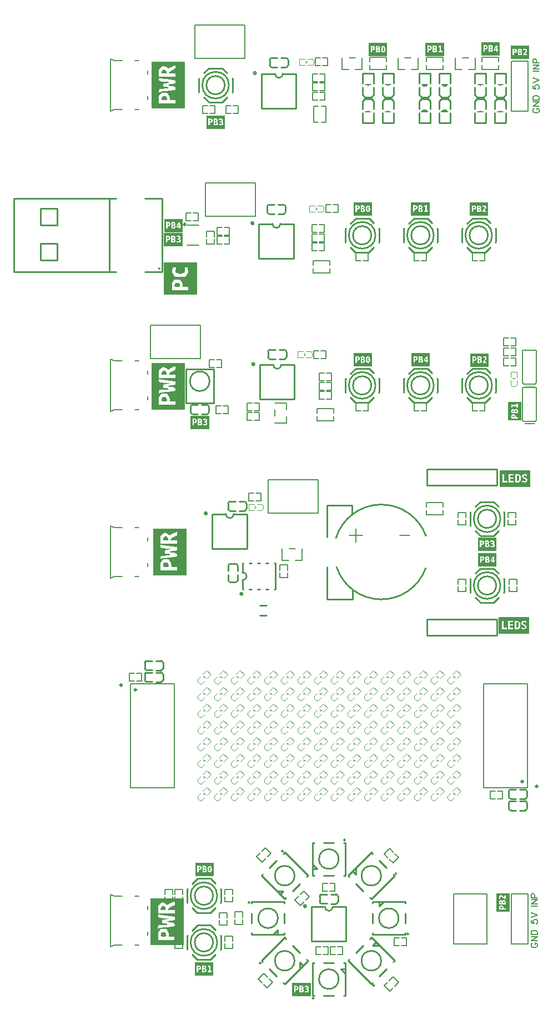
<source format=gto>
G04 Layer: TopSilkLayer*
G04 EasyEDA v6.4.25, 2021-12-03T12:49:28+01:00*
G04 accffd0c38b74f39b4550f21fb377da6,9c416354eb984020824aaf9c885bead6,10*
G04 Gerber Generator version 0.2*
G04 Scale: 100 percent, Rotated: No, Reflected: No *
G04 Dimensions in inches *
G04 leading zeros omitted , absolute positions ,3 integer and 6 decimal *
%FSLAX36Y36*%
%MOIN*%

%ADD10C,0.0100*%
%ADD52C,0.0059*%
%ADD53C,0.0060*%
%ADD54C,0.0080*%
%ADD55C,0.0080*%
%ADD56C,0.0079*%
%ADD57C,0.0080*%
%ADD58C,0.0059*%
%ADD59C,0.0039*%
%ADD60C,0.0118*%

%LPD*%
G36*
X230000Y-3775000D02*
G01*
X230000Y-3865000D01*
X275000Y-3865000D01*
X275000Y-3820000D01*
X287200Y-3807880D01*
X289300Y-3806040D01*
X291320Y-3804460D01*
X293300Y-3803140D01*
X295220Y-3802100D01*
X297120Y-3801300D01*
X299020Y-3800779D01*
X300920Y-3800520D01*
X302860Y-3800520D01*
X304840Y-3800779D01*
X306900Y-3801280D01*
X309020Y-3802060D01*
X311260Y-3803080D01*
X313600Y-3804360D01*
X316100Y-3805899D01*
X329700Y-3815360D01*
X353980Y-3802980D01*
X361120Y-3799440D01*
X363980Y-3798120D01*
X366420Y-3797100D01*
X368459Y-3796360D01*
X370160Y-3795899D01*
X371540Y-3795740D01*
X372620Y-3795880D01*
X373459Y-3796300D01*
X374060Y-3797020D01*
X374500Y-3798039D01*
X374760Y-3799340D01*
X374920Y-3800920D01*
X375000Y-3804960D01*
X375000Y-3814920D01*
X354099Y-3824960D01*
X351659Y-3826259D01*
X347080Y-3829000D01*
X344960Y-3830380D01*
X341280Y-3833100D01*
X338440Y-3835620D01*
X337400Y-3836780D01*
X336640Y-3837820D01*
X336200Y-3838740D01*
X334159Y-3845000D01*
X375000Y-3845000D01*
X375000Y-3865000D01*
X230000Y-3865000D01*
X230000Y-3956300D01*
X274020Y-3956300D01*
X277600Y-3937500D01*
X330000Y-3934480D01*
X330000Y-3929740D01*
X329700Y-3928780D01*
X328820Y-3927900D01*
X327420Y-3927100D01*
X325600Y-3926400D01*
X323380Y-3925820D01*
X320820Y-3925380D01*
X318020Y-3925100D01*
X315000Y-3925000D01*
X300000Y-3925000D01*
X300000Y-3906420D01*
X342500Y-3896200D01*
X316860Y-3895419D01*
X310380Y-3895040D01*
X303920Y-3894500D01*
X297820Y-3893820D01*
X292400Y-3893080D01*
X287980Y-3892260D01*
X275000Y-3888840D01*
X275000Y-3873840D01*
X322060Y-3879280D01*
X345580Y-3882200D01*
X375000Y-3886139D01*
X375000Y-3904380D01*
X330100Y-3911120D01*
X332840Y-3915560D01*
X333640Y-3916460D01*
X334840Y-3917280D01*
X336400Y-3918039D01*
X338240Y-3918700D01*
X340340Y-3919240D01*
X342580Y-3919640D01*
X344960Y-3919900D01*
X350660Y-3920059D01*
X353740Y-3920240D01*
X356620Y-3920539D01*
X359300Y-3920960D01*
X361780Y-3921500D01*
X364040Y-3922140D01*
X366100Y-3922900D01*
X367939Y-3923800D01*
X369580Y-3924780D01*
X371019Y-3925899D01*
X372220Y-3927100D01*
X373220Y-3928440D01*
X374000Y-3929880D01*
X374560Y-3931420D01*
X374880Y-3933080D01*
X375000Y-3934840D01*
X375000Y-3943620D01*
X332680Y-3947840D01*
X318100Y-3949500D01*
X307160Y-3950860D01*
X297760Y-3952160D01*
X290760Y-3953279D01*
X274020Y-3956300D01*
X230000Y-3956300D01*
X230000Y-4025000D01*
X275000Y-4025000D01*
X275000Y-3982220D01*
X290560Y-3960000D01*
X324440Y-3960000D01*
X332220Y-3971120D01*
X333780Y-3973580D01*
X335240Y-3976320D01*
X336560Y-3979260D01*
X337720Y-3982300D01*
X338660Y-3985360D01*
X339380Y-3988320D01*
X339840Y-3991100D01*
X340000Y-3993620D01*
X340000Y-4005000D01*
X375000Y-4005000D01*
X375000Y-4025000D01*
X230000Y-4025000D01*
X230000Y-4055000D01*
X430000Y-4055000D01*
X430000Y-3775000D01*
G37*
G36*
X303740Y-3819820D02*
G01*
X296860Y-3825520D01*
X295480Y-3826820D01*
X294200Y-3828279D01*
X293040Y-3829880D01*
X292020Y-3831580D01*
X291180Y-3833300D01*
X290540Y-3834980D01*
X290140Y-3836620D01*
X290000Y-3838120D01*
X290000Y-3845000D01*
X320000Y-3845000D01*
X320000Y-3835539D01*
X319840Y-3833560D01*
X319360Y-3831620D01*
X318600Y-3829720D01*
X317620Y-3827940D01*
X316400Y-3826320D01*
X315020Y-3824900D01*
X313500Y-3823759D01*
X311860Y-3822940D01*
G37*
G36*
X296060Y-3980000D02*
G01*
X292100Y-3990460D01*
X291340Y-3992760D01*
X290800Y-3994820D01*
X290480Y-3996640D01*
X290380Y-3998240D01*
X290520Y-3999640D01*
X290920Y-4000820D01*
X291580Y-4001840D01*
X292500Y-4002700D01*
X293700Y-4003380D01*
X295200Y-4003940D01*
X297000Y-4004360D01*
X299120Y-4004660D01*
X301580Y-4004860D01*
X307500Y-4005000D01*
X313420Y-4004860D01*
X315880Y-4004660D01*
X318000Y-4004360D01*
X319800Y-4003940D01*
X321300Y-4003380D01*
X322500Y-4002700D01*
X323420Y-4001840D01*
X324080Y-4000820D01*
X324480Y-3999640D01*
X324620Y-3998240D01*
X324520Y-3996640D01*
X324200Y-3994820D01*
X323660Y-3992760D01*
X321960Y-3987900D01*
X318940Y-3980000D01*
G37*
G36*
X244400Y-1558500D02*
G01*
X244400Y-1648500D01*
X289400Y-1648500D01*
X289400Y-1603500D01*
X301600Y-1591380D01*
X303700Y-1589540D01*
X305720Y-1587960D01*
X307700Y-1586639D01*
X309620Y-1585600D01*
X311520Y-1584800D01*
X313420Y-1584280D01*
X315320Y-1584019D01*
X317260Y-1584019D01*
X319240Y-1584280D01*
X321300Y-1584780D01*
X323420Y-1585560D01*
X325660Y-1586579D01*
X328000Y-1587860D01*
X330500Y-1589400D01*
X344099Y-1598860D01*
X368380Y-1586480D01*
X375520Y-1582940D01*
X378380Y-1581620D01*
X380820Y-1580600D01*
X382860Y-1579860D01*
X384560Y-1579400D01*
X385940Y-1579240D01*
X387020Y-1579379D01*
X387860Y-1579800D01*
X388459Y-1580520D01*
X388900Y-1581540D01*
X389159Y-1582840D01*
X389320Y-1584420D01*
X389400Y-1588460D01*
X389400Y-1598420D01*
X368500Y-1608460D01*
X366060Y-1609760D01*
X361480Y-1612500D01*
X359360Y-1613880D01*
X355680Y-1616600D01*
X352840Y-1619120D01*
X351800Y-1620280D01*
X351040Y-1621320D01*
X350600Y-1622240D01*
X348560Y-1628500D01*
X389400Y-1628500D01*
X389400Y-1648500D01*
X244400Y-1648500D01*
X244400Y-1739800D01*
X288420Y-1739800D01*
X292000Y-1721000D01*
X344400Y-1717980D01*
X344400Y-1713240D01*
X344099Y-1712280D01*
X343220Y-1711399D01*
X341820Y-1710600D01*
X340000Y-1709900D01*
X337780Y-1709319D01*
X335220Y-1708880D01*
X332420Y-1708600D01*
X329400Y-1708500D01*
X314400Y-1708500D01*
X314400Y-1689920D01*
X356900Y-1679700D01*
X331260Y-1678920D01*
X324780Y-1678540D01*
X318320Y-1678000D01*
X312220Y-1677320D01*
X306800Y-1676579D01*
X302380Y-1675760D01*
X289400Y-1672340D01*
X289400Y-1657340D01*
X336460Y-1662780D01*
X359980Y-1665700D01*
X389400Y-1669640D01*
X389400Y-1687880D01*
X344500Y-1694620D01*
X347239Y-1699060D01*
X348040Y-1699960D01*
X349240Y-1700780D01*
X350800Y-1701540D01*
X352640Y-1702200D01*
X354739Y-1702740D01*
X356980Y-1703140D01*
X359360Y-1703400D01*
X365060Y-1703560D01*
X368140Y-1703740D01*
X371019Y-1704040D01*
X373700Y-1704460D01*
X376180Y-1705000D01*
X378440Y-1705640D01*
X380500Y-1706399D01*
X382340Y-1707300D01*
X383980Y-1708280D01*
X385420Y-1709400D01*
X386620Y-1710600D01*
X387620Y-1711940D01*
X388400Y-1713380D01*
X388960Y-1714920D01*
X389280Y-1716579D01*
X389400Y-1718340D01*
X389400Y-1727120D01*
X347080Y-1731339D01*
X332500Y-1733000D01*
X321560Y-1734360D01*
X312160Y-1735660D01*
X305160Y-1736780D01*
X288420Y-1739800D01*
X244400Y-1739800D01*
X244400Y-1808500D01*
X289400Y-1808500D01*
X289400Y-1765720D01*
X304960Y-1743500D01*
X338840Y-1743500D01*
X346620Y-1754620D01*
X348180Y-1757080D01*
X349640Y-1759820D01*
X350959Y-1762760D01*
X352120Y-1765800D01*
X353060Y-1768860D01*
X353780Y-1771819D01*
X354240Y-1774600D01*
X354400Y-1777120D01*
X354400Y-1788500D01*
X389400Y-1788500D01*
X389400Y-1808500D01*
X244400Y-1808500D01*
X244400Y-1838500D01*
X444400Y-1838500D01*
X444400Y-1558500D01*
G37*
G36*
X318140Y-1603320D02*
G01*
X311260Y-1609019D01*
X309880Y-1610320D01*
X308600Y-1611780D01*
X307440Y-1613380D01*
X306420Y-1615080D01*
X305580Y-1616800D01*
X304940Y-1618480D01*
X304540Y-1620120D01*
X304400Y-1621620D01*
X304400Y-1628500D01*
X334400Y-1628500D01*
X334400Y-1619040D01*
X334240Y-1617060D01*
X333760Y-1615120D01*
X333000Y-1613220D01*
X332020Y-1611440D01*
X330800Y-1609820D01*
X329420Y-1608400D01*
X327900Y-1607260D01*
X326260Y-1606440D01*
G37*
G36*
X310480Y-1763500D02*
G01*
X306500Y-1773959D01*
X305740Y-1776260D01*
X305200Y-1778320D01*
X304880Y-1780140D01*
X304780Y-1781740D01*
X304920Y-1783140D01*
X305320Y-1784319D01*
X305980Y-1785340D01*
X306900Y-1786200D01*
X308100Y-1786879D01*
X309600Y-1787440D01*
X311400Y-1787860D01*
X313520Y-1788160D01*
X315980Y-1788360D01*
X321900Y-1788500D01*
X327819Y-1788360D01*
X330280Y-1788160D01*
X332400Y-1787860D01*
X334200Y-1787440D01*
X335700Y-1786879D01*
X336900Y-1786200D01*
X337819Y-1785340D01*
X338480Y-1784319D01*
X338880Y-1783140D01*
X339020Y-1781740D01*
X338920Y-1780140D01*
X338600Y-1778320D01*
X338060Y-1776260D01*
X336360Y-1771399D01*
X333340Y-1763500D01*
G37*
G36*
X235000Y-565000D02*
G01*
X235000Y-655000D01*
X280000Y-655000D01*
X280000Y-610000D01*
X292200Y-597880D01*
X294300Y-596040D01*
X296320Y-594460D01*
X298300Y-593140D01*
X300220Y-592100D01*
X302120Y-591300D01*
X304020Y-590780D01*
X305920Y-590520D01*
X307860Y-590520D01*
X309840Y-590780D01*
X311900Y-591280D01*
X314020Y-592060D01*
X316260Y-593080D01*
X318600Y-594360D01*
X321100Y-595900D01*
X334700Y-605360D01*
X358980Y-592980D01*
X366120Y-589440D01*
X368980Y-588120D01*
X371420Y-587100D01*
X373459Y-586360D01*
X375160Y-585900D01*
X376540Y-585740D01*
X377620Y-585880D01*
X378459Y-586300D01*
X379060Y-587020D01*
X379500Y-588040D01*
X379760Y-589340D01*
X379920Y-590920D01*
X380000Y-594960D01*
X380000Y-604920D01*
X359099Y-614960D01*
X356659Y-616260D01*
X352080Y-619000D01*
X349960Y-620380D01*
X346280Y-623100D01*
X343440Y-625620D01*
X342400Y-626780D01*
X341640Y-627820D01*
X341200Y-628740D01*
X339159Y-635000D01*
X380000Y-635000D01*
X380000Y-655000D01*
X235000Y-655000D01*
X235000Y-746300D01*
X279020Y-746300D01*
X282600Y-727500D01*
X335000Y-724479D01*
X335000Y-719740D01*
X334700Y-718780D01*
X333820Y-717900D01*
X332420Y-717099D01*
X330600Y-716400D01*
X328380Y-715819D01*
X325820Y-715380D01*
X323020Y-715100D01*
X320000Y-715000D01*
X305000Y-715000D01*
X305000Y-696420D01*
X347500Y-686200D01*
X321860Y-685420D01*
X315380Y-685040D01*
X308920Y-684500D01*
X302820Y-683820D01*
X297400Y-683080D01*
X292980Y-682260D01*
X280000Y-678840D01*
X280000Y-663840D01*
X327060Y-669280D01*
X350580Y-672200D01*
X380000Y-676140D01*
X380000Y-694380D01*
X335100Y-701120D01*
X337840Y-705560D01*
X338640Y-706460D01*
X339840Y-707280D01*
X341400Y-708040D01*
X343240Y-708700D01*
X345340Y-709240D01*
X347580Y-709640D01*
X349960Y-709900D01*
X355660Y-710060D01*
X358740Y-710240D01*
X361620Y-710540D01*
X364300Y-710960D01*
X366780Y-711500D01*
X369040Y-712140D01*
X371100Y-712900D01*
X372939Y-713800D01*
X374580Y-714780D01*
X376019Y-715900D01*
X377220Y-717099D01*
X378220Y-718439D01*
X379000Y-719880D01*
X379560Y-721420D01*
X379880Y-723080D01*
X380000Y-724840D01*
X380000Y-733620D01*
X337680Y-737840D01*
X323100Y-739500D01*
X312160Y-740860D01*
X302760Y-742159D01*
X295760Y-743280D01*
X279020Y-746300D01*
X235000Y-746300D01*
X235000Y-815000D01*
X280000Y-815000D01*
X280000Y-772220D01*
X295560Y-750000D01*
X329440Y-750000D01*
X337220Y-761120D01*
X338780Y-763580D01*
X340240Y-766320D01*
X341560Y-769260D01*
X342720Y-772300D01*
X343660Y-775360D01*
X344380Y-778319D01*
X344840Y-781100D01*
X345000Y-783620D01*
X345000Y-795000D01*
X380000Y-795000D01*
X380000Y-815000D01*
X235000Y-815000D01*
X235000Y-845000D01*
X435000Y-845000D01*
X435000Y-565000D01*
G37*
G36*
X308740Y-609820D02*
G01*
X301860Y-615520D01*
X300480Y-616820D01*
X299200Y-618280D01*
X298040Y-619880D01*
X297020Y-621580D01*
X296180Y-623300D01*
X295540Y-624980D01*
X295140Y-626620D01*
X295000Y-628120D01*
X295000Y-635000D01*
X325000Y-635000D01*
X325000Y-625540D01*
X324840Y-623560D01*
X324360Y-621620D01*
X323600Y-619720D01*
X322620Y-617940D01*
X321400Y-616320D01*
X320020Y-614900D01*
X318500Y-613760D01*
X316860Y-612940D01*
G37*
G36*
X301060Y-770000D02*
G01*
X297100Y-780460D01*
X296340Y-782760D01*
X295800Y-784820D01*
X295480Y-786640D01*
X295380Y-788240D01*
X295520Y-789640D01*
X295920Y-790819D01*
X296580Y-791840D01*
X297500Y-792700D01*
X298700Y-793379D01*
X300200Y-793940D01*
X302000Y-794360D01*
X304120Y-794659D01*
X306580Y-794860D01*
X312500Y-795000D01*
X318420Y-794860D01*
X320880Y-794659D01*
X323000Y-794360D01*
X324799Y-793940D01*
X326300Y-793379D01*
X327500Y-792700D01*
X328420Y-791840D01*
X329080Y-790819D01*
X329480Y-789640D01*
X329620Y-788240D01*
X329520Y-786640D01*
X329200Y-784820D01*
X328660Y-782760D01*
X326960Y-777900D01*
X323940Y-770000D01*
G37*
G36*
X235000Y1240000D02*
G01*
X235000Y1150000D01*
X280000Y1150000D01*
X280000Y1195000D01*
X292200Y1207120D01*
X294300Y1208960D01*
X296320Y1210540D01*
X298300Y1211860D01*
X300220Y1212900D01*
X302120Y1213700D01*
X304020Y1214220D01*
X305920Y1214480D01*
X307860Y1214480D01*
X309840Y1214220D01*
X311900Y1213720D01*
X314020Y1212940D01*
X316260Y1211920D01*
X318600Y1210640D01*
X321100Y1209100D01*
X334700Y1199640D01*
X358980Y1212020D01*
X366120Y1215560D01*
X368980Y1216880D01*
X371420Y1217900D01*
X373459Y1218640D01*
X375160Y1219100D01*
X376540Y1219260D01*
X377620Y1219120D01*
X378459Y1218700D01*
X379060Y1217980D01*
X379500Y1216960D01*
X379760Y1215660D01*
X379920Y1214080D01*
X380000Y1210040D01*
X380000Y1200080D01*
X359099Y1190040D01*
X356659Y1188740D01*
X352080Y1186000D01*
X349960Y1184620D01*
X346280Y1181900D01*
X343440Y1179380D01*
X342400Y1178220D01*
X341640Y1177180D01*
X341200Y1176260D01*
X339159Y1170000D01*
X380000Y1170000D01*
X380000Y1150000D01*
X235000Y1150000D01*
X235000Y1058700D01*
X279020Y1058700D01*
X282600Y1077500D01*
X335000Y1080520D01*
X335000Y1085260D01*
X334700Y1086220D01*
X333820Y1087100D01*
X332420Y1087900D01*
X330600Y1088600D01*
X328380Y1089180D01*
X325820Y1089620D01*
X323020Y1089900D01*
X320000Y1090000D01*
X305000Y1090000D01*
X305000Y1108580D01*
X347500Y1118800D01*
X321860Y1119580D01*
X315380Y1119960D01*
X308920Y1120500D01*
X302820Y1121180D01*
X297400Y1121920D01*
X292980Y1122740D01*
X280000Y1126160D01*
X280000Y1141160D01*
X327060Y1135720D01*
X350580Y1132800D01*
X380000Y1128860D01*
X380000Y1110620D01*
X335100Y1103880D01*
X337840Y1099440D01*
X338640Y1098540D01*
X339840Y1097720D01*
X341400Y1096960D01*
X343240Y1096300D01*
X345340Y1095760D01*
X347580Y1095360D01*
X349960Y1095100D01*
X355660Y1094940D01*
X358740Y1094760D01*
X361620Y1094460D01*
X364300Y1094040D01*
X366780Y1093500D01*
X369040Y1092860D01*
X371100Y1092100D01*
X372939Y1091200D01*
X374580Y1090220D01*
X376019Y1089100D01*
X377220Y1087900D01*
X378220Y1086560D01*
X379000Y1085120D01*
X379560Y1083580D01*
X379880Y1081920D01*
X380000Y1080160D01*
X380000Y1071380D01*
X337680Y1067160D01*
X323100Y1065500D01*
X312160Y1064140D01*
X302760Y1062840D01*
X295760Y1061720D01*
X279020Y1058700D01*
X235000Y1058700D01*
X235000Y990000D01*
X280000Y990000D01*
X280000Y1032780D01*
X295560Y1055000D01*
X329440Y1055000D01*
X337220Y1043880D01*
X338780Y1041420D01*
X340240Y1038680D01*
X341560Y1035740D01*
X342720Y1032700D01*
X343660Y1029640D01*
X344380Y1026680D01*
X344840Y1023900D01*
X345000Y1021380D01*
X345000Y1010000D01*
X380000Y1010000D01*
X380000Y990000D01*
X235000Y990000D01*
X235000Y960000D01*
X435000Y960000D01*
X435000Y1240000D01*
G37*
G36*
X308740Y1195180D02*
G01*
X301860Y1189480D01*
X300480Y1188180D01*
X299200Y1186720D01*
X298040Y1185120D01*
X297020Y1183420D01*
X296180Y1181700D01*
X295540Y1180020D01*
X295140Y1178380D01*
X295000Y1176880D01*
X295000Y1170000D01*
X325000Y1170000D01*
X325000Y1179460D01*
X324840Y1181440D01*
X324360Y1183380D01*
X323600Y1185280D01*
X322620Y1187060D01*
X321400Y1188680D01*
X320020Y1190100D01*
X318500Y1191240D01*
X316860Y1192060D01*
G37*
G36*
X301060Y1035000D02*
G01*
X297100Y1024539D01*
X296340Y1022240D01*
X295800Y1020180D01*
X295480Y1018360D01*
X295380Y1016760D01*
X295520Y1015360D01*
X295920Y1014180D01*
X296580Y1013160D01*
X297500Y1012300D01*
X298700Y1011620D01*
X300200Y1011060D01*
X302000Y1010639D01*
X304120Y1010340D01*
X306580Y1010140D01*
X312500Y1010000D01*
X318420Y1010140D01*
X320880Y1010340D01*
X323000Y1010639D01*
X324799Y1011060D01*
X326300Y1011620D01*
X327500Y1012300D01*
X328420Y1013160D01*
X329080Y1014180D01*
X329480Y1015360D01*
X329620Y1016760D01*
X329520Y1018360D01*
X329200Y1020180D01*
X328660Y1022240D01*
X326960Y1027099D01*
X323940Y1035000D01*
G37*
G36*
X310000Y37560D02*
G01*
X310000Y-24160D01*
X358280Y-24160D01*
X361220Y5860D01*
X380840Y8660D01*
X380740Y-23060D01*
X407560Y-32620D01*
X434400Y-23060D01*
X434280Y8660D01*
X453900Y5860D01*
X456840Y-24160D01*
X437700Y-47800D01*
X377440Y-47800D01*
X358280Y-24160D01*
X310000Y-24160D01*
X310000Y-128300D01*
X358780Y-128300D01*
X358780Y-86560D01*
X373960Y-64880D01*
X407000Y-64880D01*
X414600Y-75720D01*
X416120Y-78120D01*
X417560Y-80800D01*
X418840Y-83680D01*
X419960Y-86640D01*
X420900Y-89620D01*
X421599Y-92500D01*
X422040Y-95220D01*
X422200Y-97660D01*
X422200Y-108780D01*
X456340Y-108780D01*
X456340Y-128300D01*
X310000Y-128300D01*
X310000Y-157560D01*
X510000Y-157560D01*
X510000Y37560D01*
G37*
G36*
X379340Y-84380D02*
G01*
X375460Y-94600D01*
X374739Y-96840D01*
X374200Y-98859D01*
X373880Y-100620D01*
X373800Y-102180D01*
X373920Y-103539D01*
X374320Y-104720D01*
X374940Y-105700D01*
X375840Y-106519D01*
X377020Y-107200D01*
X378480Y-107739D01*
X380260Y-108140D01*
X382320Y-108440D01*
X384700Y-108640D01*
X390480Y-108780D01*
X396260Y-108640D01*
X398660Y-108440D01*
X400720Y-108140D01*
X402480Y-107739D01*
X403960Y-107200D01*
X405120Y-106519D01*
X406019Y-105700D01*
X406659Y-104720D01*
X407040Y-103539D01*
X407180Y-102180D01*
X407100Y-100620D01*
X406780Y-98859D01*
X406240Y-96840D01*
X405520Y-94600D01*
X401640Y-84380D01*
G37*
G36*
X2325400Y-1209100D02*
G01*
X2325400Y-1231600D01*
X2440620Y-1231600D01*
X2448600Y-1239580D01*
X2460120Y-1239580D01*
X2465820Y-1235600D01*
X2468120Y-1234180D01*
X2470580Y-1233080D01*
X2473140Y-1232300D01*
X2475800Y-1231820D01*
X2478480Y-1231660D01*
X2481180Y-1231820D01*
X2483840Y-1232300D01*
X2486440Y-1233120D01*
X2490400Y-1234640D01*
X2490400Y-1241440D01*
X2471840Y-1240340D01*
X2470160Y-1248400D01*
X2485780Y-1254860D01*
X2493320Y-1266360D01*
X2489960Y-1276900D01*
X2478280Y-1282220D01*
X2460400Y-1278880D01*
X2460400Y-1269360D01*
X2475460Y-1274620D01*
X2482900Y-1271760D01*
X2482900Y-1264480D01*
X2461640Y-1252780D01*
X2460120Y-1239580D01*
X2448600Y-1239580D01*
X2452900Y-1243880D01*
X2452900Y-1269320D01*
X2440620Y-1281600D01*
X2420400Y-1281600D01*
X2420400Y-1231600D01*
X2410400Y-1231600D01*
X2410400Y-1239100D01*
X2390400Y-1239100D01*
X2390400Y-1251600D01*
X2410400Y-1251600D01*
X2410400Y-1259100D01*
X2390400Y-1259100D01*
X2390400Y-1274100D01*
X2410400Y-1274100D01*
X2410400Y-1281600D01*
X2380400Y-1281600D01*
X2380400Y-1231600D01*
X2352900Y-1231600D01*
X2352900Y-1274100D01*
X2372900Y-1274100D01*
X2372900Y-1281600D01*
X2342900Y-1281600D01*
X2342900Y-1231600D01*
X2325400Y-1231600D01*
X2325400Y-1309100D01*
X2507900Y-1309100D01*
X2507900Y-1209100D01*
G37*
G36*
X2432740Y-1239640D02*
G01*
X2432000Y-1239940D01*
X2431420Y-1240660D01*
X2431000Y-1241860D01*
X2430720Y-1243580D01*
X2430540Y-1245860D01*
X2430400Y-1252320D01*
X2430440Y-1264440D01*
X2430540Y-1267340D01*
X2430720Y-1269620D01*
X2431000Y-1271340D01*
X2431420Y-1272540D01*
X2432000Y-1273260D01*
X2432740Y-1273560D01*
X2433700Y-1273480D01*
X2434900Y-1273100D01*
X2438060Y-1271520D01*
X2442900Y-1268920D01*
X2442900Y-1244280D01*
X2436340Y-1240780D01*
X2434900Y-1240100D01*
X2433700Y-1239720D01*
G37*
G36*
X2320400Y-2089100D02*
G01*
X2320400Y-2111600D01*
X2435620Y-2111600D01*
X2443600Y-2119580D01*
X2455120Y-2119580D01*
X2460820Y-2115600D01*
X2463120Y-2114180D01*
X2465580Y-2113080D01*
X2468140Y-2112300D01*
X2470800Y-2111820D01*
X2473480Y-2111660D01*
X2476180Y-2111820D01*
X2478840Y-2112300D01*
X2481440Y-2113120D01*
X2485400Y-2114640D01*
X2485400Y-2121440D01*
X2466840Y-2120340D01*
X2465160Y-2128400D01*
X2480780Y-2134860D01*
X2488320Y-2146360D01*
X2484960Y-2156900D01*
X2473280Y-2162220D01*
X2455400Y-2158880D01*
X2455400Y-2149360D01*
X2470460Y-2154620D01*
X2477900Y-2151760D01*
X2477900Y-2144480D01*
X2456640Y-2132780D01*
X2455120Y-2119580D01*
X2443600Y-2119580D01*
X2447900Y-2123880D01*
X2447900Y-2149320D01*
X2435620Y-2161600D01*
X2415400Y-2161600D01*
X2415400Y-2111600D01*
X2405400Y-2111600D01*
X2405400Y-2119100D01*
X2385400Y-2119100D01*
X2385400Y-2131600D01*
X2405400Y-2131600D01*
X2405400Y-2139100D01*
X2385400Y-2139100D01*
X2385400Y-2154100D01*
X2405400Y-2154100D01*
X2405400Y-2161600D01*
X2375400Y-2161600D01*
X2375400Y-2111600D01*
X2347900Y-2111600D01*
X2347900Y-2154100D01*
X2367900Y-2154100D01*
X2367900Y-2161600D01*
X2337900Y-2161600D01*
X2337900Y-2111600D01*
X2320400Y-2111600D01*
X2320400Y-2189100D01*
X2502900Y-2189100D01*
X2502900Y-2089100D01*
G37*
G36*
X2427740Y-2119640D02*
G01*
X2427000Y-2119940D01*
X2426420Y-2120660D01*
X2426000Y-2121860D01*
X2425720Y-2123580D01*
X2425540Y-2125860D01*
X2425400Y-2132320D01*
X2425440Y-2144440D01*
X2425540Y-2147340D01*
X2425720Y-2149620D01*
X2426000Y-2151340D01*
X2426420Y-2152540D01*
X2427000Y-2153260D01*
X2427740Y-2153560D01*
X2428700Y-2153480D01*
X2429900Y-2153100D01*
X2433060Y-2151520D01*
X2437900Y-2148920D01*
X2437900Y-2124280D01*
X2431340Y-2120780D01*
X2429900Y-2120100D01*
X2428700Y-2119720D01*
G37*
G36*
X1540000Y1355000D02*
G01*
X1540000Y1335480D01*
X1595440Y1335440D01*
X1597740Y1335300D01*
X1599620Y1335040D01*
X1601160Y1334600D01*
X1602440Y1333959D01*
X1603540Y1333120D01*
X1604560Y1332000D01*
X1605540Y1330620D01*
X1607160Y1327880D01*
X1607740Y1325800D01*
X1607280Y1323820D01*
X1604460Y1318959D01*
X1603980Y1317260D01*
X1604327Y1315980D01*
X1614139Y1315980D01*
X1614180Y1319139D01*
X1614319Y1321819D01*
X1614580Y1324120D01*
X1614960Y1326060D01*
X1615480Y1327720D01*
X1616160Y1329139D01*
X1617000Y1330420D01*
X1618040Y1331579D01*
X1619980Y1333180D01*
X1622040Y1334340D01*
X1624220Y1335060D01*
X1626420Y1335340D01*
X1628600Y1335160D01*
X1630680Y1334540D01*
X1632600Y1333460D01*
X1634300Y1331940D01*
X1635440Y1330480D01*
X1636440Y1328760D01*
X1637280Y1326840D01*
X1637960Y1324760D01*
X1638500Y1322540D01*
X1638880Y1320220D01*
X1639120Y1317840D01*
X1639199Y1315420D01*
X1639139Y1313020D01*
X1638920Y1310680D01*
X1638540Y1308400D01*
X1638020Y1306240D01*
X1637360Y1304220D01*
X1636519Y1302400D01*
X1635540Y1300800D01*
X1634420Y1299460D01*
X1632720Y1298100D01*
X1630760Y1297180D01*
X1628640Y1296699D01*
X1626420Y1296600D01*
X1624180Y1296940D01*
X1621980Y1297680D01*
X1619920Y1298820D01*
X1618040Y1300360D01*
X1617000Y1301540D01*
X1616160Y1302800D01*
X1615480Y1304240D01*
X1614960Y1305900D01*
X1614580Y1307840D01*
X1614319Y1310120D01*
X1614180Y1312820D01*
X1614139Y1315980D01*
X1604327Y1315980D01*
X1604360Y1315860D01*
X1605620Y1314420D01*
X1606920Y1312740D01*
X1607780Y1310660D01*
X1608220Y1308340D01*
X1608260Y1305940D01*
X1607880Y1303580D01*
X1607140Y1301440D01*
X1606020Y1299700D01*
X1604520Y1298480D01*
X1602340Y1297700D01*
X1599240Y1297060D01*
X1595600Y1296620D01*
X1591840Y1296459D01*
X1582920Y1296459D01*
X1582920Y1335480D01*
X1560820Y1335480D01*
X1564920Y1335260D01*
X1568480Y1334640D01*
X1571380Y1333620D01*
X1573500Y1332260D01*
X1574840Y1330820D01*
X1575860Y1329240D01*
X1576600Y1327540D01*
X1577060Y1325760D01*
X1577240Y1323920D01*
X1577160Y1322080D01*
X1576840Y1320260D01*
X1576279Y1318480D01*
X1575520Y1316800D01*
X1574540Y1315220D01*
X1573380Y1313800D01*
X1572020Y1312560D01*
X1570500Y1311540D01*
X1568820Y1310780D01*
X1567020Y1310300D01*
X1562060Y1309920D01*
X1560400Y1309040D01*
X1559680Y1306980D01*
X1559340Y1299900D01*
X1558740Y1297800D01*
X1557560Y1296759D01*
X1555600Y1296459D01*
X1551699Y1296459D01*
X1551699Y1335480D01*
X1540000Y1335480D01*
X1540000Y1275000D01*
X1649259Y1275000D01*
X1649259Y1355000D01*
G37*
G36*
X1592960Y1329420D02*
G01*
X1591339Y1327860D01*
X1590740Y1324760D01*
X1590940Y1322520D01*
X1591579Y1321020D01*
X1592740Y1320160D01*
X1594420Y1319880D01*
X1597300Y1320640D01*
X1599019Y1322520D01*
X1599340Y1324980D01*
X1598000Y1327440D01*
X1595280Y1329319D01*
G37*
G36*
X1562720Y1329280D02*
G01*
X1561160Y1329259D01*
X1560180Y1328340D01*
X1559660Y1326300D01*
X1559520Y1322940D01*
X1559660Y1320380D01*
X1560120Y1318380D01*
X1560840Y1316960D01*
X1561800Y1316140D01*
X1562980Y1315920D01*
X1564319Y1316320D01*
X1565820Y1317380D01*
X1567460Y1319060D01*
X1568320Y1320500D01*
X1568700Y1322040D01*
X1568640Y1323620D01*
X1568140Y1325160D01*
X1567280Y1326560D01*
X1566060Y1327780D01*
X1564520Y1328700D01*
G37*
G36*
X1626420Y1328440D02*
G01*
X1625400Y1328160D01*
X1624360Y1327360D01*
X1623600Y1326260D01*
X1622980Y1324700D01*
X1622520Y1322760D01*
X1622200Y1320540D01*
X1622000Y1316960D01*
X1623899Y1316960D01*
X1624139Y1318080D01*
X1624760Y1319019D01*
X1625700Y1319640D01*
X1626819Y1319880D01*
X1627960Y1319640D01*
X1628899Y1319019D01*
X1629520Y1318080D01*
X1629760Y1316960D01*
X1629520Y1315820D01*
X1628899Y1314880D01*
X1627960Y1314259D01*
X1626819Y1314019D01*
X1625700Y1314259D01*
X1624760Y1314880D01*
X1624139Y1315820D01*
X1623899Y1316960D01*
X1622000Y1316960D01*
X1621980Y1315680D01*
X1622100Y1313220D01*
X1622360Y1310880D01*
X1622740Y1308720D01*
X1623280Y1306860D01*
X1623940Y1305380D01*
X1624740Y1304379D01*
X1626200Y1303420D01*
X1627400Y1303320D01*
X1628460Y1304139D01*
X1629620Y1305960D01*
X1630420Y1307760D01*
X1631020Y1309700D01*
X1631420Y1311780D01*
X1631639Y1313920D01*
X1631680Y1316060D01*
X1631579Y1318200D01*
X1631320Y1320240D01*
X1630920Y1322160D01*
X1630420Y1323920D01*
X1629780Y1325460D01*
X1629060Y1326720D01*
X1628260Y1327680D01*
X1627360Y1328260D01*
G37*
G36*
X1592860Y1313779D02*
G01*
X1591519Y1313080D01*
X1590900Y1311320D01*
X1590740Y1308180D01*
X1590900Y1305020D01*
X1591519Y1303260D01*
X1592860Y1302560D01*
X1595120Y1302660D01*
X1597160Y1303220D01*
X1598520Y1304259D01*
X1599280Y1305860D01*
X1599520Y1308180D01*
X1599280Y1310480D01*
X1598520Y1312100D01*
X1597160Y1313120D01*
X1595120Y1313680D01*
G37*
G36*
X1448560Y398740D02*
G01*
X1448560Y379240D01*
X1504000Y379200D01*
X1506300Y379040D01*
X1508180Y378780D01*
X1509720Y378340D01*
X1511000Y377700D01*
X1512100Y376860D01*
X1513100Y375740D01*
X1514100Y374360D01*
X1515720Y371620D01*
X1516279Y369560D01*
X1515840Y367560D01*
X1513020Y362700D01*
X1512540Y361000D01*
X1512887Y359720D01*
X1522700Y359720D01*
X1522740Y362879D01*
X1522880Y365580D01*
X1523140Y367860D01*
X1523520Y369799D01*
X1524040Y371460D01*
X1524720Y372900D01*
X1525560Y374159D01*
X1526600Y375319D01*
X1528520Y376940D01*
X1530600Y378100D01*
X1532780Y378800D01*
X1534980Y379080D01*
X1537140Y378900D01*
X1539220Y378280D01*
X1541160Y377220D01*
X1542860Y375680D01*
X1544000Y374219D01*
X1545000Y372500D01*
X1545840Y370580D01*
X1546519Y368500D01*
X1547060Y366280D01*
X1547440Y363960D01*
X1547680Y361580D01*
X1547760Y359180D01*
X1547700Y356780D01*
X1547480Y354420D01*
X1547100Y352140D01*
X1546579Y349980D01*
X1545900Y347980D01*
X1545080Y346140D01*
X1544100Y344540D01*
X1542980Y343200D01*
X1541260Y341860D01*
X1539319Y340940D01*
X1537200Y340439D01*
X1534980Y340360D01*
X1532720Y340680D01*
X1530540Y341420D01*
X1528480Y342560D01*
X1526600Y344120D01*
X1525560Y345280D01*
X1524720Y346540D01*
X1524040Y347980D01*
X1523520Y349640D01*
X1523140Y351580D01*
X1522880Y353860D01*
X1522740Y356560D01*
X1522700Y359720D01*
X1512887Y359720D01*
X1512920Y359600D01*
X1514180Y358160D01*
X1515480Y356480D01*
X1516339Y354420D01*
X1516780Y352100D01*
X1516819Y349680D01*
X1516440Y347320D01*
X1515700Y345200D01*
X1514560Y343440D01*
X1513080Y342220D01*
X1510900Y341440D01*
X1507800Y340800D01*
X1504139Y340360D01*
X1500400Y340200D01*
X1491480Y340200D01*
X1491480Y379240D01*
X1469379Y379240D01*
X1473460Y379020D01*
X1477040Y378380D01*
X1479940Y377360D01*
X1482060Y376000D01*
X1483400Y374560D01*
X1484420Y372980D01*
X1485160Y371280D01*
X1485600Y369500D01*
X1485800Y367680D01*
X1485720Y365840D01*
X1485400Y364000D01*
X1484840Y362239D01*
X1484079Y360540D01*
X1483100Y358960D01*
X1481920Y357540D01*
X1480580Y356320D01*
X1479060Y355300D01*
X1477380Y354520D01*
X1475560Y354040D01*
X1470620Y353680D01*
X1468959Y352780D01*
X1468220Y350720D01*
X1467900Y343640D01*
X1467300Y341540D01*
X1466100Y340500D01*
X1464160Y340200D01*
X1460260Y340200D01*
X1460260Y379240D01*
X1448560Y379240D01*
X1448560Y318740D01*
X1557820Y318740D01*
X1557820Y398740D01*
G37*
G36*
X1501519Y373160D02*
G01*
X1499900Y371599D01*
X1499280Y368500D01*
X1499500Y366260D01*
X1500140Y364760D01*
X1501300Y363900D01*
X1502980Y363620D01*
X1505840Y364380D01*
X1507580Y366260D01*
X1507900Y368720D01*
X1506540Y371180D01*
X1503839Y373060D01*
G37*
G36*
X1471279Y373040D02*
G01*
X1469720Y373020D01*
X1468740Y372080D01*
X1468220Y370040D01*
X1468060Y366700D01*
X1468220Y364120D01*
X1468680Y362120D01*
X1469400Y360700D01*
X1470360Y359880D01*
X1471519Y359660D01*
X1472880Y360080D01*
X1474379Y361120D01*
X1476000Y362800D01*
X1476879Y364240D01*
X1477260Y365800D01*
X1477200Y367360D01*
X1476699Y368900D01*
X1475840Y370300D01*
X1474620Y371520D01*
X1473080Y372460D01*
G37*
G36*
X1534960Y372180D02*
G01*
X1533959Y371900D01*
X1532920Y371100D01*
X1532160Y370000D01*
X1531540Y368440D01*
X1531060Y366500D01*
X1530740Y364300D01*
X1530560Y360700D01*
X1532460Y360700D01*
X1532680Y361840D01*
X1533320Y362760D01*
X1534240Y363400D01*
X1535380Y363620D01*
X1536519Y363400D01*
X1537460Y362760D01*
X1538080Y361840D01*
X1538320Y360700D01*
X1538080Y359560D01*
X1537460Y358620D01*
X1536519Y358000D01*
X1535380Y357760D01*
X1534240Y358000D01*
X1533320Y358620D01*
X1532680Y359560D01*
X1532460Y360700D01*
X1530560Y360700D01*
X1530540Y359440D01*
X1530660Y356980D01*
X1530900Y354620D01*
X1531300Y352460D01*
X1531819Y350600D01*
X1532500Y349120D01*
X1533300Y348120D01*
X1534760Y347160D01*
X1535940Y347060D01*
X1537020Y347879D01*
X1538180Y349700D01*
X1538980Y351500D01*
X1539560Y353459D01*
X1539960Y355520D01*
X1540180Y357660D01*
X1540240Y359799D01*
X1540120Y361940D01*
X1539880Y363980D01*
X1539480Y365920D01*
X1538959Y367660D01*
X1538340Y369200D01*
X1537620Y370460D01*
X1536800Y371420D01*
X1535920Y372000D01*
G37*
G36*
X1501399Y357520D02*
G01*
X1500080Y356820D01*
X1499440Y355060D01*
X1499280Y351920D01*
X1499440Y348780D01*
X1500080Y347000D01*
X1501399Y346320D01*
X1503680Y346420D01*
X1505720Y346960D01*
X1507080Y348000D01*
X1507840Y349620D01*
X1508060Y351920D01*
X1507840Y354219D01*
X1507080Y355840D01*
X1505720Y356860D01*
X1503680Y357420D01*
G37*
G36*
X1448560Y-506260D02*
G01*
X1448560Y-525760D01*
X1504000Y-525800D01*
X1506300Y-525960D01*
X1508180Y-526220D01*
X1509720Y-526660D01*
X1511000Y-527300D01*
X1512100Y-528140D01*
X1513100Y-529260D01*
X1514100Y-530640D01*
X1515720Y-533380D01*
X1516279Y-535440D01*
X1515840Y-537440D01*
X1513020Y-542300D01*
X1512540Y-544000D01*
X1512887Y-545280D01*
X1522700Y-545280D01*
X1522740Y-542120D01*
X1522880Y-539420D01*
X1523140Y-537140D01*
X1523520Y-535200D01*
X1524040Y-533540D01*
X1524720Y-532100D01*
X1525560Y-530840D01*
X1526600Y-529680D01*
X1528520Y-528060D01*
X1530600Y-526900D01*
X1532780Y-526200D01*
X1534980Y-525920D01*
X1537140Y-526100D01*
X1539220Y-526720D01*
X1541160Y-527780D01*
X1542860Y-529320D01*
X1544000Y-530780D01*
X1545000Y-532500D01*
X1545840Y-534420D01*
X1546519Y-536500D01*
X1547060Y-538720D01*
X1547440Y-541040D01*
X1547680Y-543420D01*
X1547760Y-545820D01*
X1547700Y-548220D01*
X1547480Y-550580D01*
X1547100Y-552860D01*
X1546579Y-555020D01*
X1545900Y-557020D01*
X1545080Y-558860D01*
X1544100Y-560460D01*
X1542980Y-561800D01*
X1541260Y-563140D01*
X1539319Y-564060D01*
X1537200Y-564560D01*
X1534980Y-564640D01*
X1532720Y-564320D01*
X1530540Y-563580D01*
X1528480Y-562440D01*
X1526600Y-560880D01*
X1525560Y-559720D01*
X1524720Y-558460D01*
X1524040Y-557020D01*
X1523520Y-555360D01*
X1523140Y-553420D01*
X1522880Y-551140D01*
X1522740Y-548440D01*
X1522700Y-545280D01*
X1512887Y-545280D01*
X1512920Y-545400D01*
X1514180Y-546840D01*
X1515480Y-548520D01*
X1516339Y-550580D01*
X1516780Y-552900D01*
X1516819Y-555320D01*
X1516440Y-557680D01*
X1515700Y-559800D01*
X1514560Y-561560D01*
X1513080Y-562780D01*
X1510900Y-563560D01*
X1507800Y-564200D01*
X1504139Y-564640D01*
X1500400Y-564800D01*
X1491480Y-564800D01*
X1491480Y-525760D01*
X1469379Y-525760D01*
X1473460Y-525980D01*
X1477040Y-526620D01*
X1479940Y-527640D01*
X1482060Y-529000D01*
X1483400Y-530440D01*
X1484420Y-532020D01*
X1485160Y-533720D01*
X1485600Y-535500D01*
X1485800Y-537320D01*
X1485720Y-539160D01*
X1485400Y-541000D01*
X1484840Y-542760D01*
X1484079Y-544460D01*
X1483100Y-546040D01*
X1481920Y-547460D01*
X1480580Y-548680D01*
X1479060Y-549700D01*
X1477380Y-550480D01*
X1475560Y-550960D01*
X1470620Y-551320D01*
X1468959Y-552220D01*
X1468220Y-554280D01*
X1467900Y-561360D01*
X1467300Y-563460D01*
X1466100Y-564500D01*
X1464160Y-564800D01*
X1460260Y-564800D01*
X1460260Y-525760D01*
X1448560Y-525760D01*
X1448560Y-586260D01*
X1557820Y-586260D01*
X1557820Y-506260D01*
G37*
G36*
X1501519Y-531840D02*
G01*
X1499900Y-533400D01*
X1499280Y-536500D01*
X1499500Y-538740D01*
X1500140Y-540240D01*
X1501300Y-541100D01*
X1502980Y-541380D01*
X1505840Y-540620D01*
X1507580Y-538740D01*
X1507900Y-536280D01*
X1506540Y-533820D01*
X1503839Y-531940D01*
G37*
G36*
X1471279Y-531960D02*
G01*
X1469720Y-531980D01*
X1468740Y-532920D01*
X1468220Y-534960D01*
X1468060Y-538300D01*
X1468220Y-540880D01*
X1468680Y-542880D01*
X1469400Y-544300D01*
X1470360Y-545120D01*
X1471519Y-545340D01*
X1472880Y-544920D01*
X1474379Y-543880D01*
X1476000Y-542200D01*
X1476879Y-540760D01*
X1477260Y-539200D01*
X1477200Y-537640D01*
X1476699Y-536100D01*
X1475840Y-534700D01*
X1474620Y-533480D01*
X1473080Y-532540D01*
G37*
G36*
X1534960Y-532820D02*
G01*
X1533959Y-533100D01*
X1532920Y-533900D01*
X1532160Y-535000D01*
X1531540Y-536560D01*
X1531060Y-538500D01*
X1530740Y-540700D01*
X1530560Y-544300D01*
X1532460Y-544300D01*
X1532680Y-543160D01*
X1533320Y-542240D01*
X1534240Y-541600D01*
X1535380Y-541380D01*
X1536519Y-541600D01*
X1537460Y-542240D01*
X1538080Y-543160D01*
X1538320Y-544300D01*
X1538080Y-545440D01*
X1537460Y-546380D01*
X1536519Y-547000D01*
X1535380Y-547240D01*
X1534240Y-547000D01*
X1533320Y-546380D01*
X1532680Y-545440D01*
X1532460Y-544300D01*
X1530560Y-544300D01*
X1530540Y-545560D01*
X1530660Y-548020D01*
X1530900Y-550380D01*
X1531300Y-552540D01*
X1531819Y-554400D01*
X1532500Y-555880D01*
X1533300Y-556880D01*
X1534760Y-557840D01*
X1535940Y-557940D01*
X1537020Y-557120D01*
X1538180Y-555300D01*
X1538980Y-553500D01*
X1539560Y-551540D01*
X1539960Y-549480D01*
X1540180Y-547340D01*
X1540240Y-545200D01*
X1540120Y-543060D01*
X1539880Y-541020D01*
X1539480Y-539080D01*
X1538959Y-537340D01*
X1538340Y-535800D01*
X1537620Y-534540D01*
X1536800Y-533580D01*
X1535920Y-533000D01*
G37*
G36*
X1501399Y-547480D02*
G01*
X1500080Y-548180D01*
X1499440Y-549940D01*
X1499280Y-553080D01*
X1499440Y-556220D01*
X1500080Y-558000D01*
X1501399Y-558680D01*
X1503680Y-558580D01*
X1505720Y-558040D01*
X1507080Y-557000D01*
X1507840Y-555380D01*
X1508060Y-553080D01*
X1507840Y-550780D01*
X1507080Y-549160D01*
X1505720Y-548140D01*
X1503680Y-547580D01*
G37*
G36*
X498560Y-3561259D02*
G01*
X498560Y-3580760D01*
X554000Y-3580800D01*
X556300Y-3580960D01*
X558180Y-3581220D01*
X559720Y-3581660D01*
X561000Y-3582300D01*
X562100Y-3583140D01*
X563100Y-3584260D01*
X564100Y-3585640D01*
X565720Y-3588380D01*
X566280Y-3590440D01*
X565840Y-3592440D01*
X563020Y-3597300D01*
X562540Y-3599000D01*
X562887Y-3600280D01*
X572700Y-3600280D01*
X572740Y-3597120D01*
X572880Y-3594420D01*
X573140Y-3592140D01*
X573520Y-3590200D01*
X574040Y-3588540D01*
X574720Y-3587100D01*
X575560Y-3585840D01*
X576600Y-3584680D01*
X578520Y-3583060D01*
X580600Y-3581900D01*
X582780Y-3581200D01*
X584980Y-3580920D01*
X587140Y-3581100D01*
X589220Y-3581720D01*
X591160Y-3582780D01*
X592860Y-3584320D01*
X594000Y-3585779D01*
X595000Y-3587500D01*
X595840Y-3589420D01*
X596520Y-3591500D01*
X597060Y-3593720D01*
X597440Y-3596040D01*
X597680Y-3598420D01*
X597760Y-3600820D01*
X597700Y-3603220D01*
X597480Y-3605580D01*
X597100Y-3607860D01*
X596580Y-3610020D01*
X595900Y-3612020D01*
X595080Y-3613860D01*
X594100Y-3615460D01*
X592980Y-3616800D01*
X591260Y-3618140D01*
X589320Y-3619060D01*
X587200Y-3619560D01*
X584980Y-3619640D01*
X582720Y-3619320D01*
X580540Y-3618580D01*
X578480Y-3617440D01*
X576600Y-3615880D01*
X575560Y-3614720D01*
X574720Y-3613460D01*
X574040Y-3612020D01*
X573520Y-3610360D01*
X573140Y-3608420D01*
X572880Y-3606139D01*
X572740Y-3603440D01*
X572700Y-3600280D01*
X562887Y-3600280D01*
X562920Y-3600400D01*
X564180Y-3601840D01*
X565480Y-3603519D01*
X566340Y-3605580D01*
X566780Y-3607900D01*
X566820Y-3610320D01*
X566440Y-3612679D01*
X565700Y-3614800D01*
X564560Y-3616560D01*
X563080Y-3617780D01*
X560900Y-3618560D01*
X557800Y-3619200D01*
X554140Y-3619640D01*
X550400Y-3619800D01*
X541480Y-3619800D01*
X541480Y-3580760D01*
X519380Y-3580760D01*
X523459Y-3580980D01*
X527040Y-3581620D01*
X529940Y-3582640D01*
X532060Y-3584000D01*
X533400Y-3585440D01*
X534420Y-3587020D01*
X535160Y-3588720D01*
X535600Y-3590500D01*
X535800Y-3592320D01*
X535720Y-3594160D01*
X535400Y-3596000D01*
X534840Y-3597760D01*
X534080Y-3599460D01*
X533100Y-3601040D01*
X531920Y-3602460D01*
X530580Y-3603680D01*
X529060Y-3604700D01*
X527380Y-3605480D01*
X525560Y-3605960D01*
X520620Y-3606320D01*
X518960Y-3607220D01*
X518220Y-3609280D01*
X517900Y-3616360D01*
X517299Y-3618460D01*
X516100Y-3619500D01*
X514159Y-3619800D01*
X510260Y-3619800D01*
X510260Y-3580760D01*
X498560Y-3580760D01*
X498560Y-3641259D01*
X607820Y-3641259D01*
X607820Y-3561259D01*
G37*
G36*
X551520Y-3586840D02*
G01*
X549900Y-3588399D01*
X549280Y-3591500D01*
X549500Y-3593740D01*
X550140Y-3595240D01*
X551300Y-3596100D01*
X552980Y-3596380D01*
X555840Y-3595620D01*
X557580Y-3593740D01*
X557900Y-3591280D01*
X556560Y-3588820D01*
X553840Y-3586940D01*
G37*
G36*
X521280Y-3586960D02*
G01*
X519720Y-3586980D01*
X518740Y-3587919D01*
X518220Y-3589960D01*
X518060Y-3593300D01*
X518220Y-3595880D01*
X518680Y-3597880D01*
X519400Y-3599300D01*
X520360Y-3600120D01*
X521520Y-3600340D01*
X522879Y-3599920D01*
X524380Y-3598880D01*
X526000Y-3597200D01*
X526880Y-3595760D01*
X527260Y-3594200D01*
X527200Y-3592640D01*
X526700Y-3591100D01*
X525840Y-3589700D01*
X524620Y-3588480D01*
X523080Y-3587540D01*
G37*
G36*
X584960Y-3587820D02*
G01*
X583960Y-3588100D01*
X582920Y-3588900D01*
X582160Y-3590000D01*
X581540Y-3591560D01*
X581060Y-3593500D01*
X580740Y-3595700D01*
X580560Y-3599300D01*
X582460Y-3599300D01*
X582680Y-3598159D01*
X583320Y-3597240D01*
X584240Y-3596600D01*
X585380Y-3596380D01*
X586520Y-3596600D01*
X587460Y-3597240D01*
X588080Y-3598159D01*
X588320Y-3599300D01*
X588080Y-3600440D01*
X587460Y-3601380D01*
X586520Y-3602000D01*
X585380Y-3602240D01*
X584240Y-3602000D01*
X583320Y-3601380D01*
X582680Y-3600440D01*
X582460Y-3599300D01*
X580560Y-3599300D01*
X580540Y-3600560D01*
X580660Y-3603020D01*
X580900Y-3605380D01*
X581300Y-3607540D01*
X581820Y-3609400D01*
X582500Y-3610880D01*
X583300Y-3611880D01*
X584760Y-3612840D01*
X585940Y-3612940D01*
X587020Y-3612120D01*
X588180Y-3610299D01*
X588980Y-3608500D01*
X589560Y-3606540D01*
X589960Y-3604480D01*
X590180Y-3602340D01*
X590240Y-3600200D01*
X590120Y-3598060D01*
X589880Y-3596019D01*
X589480Y-3594080D01*
X588960Y-3592340D01*
X588340Y-3590800D01*
X587620Y-3589540D01*
X586800Y-3588580D01*
X585920Y-3588000D01*
G37*
G36*
X551400Y-3602480D02*
G01*
X550080Y-3603180D01*
X549440Y-3604940D01*
X549280Y-3608080D01*
X549440Y-3611220D01*
X550080Y-3613000D01*
X551400Y-3613680D01*
X553680Y-3613580D01*
X555720Y-3613039D01*
X557080Y-3612000D01*
X557840Y-3610380D01*
X558060Y-3608080D01*
X557840Y-3605779D01*
X557080Y-3604160D01*
X555720Y-3603140D01*
X553680Y-3602580D01*
G37*
G36*
X1880000Y1355000D02*
G01*
X1880000Y1337000D01*
X1936819Y1336960D01*
X1939180Y1336819D01*
X1941100Y1336540D01*
X1942680Y1336080D01*
X1944000Y1335440D01*
X1945140Y1334560D01*
X1946160Y1333420D01*
X1947180Y1332000D01*
X1948839Y1329199D01*
X1949420Y1327080D01*
X1948980Y1325040D01*
X1946080Y1320060D01*
X1945580Y1318320D01*
X1945980Y1316879D01*
X1947260Y1315400D01*
X1948580Y1313680D01*
X1949480Y1311560D01*
X1949920Y1309180D01*
X1949960Y1306699D01*
X1949580Y1304300D01*
X1948820Y1302120D01*
X1948098Y1301000D01*
X1958000Y1301000D01*
X1958240Y1302760D01*
X1959000Y1304000D01*
X1960240Y1304760D01*
X1963200Y1305080D01*
X1964120Y1305380D01*
X1964840Y1306000D01*
X1965340Y1307020D01*
X1965680Y1308580D01*
X1965880Y1310720D01*
X1966000Y1317240D01*
X1965900Y1323860D01*
X1965700Y1325960D01*
X1965380Y1327400D01*
X1964880Y1328260D01*
X1964180Y1328660D01*
X1963220Y1328680D01*
X1960140Y1328140D01*
X1958899Y1328440D01*
X1958220Y1329379D01*
X1958000Y1331020D01*
X1958120Y1332460D01*
X1958540Y1333640D01*
X1959240Y1334620D01*
X1960300Y1335400D01*
X1961720Y1336000D01*
X1963540Y1336420D01*
X1965780Y1336699D01*
X1974000Y1337000D01*
X1974019Y1316100D01*
X1974100Y1312320D01*
X1974300Y1309500D01*
X1974620Y1307500D01*
X1975120Y1306200D01*
X1975820Y1305440D01*
X1976780Y1305080D01*
X1978000Y1305000D01*
X1979760Y1304760D01*
X1981000Y1304000D01*
X1981759Y1302760D01*
X1982000Y1301000D01*
X1981920Y1299800D01*
X1981620Y1298880D01*
X1981020Y1298180D01*
X1980000Y1297660D01*
X1978480Y1297320D01*
X1976380Y1297120D01*
X1970000Y1297000D01*
X1963620Y1297120D01*
X1961519Y1297320D01*
X1960000Y1297660D01*
X1958980Y1298180D01*
X1958380Y1298880D01*
X1958080Y1299800D01*
X1958000Y1301000D01*
X1948098Y1301000D01*
X1947660Y1300320D01*
X1946140Y1299079D01*
X1943899Y1298260D01*
X1940720Y1297600D01*
X1936980Y1297160D01*
X1933140Y1297000D01*
X1924000Y1297000D01*
X1924000Y1337000D01*
X1901339Y1337000D01*
X1905540Y1336780D01*
X1909180Y1336120D01*
X1912160Y1335080D01*
X1914340Y1333700D01*
X1915720Y1332220D01*
X1916759Y1330600D01*
X1917520Y1328860D01*
X1917980Y1327020D01*
X1918160Y1325160D01*
X1918080Y1323260D01*
X1917760Y1321399D01*
X1917200Y1319580D01*
X1916399Y1317840D01*
X1915400Y1316240D01*
X1914199Y1314780D01*
X1912820Y1313500D01*
X1911260Y1312460D01*
X1909560Y1311680D01*
X1907680Y1311180D01*
X1902620Y1310800D01*
X1900900Y1309880D01*
X1900160Y1307780D01*
X1899840Y1300520D01*
X1899220Y1298380D01*
X1898000Y1297300D01*
X1896000Y1297000D01*
X1892000Y1297000D01*
X1892000Y1337000D01*
X1880000Y1337000D01*
X1880000Y1275000D01*
X1992000Y1275000D01*
X1992000Y1355000D01*
G37*
G36*
X1934280Y1330780D02*
G01*
X1932620Y1329180D01*
X1932000Y1326000D01*
X1932220Y1323720D01*
X1932880Y1322160D01*
X1934060Y1321279D01*
X1935780Y1321000D01*
X1938720Y1321780D01*
X1940500Y1323720D01*
X1940820Y1326240D01*
X1939440Y1328760D01*
X1936660Y1330680D01*
G37*
G36*
X1903280Y1330640D02*
G01*
X1901699Y1330620D01*
X1900680Y1329660D01*
X1900160Y1327580D01*
X1900000Y1324139D01*
X1900160Y1321519D01*
X1900620Y1319460D01*
X1901360Y1318020D01*
X1902340Y1317160D01*
X1903540Y1316940D01*
X1904940Y1317360D01*
X1906480Y1318440D01*
X1908140Y1320160D01*
X1909040Y1321639D01*
X1909420Y1323220D01*
X1909360Y1324840D01*
X1908839Y1326420D01*
X1907960Y1327860D01*
X1906699Y1329100D01*
X1905140Y1330060D01*
G37*
G36*
X1934180Y1314740D02*
G01*
X1932800Y1314040D01*
X1932160Y1312220D01*
X1932000Y1309000D01*
X1932160Y1305780D01*
X1932800Y1303959D01*
X1934180Y1303260D01*
X1936500Y1303360D01*
X1938600Y1303920D01*
X1939980Y1304980D01*
X1940760Y1306639D01*
X1941000Y1309000D01*
X1940760Y1311360D01*
X1939980Y1313020D01*
X1938600Y1314079D01*
X1936500Y1314640D01*
G37*
G36*
X1794100Y397800D02*
G01*
X1794100Y379799D01*
X1850920Y379760D01*
X1853280Y379620D01*
X1855200Y379340D01*
X1856780Y378880D01*
X1858100Y378240D01*
X1859240Y377360D01*
X1860260Y376220D01*
X1861279Y374799D01*
X1862940Y372000D01*
X1863520Y369880D01*
X1863080Y367840D01*
X1860180Y362860D01*
X1859680Y361120D01*
X1860080Y359680D01*
X1861360Y358200D01*
X1862680Y356480D01*
X1863580Y354360D01*
X1864019Y351980D01*
X1864060Y349500D01*
X1863680Y347100D01*
X1862920Y344920D01*
X1862198Y343800D01*
X1872100Y343800D01*
X1872340Y345560D01*
X1873100Y346800D01*
X1874340Y347560D01*
X1877300Y347879D01*
X1878220Y348180D01*
X1878940Y348800D01*
X1879440Y349820D01*
X1879780Y351380D01*
X1879980Y353519D01*
X1880100Y360040D01*
X1880000Y366659D01*
X1879800Y368760D01*
X1879480Y370200D01*
X1878980Y371060D01*
X1878280Y371460D01*
X1877320Y371480D01*
X1874240Y370940D01*
X1873000Y371240D01*
X1872320Y372180D01*
X1872100Y373820D01*
X1872220Y375260D01*
X1872640Y376440D01*
X1873340Y377420D01*
X1874400Y378200D01*
X1875820Y378800D01*
X1877640Y379219D01*
X1879880Y379500D01*
X1888100Y379799D01*
X1888120Y358900D01*
X1888200Y355120D01*
X1888400Y352299D01*
X1888720Y350300D01*
X1889220Y349000D01*
X1889920Y348240D01*
X1890880Y347879D01*
X1892100Y347800D01*
X1893860Y347560D01*
X1895100Y346800D01*
X1895860Y345560D01*
X1896100Y343800D01*
X1896020Y342600D01*
X1895720Y341680D01*
X1895120Y340980D01*
X1894100Y340460D01*
X1892580Y340120D01*
X1890480Y339920D01*
X1884100Y339799D01*
X1877720Y339920D01*
X1875620Y340120D01*
X1874100Y340460D01*
X1873080Y340980D01*
X1872480Y341680D01*
X1872180Y342600D01*
X1872100Y343800D01*
X1862198Y343800D01*
X1861759Y343120D01*
X1860240Y341860D01*
X1858000Y341060D01*
X1854820Y340400D01*
X1851080Y339960D01*
X1847240Y339799D01*
X1838100Y339799D01*
X1838100Y379799D01*
X1815440Y379799D01*
X1819640Y379580D01*
X1823280Y378920D01*
X1826260Y377879D01*
X1828440Y376480D01*
X1829820Y375020D01*
X1830860Y373400D01*
X1831620Y371659D01*
X1832080Y369820D01*
X1832260Y367960D01*
X1832180Y366060D01*
X1831860Y364200D01*
X1831300Y362380D01*
X1830500Y360640D01*
X1829500Y359040D01*
X1828300Y357580D01*
X1826920Y356300D01*
X1825360Y355260D01*
X1823660Y354480D01*
X1821780Y353980D01*
X1816720Y353600D01*
X1815000Y352680D01*
X1814259Y350580D01*
X1813940Y343320D01*
X1813320Y341180D01*
X1812100Y340100D01*
X1810100Y339799D01*
X1806100Y339799D01*
X1806100Y379799D01*
X1794100Y379799D01*
X1794100Y317800D01*
X1906100Y317800D01*
X1906100Y397800D01*
G37*
G36*
X1848380Y373579D02*
G01*
X1846720Y371980D01*
X1846100Y368800D01*
X1846320Y366520D01*
X1846980Y364960D01*
X1848160Y364080D01*
X1849880Y363800D01*
X1852820Y364580D01*
X1854600Y366520D01*
X1854920Y369040D01*
X1853540Y371560D01*
X1850760Y373480D01*
G37*
G36*
X1817380Y373440D02*
G01*
X1815800Y373420D01*
X1814780Y372460D01*
X1814259Y370379D01*
X1814100Y366940D01*
X1814259Y364320D01*
X1814720Y362260D01*
X1815460Y360820D01*
X1816440Y359960D01*
X1817640Y359739D01*
X1819040Y360160D01*
X1820580Y361240D01*
X1822240Y362960D01*
X1823140Y364440D01*
X1823520Y366019D01*
X1823460Y367640D01*
X1822940Y369219D01*
X1822060Y370660D01*
X1820800Y371900D01*
X1819240Y372860D01*
G37*
G36*
X1848280Y357540D02*
G01*
X1846900Y356840D01*
X1846260Y355020D01*
X1846100Y351800D01*
X1846260Y348579D01*
X1846900Y346760D01*
X1848280Y346060D01*
X1850600Y346160D01*
X1852700Y346719D01*
X1854079Y347780D01*
X1854860Y349440D01*
X1855100Y351800D01*
X1854860Y354159D01*
X1854079Y355820D01*
X1852700Y356880D01*
X1850600Y357440D01*
G37*
G36*
X2377200Y-798900D02*
G01*
X2377200Y-816900D01*
X2411200Y-816900D01*
X2419880Y-816800D01*
X2422700Y-816600D01*
X2424700Y-816280D01*
X2426000Y-815780D01*
X2426760Y-815080D01*
X2427120Y-814120D01*
X2427200Y-812900D01*
X2427440Y-811140D01*
X2428200Y-809900D01*
X2429440Y-809140D01*
X2431200Y-808900D01*
X2432400Y-808980D01*
X2433320Y-809280D01*
X2434020Y-809880D01*
X2434540Y-810900D01*
X2434880Y-812420D01*
X2435080Y-814520D01*
X2435200Y-820900D01*
X2435080Y-827280D01*
X2434880Y-829380D01*
X2434540Y-830900D01*
X2434020Y-831919D01*
X2433320Y-832520D01*
X2432400Y-832820D01*
X2431200Y-832900D01*
X2429440Y-832660D01*
X2428200Y-831900D01*
X2427440Y-830660D01*
X2427120Y-827700D01*
X2426820Y-826780D01*
X2426200Y-826060D01*
X2425180Y-825560D01*
X2423620Y-825220D01*
X2421480Y-825020D01*
X2414960Y-824900D01*
X2408340Y-825000D01*
X2406240Y-825200D01*
X2404800Y-825520D01*
X2403940Y-826020D01*
X2403540Y-826720D01*
X2403520Y-827680D01*
X2404060Y-830759D01*
X2403760Y-832000D01*
X2402820Y-832680D01*
X2401180Y-832900D01*
X2399740Y-832780D01*
X2398560Y-832360D01*
X2397580Y-831660D01*
X2396800Y-830600D01*
X2396200Y-829180D01*
X2395780Y-827360D01*
X2395500Y-825120D01*
X2395200Y-816900D01*
X2377200Y-816900D01*
X2377200Y-866900D01*
X2395200Y-866900D01*
X2395240Y-854080D01*
X2395380Y-851720D01*
X2395660Y-849800D01*
X2396120Y-848220D01*
X2396760Y-846900D01*
X2397640Y-845759D01*
X2398780Y-844740D01*
X2400200Y-843720D01*
X2403000Y-842060D01*
X2405120Y-841480D01*
X2407160Y-841919D01*
X2412140Y-844820D01*
X2413880Y-845320D01*
X2415320Y-844920D01*
X2416800Y-843640D01*
X2418520Y-842320D01*
X2420640Y-841420D01*
X2423020Y-840980D01*
X2425500Y-840939D01*
X2427900Y-841320D01*
X2430080Y-842080D01*
X2431880Y-843240D01*
X2433140Y-844760D01*
X2433940Y-847000D01*
X2434600Y-850180D01*
X2435040Y-853920D01*
X2435200Y-857760D01*
X2435200Y-866900D01*
X2377200Y-866900D01*
X2377200Y-898900D01*
X2395200Y-898900D01*
X2395200Y-889560D01*
X2395420Y-885360D01*
X2396080Y-881720D01*
X2397120Y-878740D01*
X2398500Y-876560D01*
X2399980Y-875180D01*
X2401600Y-874140D01*
X2403340Y-873379D01*
X2405180Y-872920D01*
X2407040Y-872740D01*
X2408940Y-872820D01*
X2410800Y-873139D01*
X2412620Y-873700D01*
X2414360Y-874500D01*
X2415960Y-875500D01*
X2417420Y-876700D01*
X2418700Y-878080D01*
X2419740Y-879640D01*
X2420520Y-881340D01*
X2421020Y-883220D01*
X2421400Y-888280D01*
X2422320Y-890000D01*
X2424420Y-890740D01*
X2431680Y-891060D01*
X2433820Y-891680D01*
X2434900Y-892900D01*
X2435200Y-894900D01*
X2435200Y-898900D01*
X2377200Y-898900D01*
X2377200Y-910900D01*
X2457200Y-910900D01*
X2457200Y-798900D01*
G37*
G36*
X2423200Y-849900D02*
G01*
X2420840Y-850140D01*
X2419180Y-850920D01*
X2418120Y-852300D01*
X2417560Y-854400D01*
X2417460Y-856720D01*
X2418160Y-858100D01*
X2419980Y-858740D01*
X2423200Y-858900D01*
X2426420Y-858740D01*
X2428240Y-858100D01*
X2428940Y-856720D01*
X2428840Y-854400D01*
X2428280Y-852300D01*
X2427220Y-850920D01*
X2425560Y-850140D01*
G37*
G36*
X2405960Y-850080D02*
G01*
X2403440Y-851460D01*
X2401520Y-854240D01*
X2401420Y-856620D01*
X2403020Y-858280D01*
X2406200Y-858900D01*
X2408480Y-858680D01*
X2410040Y-858020D01*
X2410920Y-856840D01*
X2411200Y-855120D01*
X2410420Y-852180D01*
X2408480Y-850400D01*
G37*
G36*
X2408980Y-881480D02*
G01*
X2407360Y-881540D01*
X2405780Y-882060D01*
X2404340Y-882940D01*
X2403100Y-884200D01*
X2402140Y-885759D01*
X2401560Y-887620D01*
X2401580Y-889200D01*
X2402540Y-890220D01*
X2404620Y-890740D01*
X2408060Y-890900D01*
X2410680Y-890740D01*
X2412740Y-890280D01*
X2414180Y-889539D01*
X2415040Y-888560D01*
X2415260Y-887360D01*
X2414840Y-885960D01*
X2413760Y-884419D01*
X2412040Y-882760D01*
X2410560Y-881860D01*
G37*
G36*
X495000Y-4160000D02*
G01*
X495000Y-4178000D01*
X551820Y-4178039D01*
X554180Y-4178180D01*
X556100Y-4178460D01*
X557680Y-4178920D01*
X559000Y-4179560D01*
X560140Y-4180440D01*
X561160Y-4181580D01*
X562180Y-4183000D01*
X563840Y-4185800D01*
X564420Y-4187919D01*
X563980Y-4189960D01*
X561080Y-4194940D01*
X560580Y-4196680D01*
X560980Y-4198120D01*
X562260Y-4199600D01*
X563580Y-4201320D01*
X564480Y-4203440D01*
X564920Y-4205820D01*
X564960Y-4208300D01*
X564580Y-4210700D01*
X563820Y-4212880D01*
X563098Y-4214000D01*
X573000Y-4214000D01*
X573240Y-4212240D01*
X574000Y-4211000D01*
X575240Y-4210240D01*
X578200Y-4209920D01*
X579120Y-4209620D01*
X579840Y-4209000D01*
X580340Y-4207980D01*
X580680Y-4206420D01*
X580880Y-4204280D01*
X581000Y-4197760D01*
X580900Y-4191139D01*
X580700Y-4189040D01*
X580380Y-4187600D01*
X579880Y-4186740D01*
X579180Y-4186340D01*
X578220Y-4186320D01*
X575140Y-4186860D01*
X573900Y-4186560D01*
X573220Y-4185620D01*
X573000Y-4183980D01*
X573120Y-4182540D01*
X573540Y-4181360D01*
X574240Y-4180380D01*
X575300Y-4179600D01*
X576720Y-4179000D01*
X578540Y-4178580D01*
X580780Y-4178300D01*
X589000Y-4178000D01*
X589020Y-4198900D01*
X589100Y-4202680D01*
X589300Y-4205500D01*
X589620Y-4207500D01*
X590120Y-4208800D01*
X590820Y-4209560D01*
X591780Y-4209920D01*
X593000Y-4210000D01*
X594760Y-4210240D01*
X596000Y-4211000D01*
X596760Y-4212240D01*
X597000Y-4214000D01*
X596920Y-4215200D01*
X596620Y-4216120D01*
X596020Y-4216820D01*
X595000Y-4217340D01*
X593480Y-4217680D01*
X591380Y-4217880D01*
X585000Y-4218000D01*
X578620Y-4217880D01*
X576520Y-4217680D01*
X575000Y-4217340D01*
X573980Y-4216820D01*
X573380Y-4216120D01*
X573080Y-4215200D01*
X573000Y-4214000D01*
X563098Y-4214000D01*
X562660Y-4214680D01*
X561140Y-4215920D01*
X558900Y-4216740D01*
X555720Y-4217400D01*
X551980Y-4217840D01*
X548140Y-4218000D01*
X539000Y-4218000D01*
X539000Y-4178000D01*
X516340Y-4178000D01*
X520540Y-4178220D01*
X524180Y-4178880D01*
X527160Y-4179920D01*
X529340Y-4181300D01*
X530720Y-4182780D01*
X531760Y-4184400D01*
X532520Y-4186139D01*
X532980Y-4187980D01*
X533160Y-4189840D01*
X533080Y-4191740D01*
X532760Y-4193600D01*
X532200Y-4195420D01*
X531400Y-4197160D01*
X530400Y-4198760D01*
X529200Y-4200220D01*
X527820Y-4201500D01*
X526260Y-4202540D01*
X524560Y-4203320D01*
X522680Y-4203820D01*
X517620Y-4204200D01*
X515900Y-4205120D01*
X515160Y-4207220D01*
X514840Y-4214480D01*
X514219Y-4216620D01*
X513000Y-4217700D01*
X511000Y-4218000D01*
X507000Y-4218000D01*
X507000Y-4178000D01*
X495000Y-4178000D01*
X495000Y-4240000D01*
X607000Y-4240000D01*
X607000Y-4160000D01*
G37*
G36*
X549280Y-4184220D02*
G01*
X547620Y-4185820D01*
X547000Y-4189000D01*
X547220Y-4191280D01*
X547880Y-4192840D01*
X549060Y-4193720D01*
X550780Y-4194000D01*
X553720Y-4193220D01*
X555500Y-4191280D01*
X555820Y-4188759D01*
X554440Y-4186240D01*
X551660Y-4184320D01*
G37*
G36*
X518280Y-4184360D02*
G01*
X516700Y-4184380D01*
X515680Y-4185340D01*
X515160Y-4187420D01*
X515000Y-4190860D01*
X515160Y-4193480D01*
X515620Y-4195540D01*
X516360Y-4196980D01*
X517340Y-4197840D01*
X518540Y-4198060D01*
X519940Y-4197640D01*
X521480Y-4196560D01*
X523140Y-4194840D01*
X524040Y-4193360D01*
X524420Y-4191780D01*
X524360Y-4190160D01*
X523840Y-4188580D01*
X522960Y-4187140D01*
X521700Y-4185899D01*
X520140Y-4184940D01*
G37*
G36*
X549180Y-4200260D02*
G01*
X547800Y-4200960D01*
X547160Y-4202780D01*
X547000Y-4206000D01*
X547160Y-4209220D01*
X547800Y-4211040D01*
X549180Y-4211740D01*
X551500Y-4211640D01*
X553600Y-4211080D01*
X554980Y-4210020D01*
X555760Y-4208360D01*
X556000Y-4206000D01*
X555760Y-4203640D01*
X554980Y-4201980D01*
X553600Y-4200920D01*
X551500Y-4200360D01*
G37*
G36*
X2391960Y1336399D02*
G01*
X2391960Y1318839D01*
X2447400Y1318800D01*
X2449680Y1318660D01*
X2451560Y1318380D01*
X2453100Y1317940D01*
X2454400Y1317320D01*
X2455500Y1316459D01*
X2456500Y1315340D01*
X2457558Y1313860D01*
X2466100Y1313860D01*
X2466400Y1315120D01*
X2467260Y1316220D01*
X2468580Y1317140D01*
X2470280Y1317860D01*
X2472240Y1318380D01*
X2474420Y1318700D01*
X2476680Y1318800D01*
X2478980Y1318680D01*
X2481180Y1318320D01*
X2483220Y1317720D01*
X2485000Y1316879D01*
X2486440Y1315760D01*
X2487560Y1314480D01*
X2488400Y1313120D01*
X2489000Y1311680D01*
X2489320Y1310160D01*
X2489380Y1308560D01*
X2489160Y1306879D01*
X2488700Y1305140D01*
X2487980Y1303340D01*
X2486980Y1301459D01*
X2485740Y1299500D01*
X2484220Y1297500D01*
X2482460Y1295420D01*
X2475400Y1287620D01*
X2482460Y1287620D01*
X2485980Y1287460D01*
X2488140Y1286860D01*
X2489220Y1285660D01*
X2489520Y1283720D01*
X2489440Y1282540D01*
X2489140Y1281639D01*
X2488560Y1280960D01*
X2487560Y1280460D01*
X2486080Y1280140D01*
X2484020Y1279940D01*
X2477800Y1279820D01*
X2474480Y1279860D01*
X2471720Y1280040D01*
X2469520Y1280380D01*
X2467900Y1280920D01*
X2466820Y1281660D01*
X2466280Y1282660D01*
X2466280Y1283940D01*
X2466800Y1285520D01*
X2467840Y1287460D01*
X2469420Y1289760D01*
X2471480Y1292460D01*
X2476300Y1298380D01*
X2478120Y1300900D01*
X2479540Y1303120D01*
X2480520Y1305080D01*
X2481100Y1306780D01*
X2481240Y1308220D01*
X2480980Y1309379D01*
X2480300Y1310320D01*
X2479180Y1310980D01*
X2477660Y1311420D01*
X2475700Y1311620D01*
X2470060Y1311540D01*
X2467820Y1311879D01*
X2466520Y1312660D01*
X2466100Y1313860D01*
X2457558Y1313860D01*
X2459100Y1311220D01*
X2459680Y1309160D01*
X2459240Y1307160D01*
X2456420Y1302300D01*
X2455920Y1300600D01*
X2456320Y1299199D01*
X2457580Y1297760D01*
X2458880Y1296100D01*
X2459740Y1294019D01*
X2460180Y1291699D01*
X2460200Y1289280D01*
X2459840Y1286920D01*
X2459100Y1284800D01*
X2457960Y1283040D01*
X2456480Y1281840D01*
X2454300Y1281040D01*
X2451180Y1280400D01*
X2447540Y1279960D01*
X2443780Y1279820D01*
X2434880Y1279820D01*
X2434880Y1318839D01*
X2412780Y1318839D01*
X2416860Y1318620D01*
X2420420Y1317980D01*
X2423340Y1316960D01*
X2425460Y1315600D01*
X2426800Y1314160D01*
X2427820Y1312580D01*
X2428560Y1310880D01*
X2429000Y1309100D01*
X2429180Y1307280D01*
X2429120Y1305440D01*
X2428800Y1303600D01*
X2428240Y1301840D01*
X2427480Y1300140D01*
X2426500Y1298580D01*
X2425320Y1297160D01*
X2423980Y1295920D01*
X2422460Y1294900D01*
X2420780Y1294120D01*
X2418960Y1293640D01*
X2414020Y1293280D01*
X2412360Y1292380D01*
X2411620Y1290320D01*
X2411300Y1283240D01*
X2410700Y1281160D01*
X2409500Y1280100D01*
X2407560Y1279820D01*
X2403660Y1279820D01*
X2403660Y1318839D01*
X2391960Y1318839D01*
X2391960Y1256400D01*
X2501220Y1256400D01*
X2501220Y1336399D01*
G37*
G36*
X2444920Y1312760D02*
G01*
X2443300Y1311200D01*
X2442680Y1308100D01*
X2442900Y1305860D01*
X2443540Y1304360D01*
X2444680Y1303500D01*
X2446380Y1303220D01*
X2449240Y1303980D01*
X2450980Y1305880D01*
X2451300Y1308340D01*
X2449940Y1310800D01*
X2447240Y1312660D01*
G37*
G36*
X2414680Y1312640D02*
G01*
X2413120Y1312620D01*
X2412140Y1311680D01*
X2411620Y1309640D01*
X2411460Y1306300D01*
X2411620Y1303720D01*
X2412080Y1301720D01*
X2412800Y1300300D01*
X2413760Y1299480D01*
X2414920Y1299259D01*
X2416280Y1299680D01*
X2417780Y1300720D01*
X2419400Y1302420D01*
X2420280Y1303860D01*
X2420660Y1305400D01*
X2420580Y1306980D01*
X2420100Y1308500D01*
X2419220Y1309920D01*
X2418000Y1311120D01*
X2416480Y1312060D01*
G37*
G36*
X2444800Y1297120D02*
G01*
X2443480Y1296440D01*
X2442840Y1294660D01*
X2442680Y1291519D01*
X2442840Y1288380D01*
X2443480Y1286600D01*
X2444800Y1285920D01*
X2447080Y1286020D01*
X2449120Y1286560D01*
X2450480Y1287600D01*
X2451240Y1289220D01*
X2451460Y1291519D01*
X2451240Y1293820D01*
X2450480Y1295440D01*
X2449120Y1296459D01*
X2447080Y1297020D01*
G37*
G36*
X2146960Y396400D02*
G01*
X2146960Y378840D01*
X2202400Y378800D01*
X2204680Y378660D01*
X2206560Y378380D01*
X2208100Y377939D01*
X2209400Y377320D01*
X2210500Y376460D01*
X2211500Y375340D01*
X2212558Y373860D01*
X2221100Y373860D01*
X2221400Y375120D01*
X2222260Y376220D01*
X2223580Y377140D01*
X2225280Y377860D01*
X2227240Y378380D01*
X2229420Y378700D01*
X2231680Y378800D01*
X2233980Y378680D01*
X2236180Y378320D01*
X2238220Y377720D01*
X2240000Y376880D01*
X2241440Y375760D01*
X2242560Y374480D01*
X2243400Y373120D01*
X2244000Y371680D01*
X2244320Y370160D01*
X2244380Y368560D01*
X2244160Y366880D01*
X2243700Y365140D01*
X2242980Y363340D01*
X2241980Y361460D01*
X2240740Y359500D01*
X2239220Y357500D01*
X2237460Y355420D01*
X2230400Y347620D01*
X2237460Y347620D01*
X2240980Y347460D01*
X2243140Y346860D01*
X2244220Y345660D01*
X2244520Y343720D01*
X2244440Y342540D01*
X2244140Y341640D01*
X2243560Y340959D01*
X2242560Y340460D01*
X2241080Y340140D01*
X2239020Y339940D01*
X2232800Y339820D01*
X2229480Y339860D01*
X2226720Y340040D01*
X2224520Y340379D01*
X2222900Y340920D01*
X2221820Y341659D01*
X2221280Y342660D01*
X2221280Y343940D01*
X2221800Y345520D01*
X2222840Y347460D01*
X2224420Y349760D01*
X2226480Y352460D01*
X2231300Y358380D01*
X2233120Y360900D01*
X2234540Y363120D01*
X2235520Y365080D01*
X2236100Y366780D01*
X2236240Y368220D01*
X2235980Y369380D01*
X2235300Y370319D01*
X2234180Y370980D01*
X2232660Y371420D01*
X2230700Y371620D01*
X2225060Y371540D01*
X2222820Y371880D01*
X2221520Y372660D01*
X2221100Y373860D01*
X2212558Y373860D01*
X2214100Y371220D01*
X2214680Y369159D01*
X2214240Y367160D01*
X2211420Y362299D01*
X2210920Y360600D01*
X2211320Y359200D01*
X2212580Y357760D01*
X2213880Y356100D01*
X2214740Y354020D01*
X2215180Y351700D01*
X2215200Y349280D01*
X2214840Y346920D01*
X2214100Y344799D01*
X2212960Y343040D01*
X2211480Y341820D01*
X2209300Y341040D01*
X2206180Y340400D01*
X2202540Y339960D01*
X2198780Y339820D01*
X2189880Y339820D01*
X2189880Y378840D01*
X2167780Y378840D01*
X2171860Y378620D01*
X2175420Y377980D01*
X2178340Y376960D01*
X2180460Y375600D01*
X2181800Y374159D01*
X2182820Y372580D01*
X2183560Y370880D01*
X2184000Y369099D01*
X2184180Y367280D01*
X2184120Y365439D01*
X2183800Y363600D01*
X2183240Y361840D01*
X2182480Y360140D01*
X2181500Y358579D01*
X2180320Y357160D01*
X2178980Y355920D01*
X2177460Y354900D01*
X2175780Y354120D01*
X2173960Y353640D01*
X2169020Y353280D01*
X2167360Y352380D01*
X2166620Y350319D01*
X2166300Y343240D01*
X2165700Y341160D01*
X2164500Y340100D01*
X2162560Y339820D01*
X2158660Y339820D01*
X2158660Y378840D01*
X2146960Y378840D01*
X2146960Y316400D01*
X2256220Y316400D01*
X2256220Y396400D01*
G37*
G36*
X2199920Y372760D02*
G01*
X2198300Y371200D01*
X2197680Y368100D01*
X2197900Y365860D01*
X2198540Y364360D01*
X2199680Y363500D01*
X2201380Y363220D01*
X2204240Y363980D01*
X2205980Y365880D01*
X2206300Y368340D01*
X2204940Y370800D01*
X2202240Y372660D01*
G37*
G36*
X2169680Y372640D02*
G01*
X2168120Y372620D01*
X2167140Y371680D01*
X2166620Y369640D01*
X2166460Y366300D01*
X2166620Y363720D01*
X2167080Y361719D01*
X2167800Y360300D01*
X2168760Y359480D01*
X2169920Y359260D01*
X2171280Y359680D01*
X2172780Y360720D01*
X2174400Y362420D01*
X2175280Y363860D01*
X2175660Y365400D01*
X2175580Y366980D01*
X2175100Y368500D01*
X2174220Y369920D01*
X2173000Y371120D01*
X2171480Y372060D01*
G37*
G36*
X2199800Y357120D02*
G01*
X2198480Y356440D01*
X2197840Y354660D01*
X2197680Y351520D01*
X2197840Y348380D01*
X2198480Y346599D01*
X2199800Y345920D01*
X2202080Y346019D01*
X2204120Y346560D01*
X2205480Y347600D01*
X2206240Y349219D01*
X2206460Y351520D01*
X2206240Y353820D01*
X2205480Y355439D01*
X2204120Y356460D01*
X2202080Y357020D01*
G37*
G36*
X2150000Y-508780D02*
G01*
X2150000Y-526340D01*
X2205440Y-526380D01*
X2207740Y-526520D01*
X2209620Y-526800D01*
X2211160Y-527220D01*
X2212440Y-527860D01*
X2213540Y-528720D01*
X2214560Y-529820D01*
X2215599Y-531320D01*
X2224140Y-531320D01*
X2224460Y-530040D01*
X2225320Y-528940D01*
X2226640Y-528040D01*
X2228320Y-527320D01*
X2230300Y-526780D01*
X2232460Y-526460D01*
X2234740Y-526360D01*
X2237020Y-526500D01*
X2239220Y-526840D01*
X2241260Y-527440D01*
X2243060Y-528300D01*
X2244500Y-529400D01*
X2245600Y-530680D01*
X2246460Y-532040D01*
X2247040Y-533500D01*
X2247360Y-535020D01*
X2247420Y-536620D01*
X2247220Y-538280D01*
X2246740Y-540020D01*
X2246020Y-541840D01*
X2245040Y-543720D01*
X2243780Y-545660D01*
X2242280Y-547680D01*
X2233440Y-557560D01*
X2240500Y-557560D01*
X2244040Y-557720D01*
X2246200Y-558320D01*
X2247260Y-559500D01*
X2247560Y-561460D01*
X2247480Y-562620D01*
X2247200Y-563520D01*
X2246600Y-564220D01*
X2245620Y-564700D01*
X2244140Y-565040D01*
X2242080Y-565240D01*
X2235860Y-565360D01*
X2232520Y-565300D01*
X2229760Y-565120D01*
X2227580Y-564780D01*
X2225940Y-564260D01*
X2224860Y-563520D01*
X2224320Y-562520D01*
X2224320Y-561240D01*
X2224840Y-559640D01*
X2225900Y-557720D01*
X2227460Y-555420D01*
X2229540Y-552700D01*
X2234340Y-546780D01*
X2236180Y-544280D01*
X2237580Y-542040D01*
X2238580Y-540080D01*
X2239140Y-538380D01*
X2239300Y-536960D01*
X2239020Y-535780D01*
X2238340Y-534860D01*
X2237240Y-534180D01*
X2235700Y-533740D01*
X2233760Y-533560D01*
X2228120Y-533640D01*
X2225860Y-533280D01*
X2224560Y-532520D01*
X2224140Y-531320D01*
X2215599Y-531320D01*
X2217160Y-533940D01*
X2217740Y-536020D01*
X2217300Y-538000D01*
X2214460Y-542860D01*
X2213980Y-544560D01*
X2214360Y-545960D01*
X2215620Y-547400D01*
X2216920Y-549080D01*
X2217780Y-551160D01*
X2218220Y-553480D01*
X2218260Y-555900D01*
X2217900Y-558240D01*
X2217140Y-560380D01*
X2216020Y-562120D01*
X2214520Y-563340D01*
X2212360Y-564120D01*
X2209240Y-564760D01*
X2205600Y-565200D01*
X2201840Y-565360D01*
X2192920Y-565360D01*
X2192920Y-526340D01*
X2170820Y-526340D01*
X2174920Y-526560D01*
X2178480Y-527180D01*
X2181380Y-528200D01*
X2183500Y-529560D01*
X2184840Y-531000D01*
X2185860Y-532580D01*
X2186600Y-534280D01*
X2187060Y-536060D01*
X2187240Y-537900D01*
X2187160Y-539740D01*
X2186840Y-541560D01*
X2186300Y-543340D01*
X2185520Y-545020D01*
X2184540Y-546600D01*
X2183380Y-548020D01*
X2182020Y-549260D01*
X2180500Y-550280D01*
X2178820Y-551040D01*
X2177020Y-551540D01*
X2172060Y-551900D01*
X2170400Y-552780D01*
X2169680Y-554840D01*
X2169340Y-561920D01*
X2168740Y-564020D01*
X2167560Y-565060D01*
X2165600Y-565360D01*
X2161700Y-565360D01*
X2161700Y-526340D01*
X2150000Y-526340D01*
X2150000Y-588780D01*
X2259260Y-588780D01*
X2259260Y-508780D01*
G37*
G36*
X2202960Y-532400D02*
G01*
X2201340Y-533960D01*
X2200740Y-537060D01*
X2200940Y-539300D01*
X2201580Y-540820D01*
X2202740Y-541680D01*
X2204420Y-541940D01*
X2207300Y-541180D01*
X2209020Y-539300D01*
X2209340Y-536840D01*
X2208000Y-534380D01*
X2205280Y-532500D01*
G37*
G36*
X2172720Y-532540D02*
G01*
X2171160Y-532560D01*
X2170180Y-533480D01*
X2169660Y-535520D01*
X2169520Y-538880D01*
X2169680Y-541440D01*
X2170120Y-543440D01*
X2170840Y-544860D01*
X2171800Y-545680D01*
X2172980Y-545900D01*
X2174320Y-545500D01*
X2175820Y-544440D01*
X2177460Y-542760D01*
X2178320Y-541320D01*
X2178700Y-539780D01*
X2178640Y-538200D01*
X2178140Y-536660D01*
X2177280Y-535260D01*
X2176060Y-534040D01*
X2174520Y-533120D01*
G37*
G36*
X2202860Y-548040D02*
G01*
X2201520Y-548740D01*
X2200900Y-550500D01*
X2200740Y-553660D01*
X2200900Y-556800D01*
X2201520Y-558560D01*
X2202860Y-559260D01*
X2205120Y-559160D01*
X2207160Y-558600D01*
X2208520Y-557580D01*
X2209280Y-555960D01*
X2209520Y-553660D01*
X2209280Y-551340D01*
X2208520Y-549740D01*
X2207160Y-548700D01*
X2205120Y-548140D01*
G37*
G36*
X2305000Y-3745360D02*
G01*
X2305000Y-3769900D01*
X2322600Y-3769900D01*
X2322720Y-3767620D01*
X2323080Y-3765400D01*
X2323680Y-3763360D01*
X2324520Y-3761580D01*
X2325620Y-3760140D01*
X2326920Y-3759020D01*
X2328280Y-3758180D01*
X2329720Y-3757600D01*
X2331240Y-3757280D01*
X2332840Y-3757220D01*
X2334500Y-3757420D01*
X2336260Y-3757880D01*
X2338060Y-3758620D01*
X2339940Y-3759600D01*
X2341880Y-3760860D01*
X2343900Y-3762360D01*
X2345960Y-3764120D01*
X2353780Y-3771180D01*
X2353780Y-3764120D01*
X2353940Y-3760600D01*
X2354540Y-3758440D01*
X2355740Y-3757360D01*
X2357680Y-3757080D01*
X2358840Y-3757160D01*
X2359760Y-3757440D01*
X2360440Y-3758039D01*
X2360940Y-3759020D01*
X2361260Y-3760500D01*
X2361460Y-3762559D01*
X2361580Y-3768780D01*
X2361540Y-3772120D01*
X2361360Y-3774860D01*
X2361020Y-3777060D01*
X2360480Y-3778700D01*
X2359740Y-3779780D01*
X2358740Y-3780320D01*
X2357460Y-3780320D01*
X2355880Y-3779780D01*
X2353940Y-3778740D01*
X2351640Y-3777180D01*
X2348940Y-3775100D01*
X2343000Y-3770280D01*
X2340500Y-3768460D01*
X2338260Y-3767060D01*
X2336300Y-3766060D01*
X2334620Y-3765500D01*
X2333180Y-3765340D01*
X2332000Y-3765600D01*
X2331080Y-3766300D01*
X2330400Y-3767400D01*
X2329980Y-3768940D01*
X2329780Y-3770880D01*
X2329860Y-3776520D01*
X2329500Y-3778780D01*
X2328740Y-3780080D01*
X2327540Y-3780480D01*
X2326280Y-3780179D01*
X2325180Y-3779320D01*
X2324260Y-3778000D01*
X2323540Y-3776320D01*
X2323020Y-3774340D01*
X2322700Y-3772180D01*
X2322600Y-3769900D01*
X2305000Y-3769900D01*
X2305000Y-3811700D01*
X2322560Y-3811700D01*
X2322600Y-3799200D01*
X2322740Y-3796900D01*
X2323020Y-3795020D01*
X2323460Y-3793480D01*
X2324080Y-3792200D01*
X2324940Y-3791100D01*
X2326040Y-3790080D01*
X2327440Y-3789080D01*
X2330180Y-3787480D01*
X2332240Y-3786900D01*
X2334240Y-3787340D01*
X2339080Y-3790160D01*
X2340800Y-3790659D01*
X2342200Y-3790260D01*
X2343640Y-3789000D01*
X2345300Y-3787720D01*
X2347380Y-3786860D01*
X2349700Y-3786420D01*
X2352120Y-3786380D01*
X2354460Y-3786740D01*
X2356600Y-3787500D01*
X2358360Y-3788620D01*
X2359560Y-3790120D01*
X2360340Y-3792280D01*
X2361000Y-3795400D01*
X2361420Y-3799040D01*
X2361580Y-3802799D01*
X2361580Y-3811700D01*
X2305000Y-3811700D01*
X2305000Y-3842919D01*
X2322560Y-3842919D01*
X2322560Y-3833820D01*
X2322780Y-3829720D01*
X2323420Y-3826160D01*
X2324420Y-3823260D01*
X2325780Y-3821120D01*
X2327220Y-3819800D01*
X2328820Y-3818759D01*
X2330500Y-3818039D01*
X2332300Y-3817580D01*
X2334120Y-3817400D01*
X2335960Y-3817480D01*
X2337780Y-3817799D01*
X2339560Y-3818340D01*
X2341260Y-3819120D01*
X2342820Y-3820100D01*
X2344240Y-3821259D01*
X2345480Y-3822620D01*
X2346500Y-3824140D01*
X2347280Y-3825800D01*
X2347760Y-3827620D01*
X2348120Y-3832559D01*
X2349020Y-3834240D01*
X2351080Y-3834960D01*
X2358160Y-3835280D01*
X2360240Y-3835880D01*
X2361300Y-3837080D01*
X2361580Y-3839020D01*
X2361580Y-3842919D01*
X2305000Y-3842919D01*
X2305000Y-3854640D01*
X2385000Y-3854640D01*
X2385000Y-3745360D01*
G37*
G36*
X2349880Y-3795120D02*
G01*
X2347580Y-3795360D01*
X2345960Y-3796120D01*
X2344920Y-3797480D01*
X2344380Y-3799520D01*
X2344280Y-3801780D01*
X2344960Y-3803120D01*
X2346740Y-3803740D01*
X2349880Y-3803900D01*
X2353020Y-3803740D01*
X2354800Y-3803120D01*
X2355480Y-3801780D01*
X2355380Y-3799520D01*
X2354820Y-3797480D01*
X2353800Y-3796120D01*
X2352180Y-3795360D01*
G37*
G36*
X2333060Y-3795299D02*
G01*
X2330600Y-3796640D01*
X2328720Y-3799360D01*
X2328620Y-3801680D01*
X2330180Y-3803300D01*
X2333300Y-3803900D01*
X2335520Y-3803700D01*
X2337040Y-3803039D01*
X2337900Y-3801900D01*
X2338180Y-3800200D01*
X2337420Y-3797340D01*
X2335520Y-3795620D01*
G37*
G36*
X2336000Y-3825920D02*
G01*
X2334420Y-3826000D01*
X2332900Y-3826480D01*
X2331480Y-3827360D01*
X2330280Y-3828580D01*
X2329340Y-3830100D01*
X2328760Y-3831920D01*
X2328780Y-3833460D01*
X2329720Y-3834460D01*
X2331760Y-3834980D01*
X2335100Y-3835120D01*
X2337660Y-3834960D01*
X2339660Y-3834520D01*
X2341080Y-3833800D01*
X2341920Y-3832840D01*
X2342120Y-3831660D01*
X2341720Y-3830320D01*
X2340680Y-3828800D01*
X2338980Y-3827180D01*
X2337540Y-3826320D01*
G37*
G36*
X564400Y917700D02*
G01*
X564400Y899700D01*
X621220Y899659D01*
X623580Y899520D01*
X625500Y899240D01*
X627080Y898780D01*
X628400Y898139D01*
X629540Y897260D01*
X630804Y895780D01*
X640160Y895780D01*
X641740Y898360D01*
X642960Y899020D01*
X644940Y899440D01*
X647440Y899640D01*
X650280Y899640D01*
X653220Y899419D01*
X656060Y899020D01*
X658560Y898400D01*
X660540Y897620D01*
X662020Y896400D01*
X663160Y894580D01*
X663960Y892380D01*
X664380Y890040D01*
X664400Y887740D01*
X664000Y885680D01*
X663180Y884080D01*
X660960Y882520D01*
X660819Y881520D01*
X661560Y880060D01*
X663139Y878080D01*
X664560Y876020D01*
X665440Y873800D01*
X665800Y871460D01*
X665660Y869140D01*
X665020Y866900D01*
X663900Y864840D01*
X662320Y863060D01*
X660300Y861640D01*
X657640Y860580D01*
X654640Y860000D01*
X651500Y859840D01*
X648400Y860080D01*
X645580Y860699D01*
X643220Y861660D01*
X641540Y862940D01*
X640720Y864500D01*
X640560Y866400D01*
X641200Y867380D01*
X642900Y867560D01*
X645960Y867080D01*
X648880Y866760D01*
X651560Y866919D01*
X653880Y867500D01*
X655720Y868460D01*
X657020Y869700D01*
X657660Y871160D01*
X657540Y872780D01*
X656580Y874479D01*
X655240Y875740D01*
X653540Y876760D01*
X651740Y877440D01*
X648259Y878000D01*
X647180Y878780D01*
X646680Y879900D01*
X646740Y881220D01*
X647340Y882560D01*
X648420Y883800D01*
X649960Y884780D01*
X651919Y885340D01*
X654860Y886480D01*
X656260Y888460D01*
X655960Y890600D01*
X653780Y892280D01*
X652320Y892600D01*
X650340Y892700D01*
X648060Y892580D01*
X645780Y892260D01*
X642460Y892300D01*
X640480Y893620D01*
X640160Y895780D01*
X630804Y895780D01*
X631580Y894700D01*
X633240Y891900D01*
X633820Y889780D01*
X633380Y887740D01*
X630480Y882760D01*
X629980Y881020D01*
X630380Y879580D01*
X631660Y878100D01*
X632980Y876380D01*
X633880Y874260D01*
X634320Y871880D01*
X634360Y869400D01*
X633980Y867000D01*
X633220Y864820D01*
X632060Y863020D01*
X630540Y861780D01*
X628300Y860960D01*
X625120Y860300D01*
X621380Y859860D01*
X617540Y859700D01*
X608400Y859700D01*
X608400Y899700D01*
X585740Y899700D01*
X589940Y899479D01*
X593580Y898820D01*
X596560Y897780D01*
X598740Y896400D01*
X600120Y894920D01*
X601160Y893300D01*
X601920Y891560D01*
X602380Y889720D01*
X602560Y887860D01*
X602480Y885960D01*
X602160Y884100D01*
X601600Y882280D01*
X600800Y880540D01*
X599800Y878940D01*
X598600Y877480D01*
X597220Y876200D01*
X595660Y875160D01*
X593960Y874380D01*
X592080Y873880D01*
X587020Y873500D01*
X585300Y872580D01*
X584560Y870480D01*
X584240Y863220D01*
X583620Y861080D01*
X582400Y860000D01*
X580400Y859700D01*
X576400Y859700D01*
X576400Y899700D01*
X564400Y899700D01*
X564400Y837700D01*
X676400Y837700D01*
X676400Y917700D01*
G37*
G36*
X618680Y893480D02*
G01*
X617020Y891880D01*
X616400Y888700D01*
X616620Y886420D01*
X617280Y884860D01*
X618460Y883980D01*
X620180Y883700D01*
X623120Y884479D01*
X624900Y886420D01*
X625220Y888940D01*
X623840Y891460D01*
X621060Y893379D01*
G37*
G36*
X587680Y893340D02*
G01*
X586100Y893319D01*
X585080Y892360D01*
X584560Y890280D01*
X584400Y886840D01*
X584560Y884220D01*
X585020Y882159D01*
X585760Y880720D01*
X586740Y879860D01*
X587940Y879640D01*
X589340Y880060D01*
X590880Y881140D01*
X592540Y882860D01*
X593440Y884340D01*
X593820Y885920D01*
X593760Y887540D01*
X593240Y889120D01*
X592360Y890560D01*
X591100Y891800D01*
X589540Y892760D01*
G37*
G36*
X618580Y877440D02*
G01*
X617200Y876740D01*
X616560Y874920D01*
X616400Y871700D01*
X616560Y868480D01*
X617200Y866660D01*
X618580Y865960D01*
X620900Y866060D01*
X623000Y866620D01*
X624380Y867680D01*
X625160Y869340D01*
X625400Y871700D01*
X625160Y874060D01*
X624380Y875720D01*
X623000Y876780D01*
X620900Y877340D01*
G37*
G36*
X469400Y-882300D02*
G01*
X469400Y-900300D01*
X526220Y-900340D01*
X528580Y-900480D01*
X530500Y-900759D01*
X532080Y-901220D01*
X533400Y-901860D01*
X534540Y-902740D01*
X535804Y-904220D01*
X545160Y-904220D01*
X546740Y-901640D01*
X547960Y-900980D01*
X549940Y-900560D01*
X552440Y-900360D01*
X555280Y-900360D01*
X558220Y-900580D01*
X561060Y-900980D01*
X563560Y-901600D01*
X565540Y-902380D01*
X567020Y-903600D01*
X568160Y-905420D01*
X568960Y-907620D01*
X569380Y-909960D01*
X569400Y-912260D01*
X569000Y-914320D01*
X568180Y-915920D01*
X565960Y-917480D01*
X565820Y-918480D01*
X566560Y-919940D01*
X568140Y-921919D01*
X569560Y-923980D01*
X570440Y-926200D01*
X570800Y-928540D01*
X570660Y-930860D01*
X570020Y-933100D01*
X568900Y-935160D01*
X567320Y-936940D01*
X565300Y-938360D01*
X562640Y-939419D01*
X559640Y-940000D01*
X556500Y-940160D01*
X553400Y-939920D01*
X550580Y-939300D01*
X548220Y-938340D01*
X546540Y-937060D01*
X545720Y-935500D01*
X545560Y-933600D01*
X546200Y-932620D01*
X547900Y-932440D01*
X550960Y-932920D01*
X553880Y-933240D01*
X556560Y-933080D01*
X558880Y-932500D01*
X560720Y-931540D01*
X562020Y-930300D01*
X562660Y-928840D01*
X562540Y-927220D01*
X561580Y-925520D01*
X560240Y-924260D01*
X558540Y-923240D01*
X556740Y-922560D01*
X553260Y-922000D01*
X552180Y-921220D01*
X551680Y-920100D01*
X551740Y-918780D01*
X552340Y-917440D01*
X553420Y-916200D01*
X554960Y-915220D01*
X556920Y-914659D01*
X559860Y-913520D01*
X561260Y-911540D01*
X560960Y-909400D01*
X558780Y-907720D01*
X557320Y-907400D01*
X555340Y-907300D01*
X553060Y-907420D01*
X550780Y-907740D01*
X547460Y-907700D01*
X545480Y-906380D01*
X545160Y-904220D01*
X535804Y-904220D01*
X536580Y-905300D01*
X538240Y-908100D01*
X538820Y-910220D01*
X538380Y-912260D01*
X535480Y-917240D01*
X534980Y-918980D01*
X535380Y-920420D01*
X536660Y-921900D01*
X537980Y-923620D01*
X538880Y-925740D01*
X539320Y-928120D01*
X539360Y-930600D01*
X538980Y-933000D01*
X538220Y-935180D01*
X537060Y-936979D01*
X535540Y-938220D01*
X533300Y-939040D01*
X530120Y-939700D01*
X526380Y-940140D01*
X522540Y-940300D01*
X513400Y-940300D01*
X513400Y-900300D01*
X490740Y-900300D01*
X494940Y-900520D01*
X498579Y-901180D01*
X501560Y-902220D01*
X503740Y-903600D01*
X505120Y-905080D01*
X506160Y-906700D01*
X506920Y-908439D01*
X507380Y-910280D01*
X507560Y-912140D01*
X507480Y-914040D01*
X507160Y-915900D01*
X506599Y-917720D01*
X505800Y-919460D01*
X504799Y-921060D01*
X503600Y-922520D01*
X502220Y-923800D01*
X500660Y-924840D01*
X498960Y-925620D01*
X497080Y-926120D01*
X492020Y-926500D01*
X490300Y-927420D01*
X489560Y-929520D01*
X489240Y-936780D01*
X488620Y-938920D01*
X487400Y-940000D01*
X485400Y-940300D01*
X481400Y-940300D01*
X481400Y-900300D01*
X469400Y-900300D01*
X469400Y-962300D01*
X581400Y-962300D01*
X581400Y-882300D01*
G37*
G36*
X523680Y-906520D02*
G01*
X522020Y-908120D01*
X521400Y-911300D01*
X521620Y-913580D01*
X522280Y-915140D01*
X523459Y-916020D01*
X525180Y-916300D01*
X528120Y-915520D01*
X529900Y-913580D01*
X530220Y-911060D01*
X528840Y-908540D01*
X526060Y-906620D01*
G37*
G36*
X492680Y-906660D02*
G01*
X491100Y-906680D01*
X490080Y-907640D01*
X489560Y-909720D01*
X489400Y-913160D01*
X489560Y-915780D01*
X490020Y-917840D01*
X490760Y-919280D01*
X491740Y-920140D01*
X492939Y-920360D01*
X494340Y-919940D01*
X495880Y-918860D01*
X497540Y-917140D01*
X498440Y-915660D01*
X498820Y-914080D01*
X498760Y-912460D01*
X498240Y-910879D01*
X497360Y-909440D01*
X496100Y-908199D01*
X494540Y-907240D01*
G37*
G36*
X523579Y-922560D02*
G01*
X522200Y-923259D01*
X521560Y-925080D01*
X521400Y-928300D01*
X521560Y-931520D01*
X522200Y-933340D01*
X523579Y-934040D01*
X525900Y-933940D01*
X528000Y-933379D01*
X529380Y-932320D01*
X530160Y-930660D01*
X530400Y-928300D01*
X530160Y-925939D01*
X529380Y-924280D01*
X528000Y-923220D01*
X525900Y-922660D01*
G37*
G36*
X1079400Y-4282300D02*
G01*
X1079400Y-4300300D01*
X1136220Y-4300340D01*
X1138580Y-4300480D01*
X1140500Y-4300760D01*
X1142080Y-4301220D01*
X1143400Y-4301860D01*
X1144540Y-4302740D01*
X1145804Y-4304220D01*
X1155160Y-4304220D01*
X1156740Y-4301640D01*
X1157960Y-4300980D01*
X1159940Y-4300560D01*
X1162440Y-4300360D01*
X1165280Y-4300360D01*
X1168220Y-4300580D01*
X1171060Y-4300980D01*
X1173560Y-4301600D01*
X1175540Y-4302380D01*
X1177020Y-4303600D01*
X1178160Y-4305420D01*
X1178960Y-4307620D01*
X1179380Y-4309960D01*
X1179400Y-4312260D01*
X1179000Y-4314320D01*
X1178180Y-4315920D01*
X1175960Y-4317480D01*
X1175820Y-4318480D01*
X1176560Y-4319940D01*
X1178140Y-4321920D01*
X1179560Y-4323980D01*
X1180440Y-4326200D01*
X1180800Y-4328540D01*
X1180660Y-4330860D01*
X1180020Y-4333100D01*
X1178900Y-4335160D01*
X1177320Y-4336940D01*
X1175300Y-4338360D01*
X1172640Y-4339420D01*
X1169640Y-4340000D01*
X1166500Y-4340160D01*
X1163400Y-4339920D01*
X1160580Y-4339300D01*
X1158220Y-4338340D01*
X1156540Y-4337060D01*
X1155720Y-4335500D01*
X1155560Y-4333600D01*
X1156200Y-4332620D01*
X1157900Y-4332440D01*
X1160960Y-4332920D01*
X1163880Y-4333240D01*
X1166560Y-4333080D01*
X1168880Y-4332500D01*
X1170720Y-4331540D01*
X1172020Y-4330300D01*
X1172660Y-4328840D01*
X1172540Y-4327220D01*
X1171580Y-4325520D01*
X1170240Y-4324260D01*
X1168540Y-4323240D01*
X1166740Y-4322560D01*
X1163260Y-4322000D01*
X1162180Y-4321220D01*
X1161680Y-4320100D01*
X1161740Y-4318780D01*
X1162340Y-4317440D01*
X1163420Y-4316200D01*
X1164960Y-4315220D01*
X1166920Y-4314660D01*
X1169860Y-4313520D01*
X1171260Y-4311540D01*
X1170960Y-4309400D01*
X1168780Y-4307720D01*
X1167320Y-4307400D01*
X1165340Y-4307300D01*
X1163060Y-4307420D01*
X1160780Y-4307740D01*
X1157460Y-4307700D01*
X1155480Y-4306380D01*
X1155160Y-4304220D01*
X1145804Y-4304220D01*
X1146580Y-4305300D01*
X1148240Y-4308100D01*
X1148820Y-4310220D01*
X1148380Y-4312260D01*
X1145480Y-4317240D01*
X1144980Y-4318980D01*
X1145380Y-4320420D01*
X1146660Y-4321900D01*
X1147980Y-4323620D01*
X1148880Y-4325740D01*
X1149320Y-4328120D01*
X1149360Y-4330600D01*
X1148980Y-4333000D01*
X1148220Y-4335180D01*
X1147060Y-4336980D01*
X1145540Y-4338220D01*
X1143300Y-4339040D01*
X1140120Y-4339700D01*
X1136380Y-4340140D01*
X1132540Y-4340300D01*
X1123400Y-4340300D01*
X1123400Y-4300300D01*
X1100740Y-4300300D01*
X1104940Y-4300520D01*
X1108580Y-4301180D01*
X1111560Y-4302220D01*
X1113740Y-4303600D01*
X1115120Y-4305080D01*
X1116160Y-4306700D01*
X1116920Y-4308440D01*
X1117380Y-4310280D01*
X1117560Y-4312140D01*
X1117480Y-4314040D01*
X1117160Y-4315900D01*
X1116600Y-4317720D01*
X1115800Y-4319460D01*
X1114800Y-4321060D01*
X1113600Y-4322520D01*
X1112220Y-4323800D01*
X1110660Y-4324840D01*
X1108960Y-4325620D01*
X1107080Y-4326120D01*
X1102020Y-4326500D01*
X1100300Y-4327420D01*
X1099560Y-4329520D01*
X1099240Y-4336780D01*
X1098620Y-4338920D01*
X1097400Y-4340000D01*
X1095400Y-4340300D01*
X1091400Y-4340300D01*
X1091400Y-4300300D01*
X1079400Y-4300300D01*
X1079400Y-4362300D01*
X1191400Y-4362300D01*
X1191400Y-4282300D01*
G37*
G36*
X1133680Y-4306520D02*
G01*
X1132020Y-4308120D01*
X1131400Y-4311300D01*
X1131620Y-4313580D01*
X1132280Y-4315140D01*
X1133460Y-4316020D01*
X1135180Y-4316300D01*
X1138120Y-4315520D01*
X1139900Y-4313580D01*
X1140220Y-4311060D01*
X1138840Y-4308540D01*
X1136060Y-4306620D01*
G37*
G36*
X1102680Y-4306660D02*
G01*
X1101100Y-4306680D01*
X1100080Y-4307640D01*
X1099560Y-4309720D01*
X1099400Y-4313160D01*
X1099560Y-4315780D01*
X1100020Y-4317840D01*
X1100760Y-4319280D01*
X1101740Y-4320140D01*
X1102940Y-4320360D01*
X1104340Y-4319940D01*
X1105880Y-4318860D01*
X1107540Y-4317140D01*
X1108440Y-4315660D01*
X1108820Y-4314080D01*
X1108760Y-4312460D01*
X1108240Y-4310880D01*
X1107360Y-4309440D01*
X1106100Y-4308200D01*
X1104540Y-4307240D01*
G37*
G36*
X1133580Y-4322560D02*
G01*
X1132200Y-4323260D01*
X1131560Y-4325080D01*
X1131400Y-4328300D01*
X1131560Y-4331520D01*
X1132200Y-4333340D01*
X1133580Y-4334040D01*
X1135900Y-4333940D01*
X1138000Y-4333380D01*
X1139380Y-4332320D01*
X1140160Y-4330660D01*
X1140400Y-4328300D01*
X1140160Y-4325940D01*
X1139380Y-4324280D01*
X1138000Y-4323220D01*
X1135900Y-4322660D01*
G37*
G36*
X2194400Y-1612300D02*
G01*
X2194400Y-1630300D01*
X2251220Y-1630340D01*
X2253580Y-1630480D01*
X2255500Y-1630760D01*
X2257080Y-1631220D01*
X2258400Y-1631860D01*
X2259540Y-1632740D01*
X2260804Y-1634220D01*
X2270160Y-1634220D01*
X2271740Y-1631639D01*
X2272960Y-1630980D01*
X2274940Y-1630560D01*
X2277440Y-1630360D01*
X2280280Y-1630360D01*
X2283220Y-1630580D01*
X2286060Y-1630980D01*
X2288560Y-1631600D01*
X2290540Y-1632380D01*
X2292020Y-1633600D01*
X2293160Y-1635420D01*
X2293960Y-1637620D01*
X2294380Y-1639960D01*
X2294400Y-1642260D01*
X2294000Y-1644319D01*
X2293180Y-1645920D01*
X2290960Y-1647480D01*
X2290820Y-1648480D01*
X2291560Y-1649940D01*
X2293140Y-1651920D01*
X2294560Y-1653980D01*
X2295440Y-1656200D01*
X2295800Y-1658540D01*
X2295660Y-1660860D01*
X2295020Y-1663100D01*
X2293900Y-1665160D01*
X2292320Y-1666940D01*
X2290300Y-1668360D01*
X2287640Y-1669420D01*
X2284640Y-1670000D01*
X2281500Y-1670160D01*
X2278400Y-1669920D01*
X2275580Y-1669300D01*
X2273220Y-1668340D01*
X2271540Y-1667060D01*
X2270720Y-1665500D01*
X2270560Y-1663600D01*
X2271200Y-1662620D01*
X2272900Y-1662440D01*
X2275960Y-1662920D01*
X2278880Y-1663240D01*
X2281560Y-1663080D01*
X2283880Y-1662500D01*
X2285720Y-1661540D01*
X2287020Y-1660300D01*
X2287660Y-1658839D01*
X2287540Y-1657220D01*
X2286580Y-1655520D01*
X2285240Y-1654259D01*
X2283540Y-1653240D01*
X2281740Y-1652560D01*
X2278260Y-1652000D01*
X2277180Y-1651220D01*
X2276680Y-1650100D01*
X2276740Y-1648779D01*
X2277340Y-1647440D01*
X2278420Y-1646200D01*
X2279960Y-1645220D01*
X2281920Y-1644660D01*
X2284860Y-1643520D01*
X2286260Y-1641540D01*
X2285960Y-1639400D01*
X2283780Y-1637720D01*
X2282320Y-1637400D01*
X2280340Y-1637300D01*
X2278060Y-1637420D01*
X2275780Y-1637740D01*
X2272460Y-1637700D01*
X2270480Y-1636380D01*
X2270160Y-1634220D01*
X2260804Y-1634220D01*
X2261580Y-1635300D01*
X2263240Y-1638100D01*
X2263820Y-1640220D01*
X2263380Y-1642260D01*
X2260480Y-1647240D01*
X2259980Y-1648980D01*
X2260380Y-1650420D01*
X2261660Y-1651900D01*
X2262980Y-1653620D01*
X2263880Y-1655740D01*
X2264320Y-1658120D01*
X2264360Y-1660600D01*
X2263980Y-1663000D01*
X2263220Y-1665180D01*
X2262060Y-1666980D01*
X2260540Y-1668220D01*
X2258300Y-1669040D01*
X2255120Y-1669700D01*
X2251380Y-1670140D01*
X2247540Y-1670300D01*
X2238400Y-1670300D01*
X2238400Y-1630300D01*
X2215740Y-1630300D01*
X2219940Y-1630520D01*
X2223580Y-1631180D01*
X2226560Y-1632220D01*
X2228740Y-1633600D01*
X2230120Y-1635080D01*
X2231160Y-1636699D01*
X2231920Y-1638440D01*
X2232380Y-1640280D01*
X2232560Y-1642140D01*
X2232480Y-1644040D01*
X2232160Y-1645900D01*
X2231600Y-1647720D01*
X2230800Y-1649460D01*
X2229800Y-1651060D01*
X2228600Y-1652520D01*
X2227220Y-1653800D01*
X2225660Y-1654840D01*
X2223960Y-1655620D01*
X2222080Y-1656120D01*
X2217020Y-1656500D01*
X2215300Y-1657420D01*
X2214560Y-1659520D01*
X2214240Y-1666780D01*
X2213620Y-1668920D01*
X2212400Y-1670000D01*
X2210400Y-1670300D01*
X2206400Y-1670300D01*
X2206400Y-1630300D01*
X2194400Y-1630300D01*
X2194400Y-1692300D01*
X2306400Y-1692300D01*
X2306400Y-1612300D01*
G37*
G36*
X2248680Y-1636519D02*
G01*
X2247020Y-1638120D01*
X2246400Y-1641300D01*
X2246620Y-1643580D01*
X2247280Y-1645140D01*
X2248460Y-1646020D01*
X2250180Y-1646300D01*
X2253120Y-1645520D01*
X2254900Y-1643580D01*
X2255220Y-1641060D01*
X2253840Y-1638540D01*
X2251060Y-1636620D01*
G37*
G36*
X2217680Y-1636660D02*
G01*
X2216100Y-1636680D01*
X2215080Y-1637640D01*
X2214560Y-1639720D01*
X2214400Y-1643160D01*
X2214560Y-1645780D01*
X2215020Y-1647840D01*
X2215760Y-1649280D01*
X2216740Y-1650140D01*
X2217940Y-1650360D01*
X2219340Y-1649940D01*
X2220880Y-1648860D01*
X2222540Y-1647140D01*
X2223440Y-1645660D01*
X2223820Y-1644079D01*
X2223760Y-1642460D01*
X2223240Y-1640880D01*
X2222360Y-1639440D01*
X2221100Y-1638200D01*
X2219540Y-1637240D01*
G37*
G36*
X2248580Y-1652560D02*
G01*
X2247200Y-1653260D01*
X2246560Y-1655080D01*
X2246400Y-1658300D01*
X2246560Y-1661519D01*
X2247200Y-1663340D01*
X2248580Y-1664040D01*
X2250900Y-1663940D01*
X2253000Y-1663380D01*
X2254380Y-1662320D01*
X2255160Y-1660660D01*
X2255400Y-1658300D01*
X2255160Y-1655940D01*
X2254380Y-1654280D01*
X2253000Y-1653220D01*
X2250900Y-1652660D01*
G37*
G36*
X2196860Y-1707500D02*
G01*
X2196860Y-1725060D01*
X2252300Y-1725100D01*
X2254580Y-1725240D01*
X2256460Y-1725520D01*
X2258000Y-1725960D01*
X2259300Y-1726579D01*
X2260400Y-1727440D01*
X2261400Y-1728560D01*
X2262400Y-1729940D01*
X2264000Y-1732680D01*
X2264580Y-1734740D01*
X2264140Y-1736740D01*
X2261320Y-1741600D01*
X2260820Y-1743300D01*
X2261220Y-1744700D01*
X2262480Y-1746140D01*
X2263780Y-1747800D01*
X2264640Y-1749880D01*
X2265080Y-1752260D01*
X2271000Y-1752260D01*
X2271140Y-1750620D01*
X2271540Y-1748779D01*
X2272180Y-1746759D01*
X2273020Y-1744620D01*
X2275200Y-1740120D01*
X2277840Y-1735660D01*
X2280740Y-1731560D01*
X2282200Y-1729760D01*
X2283640Y-1728180D01*
X2285040Y-1726879D01*
X2286340Y-1725900D01*
X2287540Y-1725280D01*
X2288580Y-1725060D01*
X2289740Y-1725140D01*
X2290660Y-1725460D01*
X2291340Y-1726080D01*
X2291820Y-1727140D01*
X2292160Y-1728740D01*
X2292340Y-1730980D01*
X2292620Y-1742740D01*
X2293020Y-1746780D01*
X2293640Y-1749460D01*
X2294420Y-1750440D01*
X2295180Y-1750660D01*
X2295800Y-1751300D01*
X2296220Y-1752220D01*
X2296360Y-1753360D01*
X2296220Y-1754500D01*
X2295800Y-1755420D01*
X2295180Y-1756060D01*
X2293660Y-1756600D01*
X2293040Y-1757440D01*
X2292620Y-1758680D01*
X2292220Y-1761900D01*
X2291480Y-1763120D01*
X2290260Y-1763839D01*
X2288560Y-1764100D01*
X2286860Y-1763839D01*
X2285640Y-1763120D01*
X2284900Y-1761900D01*
X2284360Y-1758240D01*
X2283320Y-1757060D01*
X2281220Y-1756459D01*
X2274400Y-1756120D01*
X2272320Y-1755500D01*
X2271280Y-1754280D01*
X2271000Y-1752260D01*
X2265080Y-1752260D01*
X2265100Y-1754620D01*
X2264740Y-1756980D01*
X2264000Y-1759100D01*
X2262860Y-1760860D01*
X2261380Y-1762060D01*
X2259200Y-1762860D01*
X2256080Y-1763500D01*
X2252440Y-1763940D01*
X2248680Y-1764100D01*
X2239780Y-1764100D01*
X2239780Y-1725060D01*
X2217680Y-1725060D01*
X2221760Y-1725280D01*
X2225320Y-1725920D01*
X2228240Y-1726940D01*
X2230360Y-1728300D01*
X2231700Y-1729740D01*
X2232720Y-1731320D01*
X2233460Y-1733020D01*
X2233900Y-1734800D01*
X2234080Y-1736620D01*
X2234020Y-1738460D01*
X2233700Y-1740300D01*
X2233140Y-1742060D01*
X2232380Y-1743760D01*
X2231400Y-1745320D01*
X2230220Y-1746740D01*
X2228880Y-1747980D01*
X2227360Y-1749000D01*
X2225680Y-1749780D01*
X2223860Y-1750260D01*
X2218920Y-1750620D01*
X2217260Y-1751519D01*
X2216520Y-1753580D01*
X2216200Y-1760660D01*
X2215600Y-1762740D01*
X2214400Y-1763800D01*
X2212460Y-1764100D01*
X2208560Y-1764100D01*
X2208560Y-1725060D01*
X2196860Y-1725060D01*
X2196860Y-1787500D01*
X2306120Y-1787500D01*
X2306120Y-1707500D01*
G37*
G36*
X2249820Y-1731140D02*
G01*
X2248200Y-1732700D01*
X2247580Y-1735800D01*
X2247800Y-1738040D01*
X2248440Y-1739540D01*
X2249580Y-1740400D01*
X2251280Y-1740680D01*
X2254140Y-1739920D01*
X2255880Y-1738020D01*
X2256200Y-1735560D01*
X2254840Y-1733100D01*
X2252140Y-1731240D01*
G37*
G36*
X2219580Y-1731260D02*
G01*
X2218020Y-1731279D01*
X2217040Y-1732220D01*
X2216520Y-1734259D01*
X2216360Y-1737600D01*
X2216520Y-1740180D01*
X2216980Y-1742180D01*
X2217700Y-1743600D01*
X2218660Y-1744420D01*
X2219820Y-1744640D01*
X2221180Y-1744220D01*
X2222680Y-1743180D01*
X2224300Y-1741480D01*
X2225180Y-1740040D01*
X2225560Y-1738500D01*
X2225480Y-1736920D01*
X2225000Y-1735400D01*
X2224120Y-1733980D01*
X2222900Y-1732780D01*
X2221380Y-1731840D01*
G37*
G36*
X2283960Y-1737180D02*
G01*
X2283440Y-1737380D01*
X2282740Y-1738280D01*
X2281820Y-1739860D01*
X2277240Y-1748959D01*
X2277280Y-1749540D01*
X2277940Y-1750000D01*
X2279080Y-1750320D01*
X2280600Y-1750440D01*
X2282640Y-1750160D01*
X2283880Y-1749120D01*
X2284500Y-1747040D01*
X2284660Y-1743600D01*
X2284520Y-1738920D01*
X2284300Y-1737680D01*
G37*
G36*
X2249700Y-1746780D02*
G01*
X2248380Y-1747460D01*
X2247740Y-1749240D01*
X2247580Y-1752380D01*
X2247740Y-1755520D01*
X2248380Y-1757300D01*
X2249700Y-1757980D01*
X2251980Y-1757880D01*
X2254020Y-1757340D01*
X2255380Y-1756300D01*
X2256140Y-1754680D01*
X2256360Y-1752380D01*
X2256140Y-1750080D01*
X2255380Y-1748460D01*
X2254020Y-1747440D01*
X2251980Y-1746879D01*
G37*
G36*
X2216860Y1357500D02*
G01*
X2216860Y1339940D01*
X2272300Y1339900D01*
X2274580Y1339760D01*
X2276460Y1339480D01*
X2278000Y1339040D01*
X2279300Y1338420D01*
X2280400Y1337560D01*
X2281400Y1336440D01*
X2282400Y1335060D01*
X2284000Y1332320D01*
X2284580Y1330260D01*
X2284140Y1328260D01*
X2281320Y1323400D01*
X2280820Y1321699D01*
X2281220Y1320300D01*
X2282480Y1318860D01*
X2283780Y1317200D01*
X2284640Y1315120D01*
X2285080Y1312740D01*
X2291000Y1312740D01*
X2291140Y1314379D01*
X2291540Y1316220D01*
X2292180Y1318240D01*
X2293020Y1320380D01*
X2295200Y1324880D01*
X2297840Y1329340D01*
X2300740Y1333440D01*
X2302200Y1335240D01*
X2303640Y1336819D01*
X2305040Y1338120D01*
X2306340Y1339100D01*
X2307540Y1339720D01*
X2308580Y1339940D01*
X2309740Y1339860D01*
X2310660Y1339540D01*
X2311340Y1338920D01*
X2311820Y1337860D01*
X2312160Y1336260D01*
X2312340Y1334019D01*
X2312620Y1322260D01*
X2313020Y1318220D01*
X2313640Y1315540D01*
X2314420Y1314560D01*
X2315180Y1314340D01*
X2315800Y1313700D01*
X2316220Y1312780D01*
X2316360Y1311639D01*
X2316220Y1310500D01*
X2315800Y1309580D01*
X2315180Y1308940D01*
X2313660Y1308400D01*
X2313040Y1307560D01*
X2312620Y1306320D01*
X2312220Y1303100D01*
X2311480Y1301879D01*
X2310260Y1301160D01*
X2308560Y1300900D01*
X2306860Y1301160D01*
X2305640Y1301879D01*
X2304900Y1303100D01*
X2304360Y1306759D01*
X2303320Y1307940D01*
X2301220Y1308540D01*
X2294400Y1308880D01*
X2292320Y1309500D01*
X2291280Y1310720D01*
X2291000Y1312740D01*
X2285080Y1312740D01*
X2285100Y1310380D01*
X2284740Y1308020D01*
X2284000Y1305900D01*
X2282860Y1304139D01*
X2281380Y1302940D01*
X2279200Y1302140D01*
X2276080Y1301500D01*
X2272440Y1301060D01*
X2268680Y1300900D01*
X2259780Y1300900D01*
X2259780Y1339940D01*
X2237680Y1339940D01*
X2241760Y1339720D01*
X2245320Y1339079D01*
X2248240Y1338060D01*
X2250360Y1336699D01*
X2251700Y1335260D01*
X2252720Y1333680D01*
X2253460Y1331980D01*
X2253900Y1330200D01*
X2254080Y1328380D01*
X2254020Y1326540D01*
X2253700Y1324700D01*
X2253140Y1322940D01*
X2252380Y1321240D01*
X2251400Y1319680D01*
X2250220Y1318260D01*
X2248880Y1317020D01*
X2247360Y1316000D01*
X2245680Y1315220D01*
X2243860Y1314740D01*
X2238920Y1314379D01*
X2237260Y1313480D01*
X2236520Y1311420D01*
X2236200Y1304340D01*
X2235600Y1302260D01*
X2234400Y1301200D01*
X2232460Y1300900D01*
X2228560Y1300900D01*
X2228560Y1339940D01*
X2216860Y1339940D01*
X2216860Y1277500D01*
X2326120Y1277500D01*
X2326120Y1357500D01*
G37*
G36*
X2269820Y1333860D02*
G01*
X2268200Y1332300D01*
X2267580Y1329199D01*
X2267800Y1326960D01*
X2268440Y1325460D01*
X2269580Y1324600D01*
X2271280Y1324319D01*
X2274140Y1325080D01*
X2275880Y1326980D01*
X2276200Y1329440D01*
X2274840Y1331900D01*
X2272140Y1333760D01*
G37*
G36*
X2239580Y1333740D02*
G01*
X2238020Y1333720D01*
X2237040Y1332780D01*
X2236520Y1330740D01*
X2236360Y1327400D01*
X2236520Y1324820D01*
X2236980Y1322820D01*
X2237700Y1321399D01*
X2238660Y1320580D01*
X2239820Y1320360D01*
X2241180Y1320780D01*
X2242680Y1321819D01*
X2244300Y1323520D01*
X2245180Y1324960D01*
X2245560Y1326500D01*
X2245480Y1328080D01*
X2245000Y1329600D01*
X2244120Y1331020D01*
X2242900Y1332220D01*
X2241380Y1333160D01*
G37*
G36*
X2303960Y1327820D02*
G01*
X2303440Y1327620D01*
X2302740Y1326720D01*
X2301820Y1325140D01*
X2297240Y1316040D01*
X2297280Y1315460D01*
X2297940Y1315000D01*
X2299080Y1314680D01*
X2300600Y1314560D01*
X2302640Y1314840D01*
X2303880Y1315880D01*
X2304500Y1317960D01*
X2304660Y1321399D01*
X2304520Y1326080D01*
X2304300Y1327320D01*
G37*
G36*
X2269700Y1318220D02*
G01*
X2268380Y1317540D01*
X2267740Y1315760D01*
X2267580Y1312620D01*
X2267740Y1309480D01*
X2268380Y1307700D01*
X2269700Y1307020D01*
X2271980Y1307120D01*
X2274020Y1307660D01*
X2275380Y1308700D01*
X2276140Y1310320D01*
X2276360Y1312620D01*
X2276140Y1314920D01*
X2275380Y1316540D01*
X2274020Y1317560D01*
X2271980Y1318120D01*
G37*
G36*
X311860Y297500D02*
G01*
X311860Y279940D01*
X367299Y279900D01*
X369580Y279760D01*
X371460Y279480D01*
X373000Y279040D01*
X374300Y278420D01*
X375400Y277560D01*
X376400Y276440D01*
X377400Y275060D01*
X379000Y272320D01*
X379580Y270260D01*
X379140Y268260D01*
X376320Y263400D01*
X375820Y261700D01*
X376220Y260300D01*
X377480Y258860D01*
X378780Y257200D01*
X379640Y255120D01*
X380080Y252740D01*
X386000Y252740D01*
X386140Y254380D01*
X386540Y256220D01*
X387180Y258240D01*
X388020Y260380D01*
X390200Y264880D01*
X392840Y269340D01*
X395740Y273440D01*
X397200Y275240D01*
X398640Y276820D01*
X400040Y278120D01*
X401340Y279100D01*
X402540Y279720D01*
X403579Y279940D01*
X404739Y279860D01*
X405660Y279540D01*
X406340Y278920D01*
X406820Y277860D01*
X407160Y276260D01*
X407340Y274020D01*
X407620Y262260D01*
X408020Y258220D01*
X408640Y255539D01*
X409420Y254560D01*
X410180Y254340D01*
X410800Y253700D01*
X411220Y252780D01*
X411360Y251640D01*
X411220Y250500D01*
X410800Y249579D01*
X410180Y248939D01*
X408660Y248400D01*
X408040Y247560D01*
X407620Y246320D01*
X407220Y243100D01*
X406480Y241880D01*
X405260Y241160D01*
X403560Y240900D01*
X401860Y241160D01*
X400640Y241880D01*
X399900Y243100D01*
X399360Y246759D01*
X398320Y247940D01*
X396220Y248540D01*
X389400Y248880D01*
X387320Y249500D01*
X386280Y250720D01*
X386000Y252740D01*
X380080Y252740D01*
X380100Y250380D01*
X379739Y248020D01*
X379000Y245900D01*
X377860Y244140D01*
X376380Y242940D01*
X374200Y242140D01*
X371079Y241500D01*
X367440Y241060D01*
X363680Y240900D01*
X354780Y240900D01*
X354780Y279940D01*
X332680Y279940D01*
X336760Y279720D01*
X340319Y279080D01*
X343240Y278060D01*
X345360Y276700D01*
X346700Y275260D01*
X347720Y273680D01*
X348459Y271980D01*
X348900Y270200D01*
X349080Y268380D01*
X349020Y266540D01*
X348700Y264700D01*
X348140Y262940D01*
X347380Y261240D01*
X346400Y259680D01*
X345220Y258260D01*
X343880Y257020D01*
X342360Y256000D01*
X340680Y255219D01*
X338860Y254740D01*
X333920Y254380D01*
X332260Y253480D01*
X331520Y251420D01*
X331200Y244340D01*
X330600Y242260D01*
X329400Y241200D01*
X327460Y240900D01*
X323560Y240900D01*
X323560Y279940D01*
X311860Y279940D01*
X311860Y217500D01*
X421120Y217500D01*
X421120Y297500D01*
G37*
G36*
X364820Y273860D02*
G01*
X363200Y272300D01*
X362580Y269200D01*
X362800Y266960D01*
X363440Y265460D01*
X364580Y264600D01*
X366280Y264320D01*
X369140Y265080D01*
X370880Y266980D01*
X371200Y269440D01*
X369840Y271900D01*
X367140Y273760D01*
G37*
G36*
X334580Y273740D02*
G01*
X333020Y273720D01*
X332040Y272780D01*
X331520Y270740D01*
X331360Y267400D01*
X331520Y264820D01*
X331980Y262820D01*
X332700Y261400D01*
X333660Y260580D01*
X334820Y260360D01*
X336180Y260780D01*
X337680Y261820D01*
X339300Y263520D01*
X340180Y264960D01*
X340560Y266500D01*
X340480Y268080D01*
X340000Y269600D01*
X339120Y271020D01*
X337900Y272220D01*
X336380Y273160D01*
G37*
G36*
X398960Y267820D02*
G01*
X398440Y267620D01*
X397740Y266720D01*
X396820Y265140D01*
X392239Y256040D01*
X392280Y255460D01*
X392939Y255000D01*
X394080Y254680D01*
X395600Y254560D01*
X397640Y254840D01*
X398880Y255880D01*
X399500Y257960D01*
X399660Y261400D01*
X399520Y266080D01*
X399300Y267320D01*
G37*
G36*
X364700Y258220D02*
G01*
X363380Y257540D01*
X362740Y255760D01*
X362580Y252620D01*
X362740Y249480D01*
X363380Y247700D01*
X364700Y247020D01*
X366980Y247120D01*
X369020Y247659D01*
X370379Y248700D01*
X371140Y250320D01*
X371360Y252620D01*
X371140Y254920D01*
X370379Y256540D01*
X369020Y257560D01*
X366980Y258120D01*
G37*
G36*
X1796860Y-507500D02*
G01*
X1796860Y-525060D01*
X1852300Y-525100D01*
X1854580Y-525240D01*
X1856459Y-525520D01*
X1858000Y-525960D01*
X1859300Y-526580D01*
X1860400Y-527440D01*
X1861399Y-528560D01*
X1862400Y-529940D01*
X1864000Y-532680D01*
X1864580Y-534740D01*
X1864139Y-536740D01*
X1861320Y-541600D01*
X1860820Y-543300D01*
X1861220Y-544700D01*
X1862480Y-546140D01*
X1863779Y-547800D01*
X1864640Y-549880D01*
X1865080Y-552260D01*
X1871000Y-552260D01*
X1871140Y-550620D01*
X1871540Y-548780D01*
X1872180Y-546760D01*
X1873020Y-544620D01*
X1875200Y-540120D01*
X1877840Y-535660D01*
X1880740Y-531560D01*
X1882200Y-529760D01*
X1883640Y-528180D01*
X1885040Y-526880D01*
X1886339Y-525900D01*
X1887540Y-525280D01*
X1888580Y-525060D01*
X1889740Y-525140D01*
X1890660Y-525460D01*
X1891339Y-526080D01*
X1891819Y-527140D01*
X1892160Y-528740D01*
X1892340Y-530980D01*
X1892620Y-542740D01*
X1893020Y-546780D01*
X1893640Y-549460D01*
X1894420Y-550440D01*
X1895180Y-550660D01*
X1895800Y-551300D01*
X1896220Y-552220D01*
X1896360Y-553360D01*
X1896220Y-554500D01*
X1895800Y-555420D01*
X1895180Y-556060D01*
X1893660Y-556600D01*
X1893040Y-557440D01*
X1892620Y-558680D01*
X1892220Y-561900D01*
X1891480Y-563120D01*
X1890260Y-563840D01*
X1888560Y-564100D01*
X1886860Y-563840D01*
X1885640Y-563120D01*
X1884900Y-561900D01*
X1884360Y-558240D01*
X1883320Y-557060D01*
X1881220Y-556460D01*
X1874400Y-556120D01*
X1872320Y-555500D01*
X1871279Y-554280D01*
X1871000Y-552260D01*
X1865080Y-552260D01*
X1865100Y-554620D01*
X1864740Y-556980D01*
X1864000Y-559100D01*
X1862860Y-560860D01*
X1861380Y-562060D01*
X1859199Y-562860D01*
X1856080Y-563500D01*
X1852440Y-563940D01*
X1848680Y-564100D01*
X1839780Y-564100D01*
X1839780Y-525060D01*
X1817680Y-525060D01*
X1821759Y-525280D01*
X1825320Y-525920D01*
X1828240Y-526940D01*
X1830360Y-528300D01*
X1831699Y-529740D01*
X1832720Y-531320D01*
X1833460Y-533020D01*
X1833899Y-534800D01*
X1834079Y-536620D01*
X1834019Y-538460D01*
X1833700Y-540300D01*
X1833140Y-542060D01*
X1832380Y-543760D01*
X1831399Y-545320D01*
X1830220Y-546740D01*
X1828880Y-547980D01*
X1827360Y-549000D01*
X1825680Y-549780D01*
X1823860Y-550260D01*
X1818920Y-550620D01*
X1817260Y-551520D01*
X1816519Y-553580D01*
X1816200Y-560660D01*
X1815600Y-562740D01*
X1814400Y-563800D01*
X1812460Y-564100D01*
X1808560Y-564100D01*
X1808560Y-525060D01*
X1796860Y-525060D01*
X1796860Y-587500D01*
X1906120Y-587500D01*
X1906120Y-507500D01*
G37*
G36*
X1849820Y-531140D02*
G01*
X1848200Y-532700D01*
X1847580Y-535800D01*
X1847800Y-538040D01*
X1848440Y-539540D01*
X1849580Y-540400D01*
X1851279Y-540680D01*
X1854139Y-539920D01*
X1855880Y-538020D01*
X1856200Y-535560D01*
X1854840Y-533100D01*
X1852140Y-531240D01*
G37*
G36*
X1819580Y-531260D02*
G01*
X1818020Y-531280D01*
X1817040Y-532220D01*
X1816519Y-534260D01*
X1816360Y-537600D01*
X1816519Y-540180D01*
X1816980Y-542180D01*
X1817700Y-543600D01*
X1818660Y-544420D01*
X1819820Y-544640D01*
X1821180Y-544220D01*
X1822680Y-543180D01*
X1824300Y-541480D01*
X1825180Y-540040D01*
X1825560Y-538500D01*
X1825480Y-536920D01*
X1825000Y-535400D01*
X1824120Y-533980D01*
X1822900Y-532780D01*
X1821380Y-531840D01*
G37*
G36*
X1883959Y-537180D02*
G01*
X1883440Y-537380D01*
X1882740Y-538280D01*
X1881819Y-539860D01*
X1877240Y-548960D01*
X1877280Y-549540D01*
X1877940Y-550000D01*
X1879079Y-550320D01*
X1880600Y-550440D01*
X1882640Y-550160D01*
X1883880Y-549120D01*
X1884500Y-547040D01*
X1884660Y-543600D01*
X1884520Y-538920D01*
X1884300Y-537680D01*
G37*
G36*
X1849700Y-546780D02*
G01*
X1848380Y-547460D01*
X1847740Y-549240D01*
X1847580Y-552380D01*
X1847740Y-555520D01*
X1848380Y-557300D01*
X1849700Y-557980D01*
X1851980Y-557880D01*
X1854019Y-557340D01*
X1855380Y-556300D01*
X1856140Y-554680D01*
X1856360Y-552380D01*
X1856140Y-550080D01*
X1855380Y-548460D01*
X1854019Y-547440D01*
X1851980Y-546880D01*
G37*
G36*
X310000Y215000D02*
G01*
X310000Y197000D01*
X366820Y196960D01*
X369180Y196820D01*
X371100Y196540D01*
X372680Y196080D01*
X374000Y195440D01*
X375140Y194560D01*
X376404Y193080D01*
X385760Y193080D01*
X387340Y195660D01*
X388560Y196320D01*
X390540Y196740D01*
X393040Y196940D01*
X395880Y196940D01*
X398820Y196720D01*
X401659Y196320D01*
X404159Y195700D01*
X406140Y194920D01*
X407620Y193700D01*
X408760Y191880D01*
X409560Y189680D01*
X409980Y187340D01*
X410000Y185040D01*
X409600Y182979D01*
X408780Y181380D01*
X406560Y179820D01*
X406440Y178820D01*
X407160Y177360D01*
X408740Y175380D01*
X410160Y173320D01*
X411040Y171100D01*
X411400Y168760D01*
X411260Y166439D01*
X410620Y164200D01*
X409500Y162140D01*
X407920Y160360D01*
X405900Y158940D01*
X403240Y157880D01*
X400240Y157300D01*
X397100Y157140D01*
X394000Y157380D01*
X391180Y158000D01*
X388820Y158960D01*
X387140Y160240D01*
X386320Y161800D01*
X386160Y163700D01*
X386800Y164680D01*
X388500Y164860D01*
X391560Y164380D01*
X394480Y164060D01*
X397160Y164220D01*
X399480Y164800D01*
X401320Y165760D01*
X402620Y167000D01*
X403260Y168460D01*
X403140Y170080D01*
X402180Y171780D01*
X400840Y173039D01*
X399140Y174060D01*
X397340Y174740D01*
X393880Y175300D01*
X392780Y176080D01*
X392280Y177200D01*
X392340Y178520D01*
X392939Y179860D01*
X394020Y181100D01*
X395560Y182079D01*
X397520Y182640D01*
X400460Y183780D01*
X401860Y185760D01*
X401560Y187900D01*
X399380Y189579D01*
X397939Y189899D01*
X395940Y190000D01*
X393660Y189880D01*
X391380Y189560D01*
X388060Y189600D01*
X386079Y190920D01*
X385760Y193080D01*
X376404Y193080D01*
X377180Y192000D01*
X378840Y189200D01*
X379420Y187079D01*
X378980Y185040D01*
X376079Y180060D01*
X375580Y178320D01*
X375980Y176880D01*
X377260Y175400D01*
X378600Y173680D01*
X379480Y171560D01*
X379920Y169180D01*
X379960Y166700D01*
X379580Y164300D01*
X378820Y162120D01*
X377660Y160320D01*
X376140Y159080D01*
X373900Y158260D01*
X370720Y157600D01*
X366980Y157160D01*
X363140Y157000D01*
X354000Y157000D01*
X354000Y197000D01*
X331340Y197000D01*
X335540Y196780D01*
X339180Y196119D01*
X342160Y195080D01*
X344340Y193700D01*
X345720Y192220D01*
X346760Y190600D01*
X347520Y188860D01*
X347980Y187020D01*
X348160Y185159D01*
X348100Y183260D01*
X347760Y181400D01*
X347200Y179579D01*
X346400Y177840D01*
X345400Y176240D01*
X344200Y174780D01*
X342819Y173500D01*
X341260Y172460D01*
X339560Y171680D01*
X337680Y171180D01*
X332620Y170799D01*
X330900Y169880D01*
X330160Y167780D01*
X329840Y160520D01*
X329219Y158380D01*
X328000Y157300D01*
X326000Y157000D01*
X322000Y157000D01*
X322000Y197000D01*
X310000Y197000D01*
X310000Y135000D01*
X422000Y135000D01*
X422000Y215000D01*
G37*
G36*
X364280Y190780D02*
G01*
X362620Y189180D01*
X362000Y186000D01*
X362220Y183720D01*
X362879Y182160D01*
X364060Y181280D01*
X365780Y181000D01*
X368720Y181780D01*
X370500Y183720D01*
X370820Y186240D01*
X369440Y188760D01*
X366659Y190680D01*
G37*
G36*
X333280Y190640D02*
G01*
X331700Y190620D01*
X330680Y189660D01*
X330160Y187580D01*
X330000Y184140D01*
X330160Y181520D01*
X330620Y179460D01*
X331360Y178020D01*
X332340Y177160D01*
X333540Y176940D01*
X334940Y177360D01*
X336480Y178440D01*
X338140Y180159D01*
X339040Y181640D01*
X339420Y183220D01*
X339360Y184840D01*
X338860Y186420D01*
X337960Y187860D01*
X336700Y189100D01*
X335140Y190060D01*
G37*
G36*
X364180Y174740D02*
G01*
X362800Y174040D01*
X362160Y172220D01*
X362000Y169000D01*
X362160Y165780D01*
X362800Y163960D01*
X364180Y163260D01*
X366500Y163359D01*
X368600Y163920D01*
X369980Y164980D01*
X370760Y166640D01*
X371000Y169000D01*
X370760Y171360D01*
X369980Y173020D01*
X368600Y174080D01*
X366500Y174640D01*
G37*
D54*
X2533699Y962300D02*
G01*
X2530100Y960500D01*
X2526499Y956799D01*
X2524600Y953200D01*
X2524600Y945900D01*
X2526499Y942300D01*
X2530100Y938600D01*
X2533699Y936799D01*
X2539200Y935000D01*
X2548299Y935000D01*
X2553699Y936799D01*
X2557399Y938600D01*
X2561000Y942300D01*
X2562799Y945900D01*
X2562799Y953200D01*
X2561000Y956799D01*
X2557399Y960500D01*
X2553699Y962300D01*
X2548299Y962300D01*
X2548299Y953200D02*
G01*
X2548299Y962300D01*
X2524600Y974299D02*
G01*
X2562799Y974299D01*
X2524600Y974299D02*
G01*
X2562799Y999699D01*
X2524600Y999699D02*
G01*
X2562799Y999699D01*
X2524600Y1011700D02*
G01*
X2562799Y1011700D01*
X2524600Y1011700D02*
G01*
X2524600Y1024499D01*
X2526499Y1029899D01*
X2530100Y1033499D01*
X2533699Y1035399D01*
X2539200Y1037199D01*
X2548299Y1037199D01*
X2553699Y1035399D01*
X2557399Y1033499D01*
X2561000Y1029899D01*
X2562799Y1024499D01*
X2562799Y1011700D01*
X2524600Y1099000D02*
G01*
X2524600Y1080799D01*
X2541000Y1079000D01*
X2539200Y1080799D01*
X2537399Y1086300D01*
X2537399Y1091700D01*
X2539200Y1097199D01*
X2542799Y1100799D01*
X2548299Y1102600D01*
X2551899Y1102600D01*
X2557399Y1100799D01*
X2561000Y1097199D01*
X2562799Y1091700D01*
X2562799Y1086300D01*
X2561000Y1080799D01*
X2559200Y1079000D01*
X2555500Y1077199D01*
X2524600Y1114600D02*
G01*
X2562799Y1129200D01*
X2524600Y1143699D02*
G01*
X2562799Y1129200D01*
X2524600Y1183699D02*
G01*
X2562799Y1183699D01*
X2524600Y1195700D02*
G01*
X2562799Y1195700D01*
X2524600Y1195700D02*
G01*
X2562799Y1221199D01*
X2524600Y1221199D02*
G01*
X2562799Y1221199D01*
X2524600Y1233200D02*
G01*
X2562799Y1233200D01*
X2524600Y1233200D02*
G01*
X2524600Y1249499D01*
X2526499Y1255000D01*
X2528299Y1256799D01*
X2531899Y1258600D01*
X2537399Y1258600D01*
X2541000Y1256799D01*
X2542799Y1255000D01*
X2544600Y1249499D01*
X2544600Y1233200D01*
X2523699Y-4042700D02*
G01*
X2520100Y-4044499D01*
X2516499Y-4048200D01*
X2514600Y-4051799D01*
X2514600Y-4059099D01*
X2516499Y-4062700D01*
X2520100Y-4066399D01*
X2523699Y-4068200D01*
X2529200Y-4070000D01*
X2538299Y-4070000D01*
X2543699Y-4068200D01*
X2547399Y-4066399D01*
X2551000Y-4062700D01*
X2552799Y-4059099D01*
X2552799Y-4051799D01*
X2551000Y-4048200D01*
X2547399Y-4044499D01*
X2543699Y-4042700D01*
X2538299Y-4042700D01*
X2538299Y-4051799D02*
G01*
X2538299Y-4042700D01*
X2514600Y-4030700D02*
G01*
X2552799Y-4030700D01*
X2514600Y-4030700D02*
G01*
X2552799Y-4005300D01*
X2514600Y-4005300D02*
G01*
X2552799Y-4005300D01*
X2514600Y-3993299D02*
G01*
X2552799Y-3993299D01*
X2514600Y-3993299D02*
G01*
X2514600Y-3980500D01*
X2516499Y-3975100D01*
X2520100Y-3971500D01*
X2523699Y-3969600D01*
X2529200Y-3967800D01*
X2538299Y-3967800D01*
X2543699Y-3969600D01*
X2547399Y-3971500D01*
X2551000Y-3975100D01*
X2552799Y-3980500D01*
X2552799Y-3993299D01*
X2514600Y-3905999D02*
G01*
X2514600Y-3924200D01*
X2531000Y-3925999D01*
X2529200Y-3924200D01*
X2527399Y-3918699D01*
X2527399Y-3913299D01*
X2529200Y-3907800D01*
X2532799Y-3904200D01*
X2538299Y-3902399D01*
X2541899Y-3902399D01*
X2547399Y-3904200D01*
X2551000Y-3907800D01*
X2552799Y-3913299D01*
X2552799Y-3918699D01*
X2551000Y-3924200D01*
X2549200Y-3925999D01*
X2545500Y-3927800D01*
X2514600Y-3890399D02*
G01*
X2552799Y-3875799D01*
X2514600Y-3861300D02*
G01*
X2552799Y-3875799D01*
X2514600Y-3821300D02*
G01*
X2552799Y-3821300D01*
X2514600Y-3809299D02*
G01*
X2552799Y-3809299D01*
X2514600Y-3809299D02*
G01*
X2552799Y-3783800D01*
X2514600Y-3783800D02*
G01*
X2552799Y-3783800D01*
X2514600Y-3771799D02*
G01*
X2552799Y-3771799D01*
X2514600Y-3771799D02*
G01*
X2514600Y-3755500D01*
X2516499Y-3750000D01*
X2518299Y-3748200D01*
X2521899Y-3746399D01*
X2527399Y-3746399D01*
X2531000Y-3748200D01*
X2532799Y-3750000D01*
X2534600Y-3755500D01*
X2534600Y-3771799D01*
G36*
X2475820Y-926560D02*
G01*
X2475820Y-932560D01*
X2534960Y-932560D01*
X2534960Y-926560D01*
G37*
G36*
X2475820Y-701560D02*
G01*
X2475820Y-707560D01*
X2534960Y-707560D01*
X2534960Y-701560D01*
G37*
D52*
X622602Y-868622D02*
G01*
X622602Y-821377D01*
X652917Y-868622D02*
G01*
X622602Y-868622D01*
X697406Y-868622D02*
G01*
X697406Y-821377D01*
X667091Y-868622D02*
G01*
X697406Y-868622D01*
X667091Y-821377D02*
G01*
X697406Y-821377D01*
X652917Y-821377D02*
G01*
X622602Y-821377D01*
D53*
X2490882Y-3112006D02*
G01*
X2229117Y-3112006D01*
X2229117Y-2487993D01*
X2490882Y-2487993D01*
X2490882Y-3112006D01*
X109117Y-2487993D02*
G01*
X370882Y-2487993D01*
X370882Y-3112006D01*
X109117Y-3112006D01*
X109117Y-2487993D01*
X975509Y-925479D02*
G01*
X1044501Y-925479D01*
X1044501Y-884472D01*
X975509Y-804520D02*
G01*
X1044501Y-804520D01*
X1044501Y-845527D01*
X975509Y-882928D02*
G01*
X975509Y-847071D01*
X1019520Y-1680509D02*
G01*
X1019520Y-1749501D01*
X1060528Y-1749501D01*
X1140479Y-1680509D02*
G01*
X1140479Y-1749501D01*
X1099471Y-1749501D01*
X1062070Y-1680509D02*
G01*
X1097929Y-1680509D01*
X1379520Y1264490D02*
G01*
X1379520Y1195498D01*
X1420528Y1195498D01*
X1500479Y1264490D02*
G01*
X1500479Y1195498D01*
X1459471Y1195498D01*
X1422070Y1264490D02*
G01*
X1457929Y1264490D01*
X1714520Y1264490D02*
G01*
X1714520Y1195498D01*
X1755528Y1195498D01*
X1835479Y1264490D02*
G01*
X1835479Y1195498D01*
X1794471Y1195498D01*
X1757070Y1264490D02*
G01*
X1792929Y1264490D01*
X2059520Y1264490D02*
G01*
X2059520Y1195498D01*
X2100528Y1195498D01*
X2180479Y1264490D02*
G01*
X2180479Y1195498D01*
X2139471Y1195498D01*
X2102070Y1264490D02*
G01*
X2137929Y1264490D01*
X449992Y139402D02*
G01*
X520007Y139402D01*
X449992Y260597D02*
G01*
X520007Y260597D01*
D54*
X1235000Y-1465000D02*
G01*
X1235000Y-1265000D01*
X935000Y-1265000D01*
X935000Y-1465000D01*
X1235000Y-1465000D01*
X1043329Y-1465000D01*
D52*
X1053622Y-1852397D02*
G01*
X1006377Y-1852397D01*
X1053622Y-1822082D02*
G01*
X1053622Y-1852397D01*
X1053622Y-1777593D02*
G01*
X1006377Y-1777593D01*
X1053622Y-1807908D02*
G01*
X1053622Y-1777593D01*
X1006377Y-1807908D02*
G01*
X1006377Y-1777593D01*
X1006377Y-1822082D02*
G01*
X1006377Y-1852397D01*
D10*
X-16621Y419982D02*
G01*
X-16621Y-20010D01*
X-590115Y-20574D02*
G01*
X22296Y-19978D01*
X22296Y420021D02*
G01*
X-590115Y419425D01*
X-590115Y-20574D01*
X300005Y420019D02*
G01*
X197471Y420019D01*
X197471Y-19980D02*
G01*
X300005Y-19980D01*
X300005Y420019D01*
X-330115Y149425D02*
G01*
X-330115Y49425D01*
X-430115Y49425D01*
X-430115Y149425D01*
X-330115Y149425D01*
X-330115Y359425D02*
G01*
X-330115Y259425D01*
X-430115Y259425D01*
X-430115Y359425D01*
X-330115Y359425D01*
D52*
X1130259Y-3818148D02*
G01*
X1096851Y-3784740D01*
X1151696Y-3796712D02*
G01*
X1130259Y-3818148D01*
X1183154Y-3765252D02*
G01*
X1149746Y-3731844D01*
X1161719Y-3786689D02*
G01*
X1183154Y-3765252D01*
X1128311Y-3753281D02*
G01*
X1149746Y-3731844D01*
X1118288Y-3763303D02*
G01*
X1096851Y-3784740D01*
X688622Y-3937397D02*
G01*
X641377Y-3937397D01*
X688622Y-3907082D02*
G01*
X688622Y-3937397D01*
X688622Y-3862593D02*
G01*
X641377Y-3862593D01*
X688622Y-3892908D02*
G01*
X688622Y-3862593D01*
X641377Y-3892908D02*
G01*
X641377Y-3862593D01*
X641377Y-3907082D02*
G01*
X641377Y-3937397D01*
X363622Y-3797397D02*
G01*
X316377Y-3797397D01*
X363622Y-3767082D02*
G01*
X363622Y-3797397D01*
X363622Y-3722593D02*
G01*
X316377Y-3722593D01*
X363622Y-3752908D02*
G01*
X363622Y-3722593D01*
X316377Y-3752908D02*
G01*
X316377Y-3722593D01*
X316377Y-3767082D02*
G01*
X316377Y-3797397D01*
D54*
X2250000Y-3750000D02*
G01*
X2050000Y-3750000D01*
X2050000Y-4050000D01*
X2250000Y-4050000D01*
X2250000Y-3750000D01*
X2250000Y-3941669D01*
X2395000Y-3975000D02*
G01*
X2395000Y-4050000D01*
X2495000Y-4050000D01*
X2495000Y-3750000D01*
X2395000Y-3750000D01*
D55*
X2395000Y-3750000D02*
G01*
X2395000Y-3975000D01*
D54*
X530000Y-540000D02*
G01*
X530000Y-340000D01*
X230000Y-340000D01*
X230000Y-540000D01*
X530000Y-540000D01*
X338330Y-540000D01*
D52*
X2473897Y-916968D02*
G01*
X2470748Y-916968D01*
X2462874Y-909094D01*
X2462874Y-713818D01*
X2545945Y-713818D01*
X2545945Y-908701D01*
X2473897Y-916968D02*
G01*
X2537677Y-916968D01*
X2545945Y-908701D01*
X2473897Y-691968D02*
G01*
X2470748Y-691968D01*
X2462874Y-684094D01*
X2462874Y-488818D01*
X2545945Y-488818D01*
X2545945Y-683701D01*
X2473897Y-691968D02*
G01*
X2537677Y-691968D01*
X2545945Y-683701D01*
D54*
X860000Y315000D02*
G01*
X860000Y515000D01*
X560000Y515000D01*
X560000Y315000D01*
X860000Y315000D01*
X668330Y315000D01*
X795000Y1260000D02*
G01*
X795000Y1460000D01*
X495000Y1460000D01*
X495000Y1260000D01*
X795000Y1260000D01*
X603330Y1260000D01*
X2395000Y1020000D02*
G01*
X2395000Y945000D01*
X2495000Y945000D01*
X2495000Y1245000D01*
X2395000Y1245000D01*
D55*
X2395000Y1245000D02*
G01*
X2395000Y1020000D01*
D10*
X1201558Y-4161586D02*
G01*
X1212183Y-4161586D01*
X1269683Y-4161586D02*
G01*
X1330282Y-4161586D01*
X1387782Y-4161586D02*
G01*
X1398407Y-4161586D01*
X1398407Y-4358436D01*
X1387782Y-4358436D01*
X1330282Y-4358436D02*
G01*
X1269683Y-4358436D01*
X1212183Y-4358436D02*
G01*
X1201558Y-4358436D01*
X1201558Y-4161586D01*
X1370848Y-4200956D02*
G01*
X1398407Y-4200956D01*
X1398407Y-4228516D01*
X1370844Y-4200958D01*
X1415790Y-4150012D02*
G01*
X1423303Y-4142500D01*
X1463963Y-4101840D02*
G01*
X1506813Y-4058991D01*
X1547471Y-4018332D02*
G01*
X1554984Y-4010819D01*
X1694179Y-4150012D01*
X1686665Y-4157525D01*
X1646006Y-4198184D02*
G01*
X1603157Y-4241035D01*
X1562497Y-4281694D02*
G01*
X1554984Y-4289207D01*
X1415790Y-4150012D01*
X1563337Y-4058144D02*
G01*
X1582824Y-4038658D01*
X1602310Y-4058144D01*
X1563334Y-4058148D01*
X1561562Y-3993436D02*
G01*
X1561562Y-3982811D01*
X1561562Y-3925311D02*
G01*
X1561562Y-3864711D01*
X1561562Y-3807211D02*
G01*
X1561562Y-3796586D01*
X1758411Y-3796586D01*
X1758411Y-3807211D01*
X1758411Y-3864711D02*
G01*
X1758411Y-3925311D01*
X1758411Y-3982811D02*
G01*
X1758411Y-3993436D01*
X1561562Y-3993436D01*
X1600932Y-3824146D02*
G01*
X1600932Y-3796586D01*
X1628491Y-3796586D01*
X1600933Y-3824149D01*
X1554988Y-3779203D02*
G01*
X1547475Y-3771691D01*
X1506815Y-3731032D02*
G01*
X1463966Y-3688182D01*
X1423307Y-3647523D02*
G01*
X1415793Y-3640010D01*
X1554988Y-3500816D01*
X1562501Y-3508328D01*
X1603158Y-3548987D02*
G01*
X1646009Y-3591837D01*
X1686669Y-3632496D02*
G01*
X1694182Y-3640010D01*
X1554988Y-3779203D01*
X1463119Y-3631658D02*
G01*
X1443632Y-3612170D01*
X1463119Y-3592683D01*
X1463123Y-3631660D01*
X1398411Y-3638433D02*
G01*
X1387786Y-3638433D01*
X1330286Y-3638433D02*
G01*
X1269687Y-3638433D01*
X1212187Y-3638433D02*
G01*
X1201562Y-3638433D01*
X1201562Y-3441583D01*
X1212187Y-3441583D01*
X1269687Y-3441583D02*
G01*
X1330286Y-3441583D01*
X1387786Y-3441583D02*
G01*
X1398411Y-3441583D01*
X1398411Y-3638433D01*
X1229120Y-3599063D02*
G01*
X1201562Y-3599063D01*
X1201562Y-3571504D01*
X1229125Y-3599061D01*
X1174179Y-3640007D02*
G01*
X1166665Y-3647519D01*
X1126006Y-3688179D02*
G01*
X1083157Y-3731028D01*
X1042497Y-3771687D02*
G01*
X1034984Y-3779200D01*
X895790Y-3640007D01*
X903303Y-3632494D01*
X943963Y-3591835D02*
G01*
X986813Y-3548984D01*
X1027471Y-3508326D02*
G01*
X1034984Y-3500812D01*
X1174179Y-3640007D01*
X1026633Y-3731875D02*
G01*
X1007146Y-3751361D01*
X987659Y-3731875D01*
X1026634Y-3731871D01*
X1033407Y-3796583D02*
G01*
X1033407Y-3807208D01*
X1033407Y-3864708D02*
G01*
X1033407Y-3925308D01*
X1033407Y-3982808D02*
G01*
X1033407Y-3993433D01*
X836558Y-3993433D01*
X836558Y-3982808D01*
X836558Y-3925308D02*
G01*
X836558Y-3864708D01*
X836558Y-3807208D02*
G01*
X836558Y-3796583D01*
X1033407Y-3796583D01*
X994038Y-3965873D02*
G01*
X994038Y-3993433D01*
X966478Y-3993433D01*
X994035Y-3965870D01*
X1034982Y-4010816D02*
G01*
X1042494Y-4018328D01*
X1083154Y-4058987D02*
G01*
X1126004Y-4101837D01*
X1166662Y-4142496D02*
G01*
X1174175Y-4150010D01*
X1034982Y-4289204D01*
X1027469Y-4281691D01*
X986810Y-4241032D02*
G01*
X943959Y-4198182D01*
X903301Y-4157523D02*
G01*
X895788Y-4150010D01*
X1034982Y-4010816D01*
X1126850Y-4158362D02*
G01*
X1146337Y-4177849D01*
X1126850Y-4197336D01*
X1126845Y-4158359D01*
X1461189Y302323D02*
G01*
X1541976Y302323D01*
X1602340Y239960D02*
G01*
X1602339Y161219D01*
X1397614Y239329D02*
G01*
X1397614Y160590D01*
X1540189Y97597D02*
G01*
X1459976Y97597D01*
X1541976Y302323D02*
G01*
X1541976Y300324D01*
X1569648Y272651D01*
X1600234Y242065D02*
G01*
X1602340Y239960D01*
X1602339Y161219D02*
G01*
X1602339Y159747D01*
X1600444Y157854D01*
X1569648Y127058D02*
G01*
X1540189Y97597D01*
X1397614Y239329D02*
G01*
X1398195Y239329D01*
X1400932Y242065D01*
X1430311Y271444D02*
G01*
X1461189Y302323D01*
X1397614Y160590D02*
G01*
X1397614Y159960D01*
X1399720Y157854D01*
X1430311Y127264D02*
G01*
X1459976Y97597D01*
X1811189Y302323D02*
G01*
X1891976Y302323D01*
X1952340Y239960D02*
G01*
X1952339Y161219D01*
X1747614Y239329D02*
G01*
X1747614Y160590D01*
X1890189Y97597D02*
G01*
X1809976Y97597D01*
X1891976Y302323D02*
G01*
X1891976Y300324D01*
X1919648Y272651D01*
X1950234Y242065D02*
G01*
X1952340Y239960D01*
X1952339Y161219D02*
G01*
X1952339Y159747D01*
X1950444Y157854D01*
X1919648Y127058D02*
G01*
X1890189Y97597D01*
X1747614Y239329D02*
G01*
X1748195Y239329D01*
X1750932Y242065D01*
X1780311Y271444D02*
G01*
X1811189Y302323D01*
X1747614Y160590D02*
G01*
X1747614Y159960D01*
X1749720Y157854D01*
X1780311Y127264D02*
G01*
X1809976Y97597D01*
X2161189Y302323D02*
G01*
X2241976Y302323D01*
X2302340Y239960D02*
G01*
X2302339Y161219D01*
X2097614Y239329D02*
G01*
X2097614Y160590D01*
X2240189Y97597D02*
G01*
X2159976Y97597D01*
X2241976Y302323D02*
G01*
X2241976Y300324D01*
X2269648Y272651D01*
X2300234Y242065D02*
G01*
X2302340Y239960D01*
X2302339Y161219D02*
G01*
X2302339Y159747D01*
X2300444Y157854D01*
X2269648Y127058D02*
G01*
X2240189Y97597D01*
X2097614Y239329D02*
G01*
X2098195Y239329D01*
X2100932Y242065D01*
X2130311Y271444D02*
G01*
X2161189Y302323D01*
X2097614Y160590D02*
G01*
X2097614Y159960D01*
X2099720Y157854D01*
X2130311Y127264D02*
G01*
X2159976Y97597D01*
X658771Y997597D02*
G01*
X577984Y997597D01*
X517620Y1059960D02*
G01*
X517620Y1138699D01*
X722345Y1060590D02*
G01*
X722345Y1139330D01*
X579771Y1202321D02*
G01*
X659983Y1202321D01*
X577984Y997597D02*
G01*
X577984Y999596D01*
X550311Y1027269D01*
X519726Y1057854D02*
G01*
X517620Y1059960D01*
X517620Y1138699D02*
G01*
X517620Y1140171D01*
X519515Y1142065D01*
X550311Y1172862D02*
G01*
X579771Y1202321D01*
X722345Y1060590D02*
G01*
X721763Y1060590D01*
X719027Y1057854D01*
X689648Y1028474D02*
G01*
X658771Y997597D01*
X722345Y1139330D02*
G01*
X722345Y1139960D01*
X720239Y1142065D01*
X689648Y1172656D02*
G01*
X659983Y1202321D01*
X1461189Y-597676D02*
G01*
X1541976Y-597676D01*
X1602340Y-660039D02*
G01*
X1602339Y-738780D01*
X1397614Y-660670D02*
G01*
X1397614Y-739409D01*
X1540189Y-802402D02*
G01*
X1459976Y-802402D01*
X1541976Y-597676D02*
G01*
X1541976Y-599675D01*
X1569648Y-627348D01*
X1600234Y-657934D02*
G01*
X1602340Y-660039D01*
X1602339Y-738780D02*
G01*
X1602339Y-740252D01*
X1600444Y-742145D01*
X1569648Y-772941D02*
G01*
X1540189Y-802402D01*
X1397614Y-660670D02*
G01*
X1398195Y-660670D01*
X1400932Y-657934D01*
X1430311Y-628555D02*
G01*
X1461189Y-597676D01*
X1397614Y-739409D02*
G01*
X1397614Y-740039D01*
X1399720Y-742145D01*
X1430311Y-772735D02*
G01*
X1459976Y-802402D01*
X1811189Y-597676D02*
G01*
X1891976Y-597676D01*
X1952340Y-660039D02*
G01*
X1952339Y-738780D01*
X1747614Y-660670D02*
G01*
X1747614Y-739409D01*
X1890189Y-802402D02*
G01*
X1809976Y-802402D01*
X1891976Y-597676D02*
G01*
X1891976Y-599675D01*
X1919648Y-627348D01*
X1950234Y-657934D02*
G01*
X1952340Y-660039D01*
X1952339Y-738780D02*
G01*
X1952339Y-740252D01*
X1950444Y-742145D01*
X1919648Y-772941D02*
G01*
X1890189Y-802402D01*
X1747614Y-660670D02*
G01*
X1748195Y-660670D01*
X1750932Y-657934D01*
X1780311Y-628555D02*
G01*
X1811189Y-597676D01*
X1747614Y-739409D02*
G01*
X1747614Y-740039D01*
X1749720Y-742145D01*
X1780311Y-772735D02*
G01*
X1809976Y-802402D01*
X2161189Y-597676D02*
G01*
X2241976Y-597676D01*
X2302340Y-660039D02*
G01*
X2302339Y-738780D01*
X2097614Y-660670D02*
G01*
X2097614Y-739409D01*
X2240189Y-802402D02*
G01*
X2159976Y-802402D01*
X2241976Y-597676D02*
G01*
X2241976Y-599675D01*
X2269648Y-627348D01*
X2300234Y-657934D02*
G01*
X2302340Y-660039D01*
X2302339Y-738780D02*
G01*
X2302339Y-740252D01*
X2300444Y-742145D01*
X2269648Y-772941D02*
G01*
X2240189Y-802402D01*
X2097614Y-660670D02*
G01*
X2098195Y-660670D01*
X2100932Y-657934D01*
X2130311Y-628555D02*
G01*
X2161189Y-597676D01*
X2097614Y-739409D02*
G01*
X2097614Y-740039D01*
X2099720Y-742145D01*
X2130311Y-772735D02*
G01*
X2159976Y-802402D01*
X511237Y-3657577D02*
G01*
X592024Y-3657577D01*
X652388Y-3719940D02*
G01*
X652388Y-3798681D01*
X447663Y-3720571D02*
G01*
X447663Y-3799310D01*
X590237Y-3862303D02*
G01*
X510025Y-3862303D01*
X592024Y-3657577D02*
G01*
X592024Y-3659576D01*
X619697Y-3687249D01*
X650282Y-3717835D02*
G01*
X652388Y-3719940D01*
X652388Y-3798681D02*
G01*
X652388Y-3800153D01*
X650493Y-3802046D01*
X619697Y-3832842D02*
G01*
X590237Y-3862303D01*
X447663Y-3720571D02*
G01*
X448245Y-3720571D01*
X450981Y-3717835D01*
X480360Y-3688456D02*
G01*
X511237Y-3657577D01*
X447663Y-3799310D02*
G01*
X447663Y-3799940D01*
X449769Y-3802046D01*
X480360Y-3832636D02*
G01*
X510025Y-3862303D01*
X511237Y-3937577D02*
G01*
X592024Y-3937577D01*
X652388Y-3999940D02*
G01*
X652388Y-4078681D01*
X447663Y-4000571D02*
G01*
X447663Y-4079310D01*
X590237Y-4142303D02*
G01*
X510025Y-4142303D01*
X592024Y-3937577D02*
G01*
X592024Y-3939576D01*
X619697Y-3967249D01*
X650282Y-3997835D02*
G01*
X652388Y-3999940D01*
X652388Y-4078681D02*
G01*
X652388Y-4080153D01*
X650493Y-4082046D01*
X619697Y-4112842D02*
G01*
X590237Y-4142303D01*
X447663Y-4000571D02*
G01*
X448245Y-4000571D01*
X450981Y-3997835D01*
X480360Y-3968456D02*
G01*
X511237Y-3937577D01*
X447663Y-4079310D02*
G01*
X447663Y-4079940D01*
X449769Y-4082046D01*
X480360Y-4112636D02*
G01*
X510025Y-4142303D01*
X2288770Y-2002402D02*
G01*
X2207983Y-2002402D01*
X2147619Y-1940039D02*
G01*
X2147620Y-1861300D01*
X2352344Y-1939409D02*
G01*
X2352344Y-1860670D01*
X2209771Y-1797678D02*
G01*
X2289983Y-1797678D01*
X2207983Y-2002402D02*
G01*
X2207983Y-2000403D01*
X2180311Y-1972730D01*
X2149726Y-1942145D02*
G01*
X2147619Y-1940039D01*
X2147620Y-1861300D02*
G01*
X2147620Y-1859828D01*
X2149515Y-1857934D01*
X2180311Y-1827138D02*
G01*
X2209771Y-1797678D01*
X2352344Y-1939409D02*
G01*
X2351764Y-1939409D01*
X2349027Y-1942145D01*
X2319648Y-1971525D02*
G01*
X2288770Y-2002402D01*
X2352344Y-1860670D02*
G01*
X2352344Y-1860039D01*
X2350239Y-1857934D01*
X2319648Y-1827343D02*
G01*
X2289983Y-1797678D01*
X2288770Y-1602402D02*
G01*
X2207983Y-1602402D01*
X2147619Y-1540039D02*
G01*
X2147620Y-1461300D01*
X2352344Y-1539409D02*
G01*
X2352344Y-1460670D01*
X2209771Y-1397678D02*
G01*
X2289983Y-1397678D01*
X2207983Y-1602402D02*
G01*
X2207983Y-1600403D01*
X2180311Y-1572730D01*
X2149726Y-1542145D02*
G01*
X2147619Y-1540039D01*
X2147620Y-1461300D02*
G01*
X2147620Y-1459828D01*
X2149515Y-1457934D01*
X2180311Y-1427138D02*
G01*
X2209771Y-1397678D01*
X2352344Y-1539409D02*
G01*
X2351764Y-1539409D01*
X2349027Y-1542145D01*
X2319648Y-1571525D02*
G01*
X2288770Y-1602402D01*
X2352344Y-1460670D02*
G01*
X2352344Y-1460039D01*
X2350239Y-1457934D01*
X2319648Y-1427343D02*
G01*
X2289983Y-1397678D01*
X2309840Y-2198029D02*
G01*
X1890158Y-2198029D01*
X1890159Y-2198029D02*
G01*
X1890158Y-2101970D01*
X1890158Y-2101970D02*
G01*
X2309840Y-2101970D01*
X2309840Y-2101970D02*
G01*
X2309841Y-2198029D01*
X1890159Y-1201970D02*
G01*
X2309841Y-1201970D01*
X2309840Y-1201970D02*
G01*
X2309841Y-1298029D01*
X2309841Y-1298029D02*
G01*
X1890159Y-1298029D01*
X1890159Y-1298029D02*
G01*
X1890158Y-1201970D01*
X1290591Y-1788975D02*
G01*
X1290591Y-1981496D01*
X1441772Y-1981496D01*
X1441772Y-1924652D01*
X1442633Y-1924652D01*
X1290591Y-1609448D02*
G01*
X1290591Y-1417716D01*
X1398071Y-1417716D01*
X1439016Y-1417716D01*
X1439016Y-1465749D01*
D53*
X1726000Y-1600000D02*
G01*
X1786000Y-1600000D01*
X1461000Y-1640000D02*
G01*
X1461000Y-1560000D01*
X1421000Y-1600000D02*
G01*
X1501000Y-1600000D01*
D10*
X442323Y-807361D02*
G01*
X442323Y-602638D01*
X442323Y-602638D02*
G01*
X607676Y-602638D01*
X607676Y-602638D02*
G01*
X607676Y-807361D01*
X607676Y-807361D02*
G01*
X442323Y-807361D01*
D52*
X2347602Y-463622D02*
G01*
X2347602Y-416377D01*
X2377917Y-463622D02*
G01*
X2347602Y-463622D01*
X2422407Y-463622D02*
G01*
X2422407Y-416377D01*
X2392092Y-463622D02*
G01*
X2422407Y-463622D01*
X2392092Y-416377D02*
G01*
X2422407Y-416377D01*
X2377917Y-416377D02*
G01*
X2347602Y-416377D01*
D56*
X211898Y-767091D02*
G01*
X211898Y-786613D01*
X211898Y-612599D02*
G01*
X211898Y-632908D01*
X134911Y-847638D02*
G01*
X159142Y-847638D01*
X60378Y-551574D02*
G01*
X13868Y-551574D01*
X-10936Y-544095D01*
X-10936Y-855118D01*
X12685Y-847638D01*
X59751Y-847638D01*
X159537Y-551574D02*
G01*
X134319Y-551574D01*
D10*
X925000Y-2080000D02*
G01*
X885000Y-2080000D01*
X885000Y-2020000D02*
G01*
X925000Y-2020000D01*
D56*
X211898Y-3977091D02*
G01*
X211898Y-3996613D01*
X211898Y-3822599D02*
G01*
X211898Y-3842908D01*
X134911Y-4057638D02*
G01*
X159142Y-4057638D01*
X60378Y-3761574D02*
G01*
X13868Y-3761574D01*
X-10936Y-3754095D01*
X-10936Y-4065118D01*
X12685Y-4057638D01*
X59751Y-4057638D01*
X159537Y-3761574D02*
G01*
X134319Y-3761574D01*
X211898Y-1767091D02*
G01*
X211898Y-1786613D01*
X211898Y-1612599D02*
G01*
X211898Y-1632908D01*
X134911Y-1847638D02*
G01*
X159142Y-1847638D01*
X60378Y-1551574D02*
G01*
X13868Y-1551574D01*
X-10936Y-1544095D01*
X-10936Y-1855118D01*
X12685Y-1847638D01*
X59751Y-1847638D01*
X159537Y-1551574D02*
G01*
X134319Y-1551574D01*
D10*
X1688999Y1169499D02*
G01*
X1621000Y1169499D01*
X1621000Y1169499D02*
G01*
X1621000Y1111500D01*
X1688999Y1169499D02*
G01*
X1688999Y1111500D01*
X1621000Y1088499D02*
G01*
X1621000Y1042500D01*
X1688999Y1087500D02*
G01*
X1688999Y1042500D01*
X1688999Y1042500D02*
G01*
X1675000Y1028499D01*
X1635000Y1028499D01*
X1621000Y1042500D01*
D57*
X1671000Y1103000D02*
G01*
X1640000Y1103000D01*
X1655312Y1103000D02*
G01*
X1655312Y1096095D01*
D10*
X1621000Y875500D02*
G01*
X1688999Y875500D01*
X1688999Y875500D02*
G01*
X1688999Y933499D01*
X1621000Y875500D02*
G01*
X1621000Y933499D01*
X1688999Y956500D02*
G01*
X1688999Y1002500D01*
X1621000Y957500D02*
G01*
X1621000Y1002500D01*
X1621000Y1002500D02*
G01*
X1635000Y1016500D01*
X1675000Y1016500D01*
X1688999Y1002500D01*
D57*
X1638999Y941999D02*
G01*
X1670000Y941999D01*
X1654687Y941999D02*
G01*
X1654687Y948904D01*
D10*
X1501000Y875500D02*
G01*
X1568999Y875500D01*
X1568999Y875500D02*
G01*
X1568999Y933499D01*
X1501000Y875500D02*
G01*
X1501000Y933499D01*
X1568999Y956500D02*
G01*
X1568999Y1002500D01*
X1501000Y957500D02*
G01*
X1501000Y1002500D01*
X1501000Y1002500D02*
G01*
X1515000Y1016500D01*
X1555000Y1016500D01*
X1568999Y1002500D01*
D57*
X1518999Y941999D02*
G01*
X1550000Y941999D01*
X1534687Y941999D02*
G01*
X1534687Y948904D01*
D10*
X1568999Y1169499D02*
G01*
X1501000Y1169499D01*
X1501000Y1169499D02*
G01*
X1501000Y1111500D01*
X1568999Y1169499D02*
G01*
X1568999Y1111500D01*
X1501000Y1088499D02*
G01*
X1501000Y1042500D01*
X1568999Y1087500D02*
G01*
X1568999Y1042500D01*
X1568999Y1042500D02*
G01*
X1555000Y1028499D01*
X1515000Y1028499D01*
X1501000Y1042500D01*
D57*
X1551000Y1103000D02*
G01*
X1520000Y1103000D01*
X1535312Y1103000D02*
G01*
X1535312Y1096095D01*
D10*
X2363999Y1169499D02*
G01*
X2296000Y1169499D01*
X2296000Y1169499D02*
G01*
X2296000Y1111500D01*
X2363999Y1169499D02*
G01*
X2363999Y1111500D01*
X2296000Y1088499D02*
G01*
X2296000Y1042500D01*
X2363999Y1087500D02*
G01*
X2363999Y1042500D01*
X2363999Y1042500D02*
G01*
X2350000Y1028499D01*
X2310000Y1028499D01*
X2296000Y1042500D01*
D57*
X2346000Y1103000D02*
G01*
X2315000Y1103000D01*
X2330312Y1103000D02*
G01*
X2330312Y1096095D01*
D10*
X2296000Y875500D02*
G01*
X2363999Y875500D01*
X2363999Y875500D02*
G01*
X2363999Y933499D01*
X2296000Y875500D02*
G01*
X2296000Y933499D01*
X2363999Y956500D02*
G01*
X2363999Y1002500D01*
X2296000Y957500D02*
G01*
X2296000Y1002500D01*
X2296000Y1002500D02*
G01*
X2310000Y1016500D01*
X2350000Y1016500D01*
X2363999Y1002500D01*
D57*
X2313999Y941999D02*
G01*
X2345000Y941999D01*
X2329687Y941999D02*
G01*
X2329687Y948904D01*
D10*
X2176000Y875500D02*
G01*
X2243999Y875500D01*
X2243999Y875500D02*
G01*
X2243999Y933499D01*
X2176000Y875500D02*
G01*
X2176000Y933499D01*
X2243999Y956500D02*
G01*
X2243999Y1002500D01*
X2176000Y957500D02*
G01*
X2176000Y1002500D01*
X2176000Y1002500D02*
G01*
X2190000Y1016500D01*
X2230000Y1016500D01*
X2243999Y1002500D01*
D57*
X2193999Y941999D02*
G01*
X2225000Y941999D01*
X2209687Y941999D02*
G01*
X2209687Y948904D01*
D10*
X2243999Y1169499D02*
G01*
X2176000Y1169499D01*
X2176000Y1169499D02*
G01*
X2176000Y1111500D01*
X2243999Y1169499D02*
G01*
X2243999Y1111500D01*
X2176000Y1088499D02*
G01*
X2176000Y1042500D01*
X2243999Y1087500D02*
G01*
X2243999Y1042500D01*
X2243999Y1042500D02*
G01*
X2230000Y1028499D01*
X2190000Y1028499D01*
X2176000Y1042500D01*
D57*
X2226000Y1103000D02*
G01*
X2195000Y1103000D01*
X2210312Y1103000D02*
G01*
X2210312Y1096095D01*
D52*
X702397Y248622D02*
G01*
X702397Y201377D01*
X672082Y248622D02*
G01*
X702397Y248622D01*
X627593Y248622D02*
G01*
X627593Y201377D01*
X657908Y248622D02*
G01*
X627593Y248622D01*
X657908Y201377D02*
G01*
X627593Y201377D01*
X672082Y201377D02*
G01*
X702397Y201377D01*
X702397Y193622D02*
G01*
X702397Y146377D01*
X672082Y193622D02*
G01*
X702397Y193622D01*
X627593Y193622D02*
G01*
X627593Y146377D01*
X657908Y193622D02*
G01*
X627593Y193622D01*
X657908Y146377D02*
G01*
X627593Y146377D01*
X672082Y146377D02*
G01*
X702397Y146377D01*
X1272397Y263622D02*
G01*
X1272397Y216377D01*
X1242082Y263622D02*
G01*
X1272397Y263622D01*
X1197592Y263622D02*
G01*
X1197592Y216377D01*
X1227907Y263622D02*
G01*
X1197592Y263622D01*
X1227907Y216377D02*
G01*
X1197592Y216377D01*
X1242082Y216377D02*
G01*
X1272397Y216377D01*
X1272455Y208609D02*
G01*
X1272455Y161363D01*
X1242139Y208609D02*
G01*
X1272455Y208609D01*
X1197650Y208609D02*
G01*
X1197650Y161363D01*
X1227965Y208609D02*
G01*
X1197650Y208609D01*
X1227965Y161363D02*
G01*
X1197650Y161363D01*
X1242139Y161363D02*
G01*
X1272455Y161363D01*
X1272397Y153622D02*
G01*
X1272397Y106377D01*
X1242082Y153622D02*
G01*
X1272397Y153622D01*
X1197592Y153622D02*
G01*
X1197592Y106377D01*
X1227907Y153622D02*
G01*
X1197592Y153622D01*
X1227907Y106377D02*
G01*
X1197592Y106377D01*
X1242082Y106377D02*
G01*
X1272397Y106377D01*
X1277397Y1168622D02*
G01*
X1277397Y1121377D01*
X1247082Y1168622D02*
G01*
X1277397Y1168622D01*
X1202592Y1168622D02*
G01*
X1202592Y1121377D01*
X1232907Y1168622D02*
G01*
X1202592Y1168622D01*
X1232907Y1121377D02*
G01*
X1202592Y1121377D01*
X1247082Y1121377D02*
G01*
X1277397Y1121377D01*
X1277455Y1113609D02*
G01*
X1277455Y1066363D01*
X1247139Y1113609D02*
G01*
X1277455Y1113609D01*
X1202650Y1113609D02*
G01*
X1202650Y1066363D01*
X1232965Y1113609D02*
G01*
X1202650Y1113609D01*
X1232965Y1066363D02*
G01*
X1202650Y1066363D01*
X1247139Y1066363D02*
G01*
X1277455Y1066363D01*
X1277397Y1058622D02*
G01*
X1277397Y1011377D01*
X1247082Y1058622D02*
G01*
X1277397Y1058622D01*
X1202592Y1058622D02*
G01*
X1202592Y1011377D01*
X1232907Y1058622D02*
G01*
X1202592Y1058622D01*
X1232907Y1011377D02*
G01*
X1202592Y1011377D01*
X1247082Y1011377D02*
G01*
X1277397Y1011377D01*
X757397Y978622D02*
G01*
X757397Y931377D01*
X727082Y978622D02*
G01*
X757397Y978622D01*
X682593Y978622D02*
G01*
X682593Y931377D01*
X712908Y978622D02*
G01*
X682593Y978622D01*
X712908Y931377D02*
G01*
X682593Y931377D01*
X727082Y931377D02*
G01*
X757397Y931377D01*
X807602Y-908622D02*
G01*
X807602Y-861377D01*
X837917Y-908622D02*
G01*
X807602Y-908622D01*
X882407Y-908622D02*
G01*
X882407Y-861377D01*
X852092Y-908622D02*
G01*
X882407Y-908622D01*
X852092Y-861377D02*
G01*
X882407Y-861377D01*
X837917Y-861377D02*
G01*
X807602Y-861377D01*
X2347602Y-523622D02*
G01*
X2347602Y-476377D01*
X2377917Y-523622D02*
G01*
X2347602Y-523622D01*
X2422407Y-523622D02*
G01*
X2422407Y-476377D01*
X2392092Y-523622D02*
G01*
X2422407Y-523622D01*
X2392092Y-476377D02*
G01*
X2422407Y-476377D01*
X2377917Y-476377D02*
G01*
X2347602Y-476377D01*
X582660Y-593636D02*
G01*
X582660Y-546390D01*
X612975Y-593636D02*
G01*
X582660Y-593636D01*
X657465Y-593636D02*
G01*
X657465Y-546390D01*
X627150Y-593636D02*
G01*
X657465Y-593636D01*
X627150Y-546390D02*
G01*
X657465Y-546390D01*
X612975Y-546390D02*
G01*
X582660Y-546390D01*
X1317397Y-626377D02*
G01*
X1317397Y-673622D01*
X1287082Y-626377D02*
G01*
X1317397Y-626377D01*
X1242592Y-626377D02*
G01*
X1242592Y-673622D01*
X1272907Y-626377D02*
G01*
X1242592Y-626377D01*
X1272907Y-673622D02*
G01*
X1242592Y-673622D01*
X1287082Y-673622D02*
G01*
X1317397Y-673622D01*
X1317397Y-681377D02*
G01*
X1317397Y-728622D01*
X1287082Y-681377D02*
G01*
X1317397Y-681377D01*
X1242592Y-681377D02*
G01*
X1242592Y-728622D01*
X1272907Y-681377D02*
G01*
X1242592Y-681377D01*
X1272907Y-728622D02*
G01*
X1242592Y-728622D01*
X1287082Y-728622D02*
G01*
X1317397Y-728622D01*
X1317397Y-736377D02*
G01*
X1317397Y-783622D01*
X1287082Y-736377D02*
G01*
X1317397Y-736377D01*
X1242592Y-736377D02*
G01*
X1242592Y-783622D01*
X1272907Y-736377D02*
G01*
X1242592Y-736377D01*
X1272907Y-783622D02*
G01*
X1242592Y-783622D01*
X1287082Y-783622D02*
G01*
X1317397Y-783622D01*
X807602Y-853622D02*
G01*
X807602Y-806377D01*
X837917Y-853622D02*
G01*
X807602Y-853622D01*
X882407Y-853622D02*
G01*
X882407Y-806377D01*
X852092Y-853622D02*
G01*
X882407Y-853622D01*
X852092Y-806377D02*
G01*
X882407Y-806377D01*
X837917Y-806377D02*
G01*
X807602Y-806377D01*
X723622Y-3797278D02*
G01*
X676376Y-3797278D01*
X723622Y-3766963D02*
G01*
X723622Y-3797278D01*
X723622Y-3722474D02*
G01*
X676376Y-3722474D01*
X723622Y-3752788D02*
G01*
X723622Y-3722474D01*
X676376Y-3752788D02*
G01*
X676376Y-3722474D01*
X676376Y-3766963D02*
G01*
X676376Y-3797278D01*
X723622Y-4077278D02*
G01*
X676376Y-4077278D01*
X723622Y-4046963D02*
G01*
X723622Y-4077278D01*
X723622Y-4002474D02*
G01*
X676376Y-4002474D01*
X723622Y-4032788D02*
G01*
X723622Y-4002474D01*
X676376Y-4032788D02*
G01*
X676376Y-4002474D01*
X676376Y-4046963D02*
G01*
X676376Y-4077278D01*
X2076396Y-1862602D02*
G01*
X2123643Y-1862602D01*
X2076396Y-1892917D02*
G01*
X2076396Y-1862602D01*
X2076396Y-1937406D02*
G01*
X2123643Y-1937406D01*
X2076396Y-1907091D02*
G01*
X2076396Y-1937406D01*
X2123643Y-1907091D02*
G01*
X2123643Y-1937406D01*
X2123643Y-1892917D02*
G01*
X2123643Y-1862602D01*
X2076396Y-1462602D02*
G01*
X2123643Y-1462602D01*
X2076396Y-1492917D02*
G01*
X2076396Y-1462602D01*
X2076396Y-1537406D02*
G01*
X2123643Y-1537406D01*
X2076396Y-1507091D02*
G01*
X2076396Y-1537406D01*
X2123643Y-1507091D02*
G01*
X2123643Y-1537406D01*
X2123643Y-1492917D02*
G01*
X2123643Y-1462602D01*
X177417Y-2426377D02*
G01*
X177417Y-2473624D01*
X147101Y-2426377D02*
G01*
X177417Y-2426377D01*
X102613Y-2426377D02*
G01*
X102613Y-2473624D01*
X132928Y-2426377D02*
G01*
X102613Y-2426377D01*
X132928Y-2473624D02*
G01*
X102613Y-2473624D01*
X147101Y-2473624D02*
G01*
X177417Y-2473624D01*
X2342416Y-3131377D02*
G01*
X2342416Y-3178624D01*
X2312102Y-3131377D02*
G01*
X2342416Y-3131377D01*
X2267613Y-3131377D02*
G01*
X2267613Y-3178624D01*
X2297928Y-3131377D02*
G01*
X2267613Y-3131377D01*
X2297928Y-3178624D02*
G01*
X2267613Y-3178624D01*
X2312102Y-3178624D02*
G01*
X2342416Y-3178624D01*
X1282602Y336377D02*
G01*
X1282602Y383622D01*
X1312917Y336377D02*
G01*
X1282602Y336377D01*
X1357407Y336377D02*
G01*
X1357407Y383622D01*
X1327092Y336377D02*
G01*
X1357407Y336377D01*
X1327092Y383622D02*
G01*
X1357407Y383622D01*
X1312917Y383622D02*
G01*
X1282602Y383622D01*
X1217602Y1216377D02*
G01*
X1217602Y1263622D01*
X1247917Y1216377D02*
G01*
X1217602Y1216377D01*
X1292407Y1216377D02*
G01*
X1292407Y1263622D01*
X1262092Y1216377D02*
G01*
X1292407Y1216377D01*
X1262092Y1263622D02*
G01*
X1292407Y1263622D01*
X1247917Y1263622D02*
G01*
X1217602Y1263622D01*
X1207560Y-538636D02*
G01*
X1207560Y-491390D01*
X1237875Y-538636D02*
G01*
X1207560Y-538636D01*
X1282364Y-538636D02*
G01*
X1282364Y-491390D01*
X1252049Y-538636D02*
G01*
X1282364Y-538636D01*
X1252049Y-491390D02*
G01*
X1282364Y-491390D01*
X1237875Y-491390D02*
G01*
X1207560Y-491390D01*
X892397Y-1346377D02*
G01*
X892397Y-1393622D01*
X862082Y-1346377D02*
G01*
X892397Y-1346377D01*
X817592Y-1346377D02*
G01*
X817592Y-1393622D01*
X847907Y-1346377D02*
G01*
X817592Y-1346377D01*
X847907Y-1393622D02*
G01*
X817592Y-1393622D01*
X862082Y-1393622D02*
G01*
X892397Y-1393622D01*
D56*
X2319212Y1220156D02*
G01*
X2319212Y1193582D01*
X2220787Y1193582D01*
X2220787Y1220156D01*
X2319212Y1239841D02*
G01*
X2319212Y1266417D01*
X2220787Y1266417D01*
X2220787Y1239841D01*
D10*
X921257Y1168937D02*
G01*
X895668Y1168937D01*
X977165Y1168937D02*
G01*
X921259Y1168937D01*
X1078739Y1168937D02*
G01*
X1023620Y1168937D01*
X1103936Y1168937D02*
G01*
X1103936Y961457D01*
X895668Y961457D01*
X895668Y1168937D01*
X1078739Y1168937D02*
G01*
X1103936Y1168937D01*
X1961000Y1169499D02*
G01*
X1961000Y1111500D01*
X2028999Y1169499D02*
G01*
X2028999Y1111500D01*
X2028999Y1169499D02*
G01*
X1961000Y1169499D01*
X1961000Y1088499D02*
G01*
X1961000Y1042500D01*
X2028999Y1087500D02*
G01*
X2028999Y1042500D01*
X2028999Y1042500D02*
G01*
X2015000Y1028499D01*
X1975000Y1028499D01*
X1961000Y1042500D01*
D58*
X2010000Y1105500D02*
G01*
X1978999Y1105500D01*
X1988999Y1095500D01*
X2003000Y1095500D01*
X2013000Y1105500D01*
X2003999Y1105500D01*
X1986000Y1100500D02*
G01*
X2006000Y1100500D01*
D10*
X2028999Y875500D02*
G01*
X2028999Y933499D01*
X1961000Y875500D02*
G01*
X1961000Y933499D01*
X1961000Y875500D02*
G01*
X2028999Y875500D01*
X2028999Y956500D02*
G01*
X2028999Y1002500D01*
X1961000Y957500D02*
G01*
X1961000Y1002500D01*
X1961000Y1002500D02*
G01*
X1975000Y1016500D01*
X2015000Y1016500D01*
X2028999Y1002500D01*
D58*
X1980000Y939499D02*
G01*
X2011000Y939499D01*
X2001000Y949499D01*
X1986999Y949499D01*
X1976999Y939499D01*
X1986000Y939499D01*
X2003999Y944499D02*
G01*
X1983999Y944499D01*
D10*
X1908999Y875500D02*
G01*
X1908999Y933499D01*
X1841000Y875500D02*
G01*
X1841000Y933499D01*
X1841000Y875500D02*
G01*
X1908999Y875500D01*
X1908999Y956500D02*
G01*
X1908999Y1002500D01*
X1841000Y957500D02*
G01*
X1841000Y1002500D01*
X1841000Y1002500D02*
G01*
X1855000Y1016500D01*
X1895000Y1016500D01*
X1908999Y1002500D01*
D58*
X1860000Y939499D02*
G01*
X1891000Y939499D01*
X1881000Y949499D01*
X1866999Y949499D01*
X1856999Y939499D01*
X1866000Y939499D01*
X1883999Y944499D02*
G01*
X1863999Y944499D01*
D10*
X1841000Y1169499D02*
G01*
X1841000Y1111500D01*
X1908999Y1169499D02*
G01*
X1908999Y1111500D01*
X1908999Y1169499D02*
G01*
X1841000Y1169499D01*
X1841000Y1088499D02*
G01*
X1841000Y1042500D01*
X1908999Y1087500D02*
G01*
X1908999Y1042500D01*
X1908999Y1042500D02*
G01*
X1895000Y1028499D01*
X1855000Y1028499D01*
X1841000Y1042500D01*
D58*
X1890000Y1105500D02*
G01*
X1858999Y1105500D01*
X1868999Y1095500D01*
X1883000Y1095500D01*
X1893000Y1105500D01*
X1883999Y1105500D01*
X1866000Y1100500D02*
G01*
X1886000Y1100500D01*
D10*
X906257Y268937D02*
G01*
X880668Y268937D01*
X962165Y268937D02*
G01*
X906259Y268937D01*
X1063739Y268937D02*
G01*
X1008620Y268937D01*
X1088936Y268937D02*
G01*
X1088936Y61457D01*
X880668Y61457D01*
X880668Y268937D01*
X1063739Y268937D02*
G01*
X1088936Y268937D01*
D59*
X1217127Y342283D02*
G01*
X1183661Y342283D01*
X1217127Y377716D02*
G01*
X1183661Y377716D01*
X1232874Y342283D02*
G01*
X1262402Y342283D01*
X1232874Y377716D02*
G01*
X1262402Y377716D01*
X1183659Y342283D02*
G01*
X1183661Y377716D01*
X1270276Y350156D02*
G01*
X1270276Y369843D01*
X1262402Y342283D02*
G01*
X1262403Y342283D01*
X1270276Y350156D01*
X1262402Y377716D02*
G01*
X1270276Y369843D01*
X1221458Y352125D02*
G01*
X1221458Y367874D01*
X1221457Y359974D02*
G01*
X1228774Y359998D01*
D56*
X1304212Y156D02*
G01*
X1304212Y-26417D01*
X1205787Y-26417D01*
X1205787Y156D01*
X1304212Y19841D02*
G01*
X1304212Y46417D01*
X1205787Y46417D01*
X1205787Y19841D01*
D59*
X1157127Y1222283D02*
G01*
X1123661Y1222283D01*
X1157127Y1257716D02*
G01*
X1123661Y1257716D01*
X1172874Y1222283D02*
G01*
X1202402Y1222283D01*
X1172874Y1257716D02*
G01*
X1202402Y1257716D01*
X1123659Y1222283D02*
G01*
X1123661Y1257716D01*
X1210276Y1230156D02*
G01*
X1210276Y1249843D01*
X1202402Y1222283D02*
G01*
X1202403Y1222283D01*
X1210276Y1230156D01*
X1202402Y1257716D02*
G01*
X1210276Y1249843D01*
X1161458Y1232125D02*
G01*
X1161458Y1247874D01*
X1161457Y1239974D02*
G01*
X1168774Y1239998D01*
X1943059Y-3131905D02*
G01*
X1966723Y-3108242D01*
X1968114Y-3156961D02*
G01*
X1991778Y-3133298D01*
X1931923Y-3143040D02*
G01*
X1911045Y-3163919D01*
X1956980Y-3168096D02*
G01*
X1936100Y-3188975D01*
X1966724Y-3108240D02*
G01*
X1991778Y-3133298D01*
X1911044Y-3175055D02*
G01*
X1924965Y-3188975D01*
X1911045Y-3163919D02*
G01*
X1911044Y-3163921D01*
X1911044Y-3175055D01*
X1936100Y-3188975D02*
G01*
X1924965Y-3188975D01*
X1946957Y-3141929D02*
G01*
X1958091Y-3153063D01*
X1952507Y-3147478D02*
G01*
X1947349Y-3152669D01*
D56*
X1254843Y974212D02*
G01*
X1281417Y974212D01*
X1281417Y875787D01*
X1254843Y875787D01*
X1235158Y974212D02*
G01*
X1208582Y974212D01*
X1208582Y875787D01*
X1235158Y875787D01*
X1329212Y-884843D02*
G01*
X1329212Y-911417D01*
X1230787Y-911417D01*
X1230787Y-884843D01*
X1329212Y-865158D02*
G01*
X1329212Y-838582D01*
X1230787Y-838582D01*
X1230787Y-865158D01*
X1984233Y-1449843D02*
G01*
X1984233Y-1476417D01*
X1885807Y-1476417D01*
X1885807Y-1449843D01*
X1984233Y-1430158D02*
G01*
X1984233Y-1403582D01*
X1885807Y-1403582D01*
X1885807Y-1430158D01*
D10*
X781575Y-1923739D02*
G01*
X787249Y-1923739D01*
X822750Y-1923739D02*
G01*
X837249Y-1923739D01*
X781575Y-1766260D02*
G01*
X787249Y-1766260D01*
X822750Y-1766260D02*
G01*
X837249Y-1766260D01*
X872750Y-1766260D02*
G01*
X887249Y-1766260D01*
X922750Y-1766260D02*
G01*
X937249Y-1766260D01*
X781575Y-1867833D02*
G01*
X781575Y-1923739D01*
X872750Y-1923739D02*
G01*
X887249Y-1923739D01*
X922750Y-1923739D02*
G01*
X937249Y-1923739D01*
X972750Y-1923739D02*
G01*
X978424Y-1923739D01*
X781575Y-1766260D02*
G01*
X781575Y-1821377D01*
X978424Y-1766259D02*
G01*
X978424Y-1923739D01*
X972750Y-1766259D02*
G01*
X978424Y-1766259D01*
D56*
X1644212Y1220156D02*
G01*
X1644212Y1193582D01*
X1545787Y1193582D01*
X1545787Y1220156D01*
X1644212Y1239841D02*
G01*
X1644212Y1266417D01*
X1545787Y1266417D01*
X1545787Y1239841D01*
D10*
X911257Y-576062D02*
G01*
X885668Y-576062D01*
X967165Y-576062D02*
G01*
X911259Y-576062D01*
X1068739Y-576062D02*
G01*
X1013620Y-576062D01*
X1093936Y-576062D02*
G01*
X1093936Y-783542D01*
X885668Y-783542D01*
X885668Y-576062D01*
X1068739Y-576062D02*
G01*
X1093936Y-576062D01*
X1221257Y-3826062D02*
G01*
X1195668Y-3826062D01*
X1277165Y-3826062D02*
G01*
X1221259Y-3826062D01*
X1378739Y-3826062D02*
G01*
X1323620Y-3826062D01*
X1403936Y-3826062D02*
G01*
X1403936Y-4033542D01*
X1195668Y-4033542D01*
X1195668Y-3826062D01*
X1378739Y-3826062D02*
G01*
X1403936Y-3826062D01*
X626257Y-1471062D02*
G01*
X600668Y-1471062D01*
X682165Y-1471062D02*
G01*
X626259Y-1471062D01*
X783739Y-1471062D02*
G01*
X728620Y-1471062D01*
X808936Y-1471062D02*
G01*
X808936Y-1678542D01*
X600668Y-1678542D01*
X600668Y-1471062D01*
X783739Y-1471062D02*
G01*
X808936Y-1471062D01*
D56*
X1984212Y1220156D02*
G01*
X1984212Y1193582D01*
X1885787Y1193582D01*
X1885787Y1220156D01*
X1984212Y1239841D02*
G01*
X1984212Y1266417D01*
X1885787Y1266417D01*
X1885787Y1239841D01*
D59*
X2043059Y-3131905D02*
G01*
X2066723Y-3108242D01*
X2068114Y-3156961D02*
G01*
X2091778Y-3133298D01*
X2031923Y-3143040D02*
G01*
X2011045Y-3163919D01*
X2056980Y-3168096D02*
G01*
X2036100Y-3188975D01*
X2066724Y-3108240D02*
G01*
X2091778Y-3133298D01*
X2011044Y-3175055D02*
G01*
X2024965Y-3188975D01*
X2011045Y-3163919D02*
G01*
X2011044Y-3163921D01*
X2011044Y-3175055D01*
X2036100Y-3188975D02*
G01*
X2024965Y-3188975D01*
X2046957Y-3141929D02*
G01*
X2058091Y-3153063D01*
X2052507Y-3147478D02*
G01*
X2047349Y-3152669D01*
X1843059Y-3131905D02*
G01*
X1866723Y-3108242D01*
X1868114Y-3156961D02*
G01*
X1891778Y-3133298D01*
X1831923Y-3143040D02*
G01*
X1811045Y-3163919D01*
X1856980Y-3168096D02*
G01*
X1836100Y-3188975D01*
X1866724Y-3108240D02*
G01*
X1891778Y-3133298D01*
X1811044Y-3175055D02*
G01*
X1824965Y-3188975D01*
X1811045Y-3163919D02*
G01*
X1811044Y-3163921D01*
X1811044Y-3175055D01*
X1836100Y-3188975D02*
G01*
X1824965Y-3188975D01*
X1846957Y-3141929D02*
G01*
X1858091Y-3153063D01*
X1852507Y-3147478D02*
G01*
X1847349Y-3152669D01*
X1743059Y-3131905D02*
G01*
X1766723Y-3108242D01*
X1768114Y-3156961D02*
G01*
X1791778Y-3133298D01*
X1731923Y-3143040D02*
G01*
X1711045Y-3163919D01*
X1756980Y-3168096D02*
G01*
X1736100Y-3188975D01*
X1766724Y-3108240D02*
G01*
X1791778Y-3133298D01*
X1711044Y-3175055D02*
G01*
X1724965Y-3188975D01*
X1711045Y-3163919D02*
G01*
X1711044Y-3163921D01*
X1711044Y-3175055D01*
X1736100Y-3188975D02*
G01*
X1724965Y-3188975D01*
X1746957Y-3141929D02*
G01*
X1758091Y-3153063D01*
X1752507Y-3147478D02*
G01*
X1747349Y-3152669D01*
X1343059Y-3131905D02*
G01*
X1366723Y-3108242D01*
X1368114Y-3156961D02*
G01*
X1391778Y-3133298D01*
X1331923Y-3143040D02*
G01*
X1311045Y-3163919D01*
X1356980Y-3168096D02*
G01*
X1336100Y-3188975D01*
X1366724Y-3108240D02*
G01*
X1391778Y-3133298D01*
X1311044Y-3175055D02*
G01*
X1324965Y-3188975D01*
X1311045Y-3163919D02*
G01*
X1311044Y-3163921D01*
X1311044Y-3175055D01*
X1336100Y-3188975D02*
G01*
X1324965Y-3188975D01*
X1346957Y-3141929D02*
G01*
X1358091Y-3153063D01*
X1352507Y-3147478D02*
G01*
X1347349Y-3152669D01*
X1443059Y-3131905D02*
G01*
X1466723Y-3108242D01*
X1468114Y-3156961D02*
G01*
X1491778Y-3133298D01*
X1431923Y-3143040D02*
G01*
X1411045Y-3163919D01*
X1456980Y-3168096D02*
G01*
X1436100Y-3188975D01*
X1466724Y-3108240D02*
G01*
X1491778Y-3133298D01*
X1411044Y-3175055D02*
G01*
X1424965Y-3188975D01*
X1411045Y-3163919D02*
G01*
X1411044Y-3163921D01*
X1411044Y-3175055D01*
X1436100Y-3188975D02*
G01*
X1424965Y-3188975D01*
X1446957Y-3141929D02*
G01*
X1458091Y-3153063D01*
X1452507Y-3147478D02*
G01*
X1447349Y-3152669D01*
X1543059Y-3131905D02*
G01*
X1566723Y-3108242D01*
X1568114Y-3156961D02*
G01*
X1591778Y-3133298D01*
X1531923Y-3143040D02*
G01*
X1511045Y-3163919D01*
X1556980Y-3168096D02*
G01*
X1536100Y-3188975D01*
X1566724Y-3108240D02*
G01*
X1591778Y-3133298D01*
X1511044Y-3175055D02*
G01*
X1524965Y-3188975D01*
X1511045Y-3163919D02*
G01*
X1511044Y-3163921D01*
X1511044Y-3175055D01*
X1536100Y-3188975D02*
G01*
X1524965Y-3188975D01*
X1546957Y-3141929D02*
G01*
X1558091Y-3153063D01*
X1552507Y-3147478D02*
G01*
X1547349Y-3152669D01*
X1643059Y-3131905D02*
G01*
X1666723Y-3108242D01*
X1668114Y-3156961D02*
G01*
X1691778Y-3133298D01*
X1631923Y-3143040D02*
G01*
X1611045Y-3163919D01*
X1656980Y-3168096D02*
G01*
X1636100Y-3188975D01*
X1666724Y-3108240D02*
G01*
X1691778Y-3133298D01*
X1611044Y-3175055D02*
G01*
X1624965Y-3188975D01*
X1611045Y-3163919D02*
G01*
X1611044Y-3163921D01*
X1611044Y-3175055D01*
X1636100Y-3188975D02*
G01*
X1624965Y-3188975D01*
X1646957Y-3141929D02*
G01*
X1658091Y-3153063D01*
X1652507Y-3147478D02*
G01*
X1647349Y-3152669D01*
X1643059Y-3031905D02*
G01*
X1666723Y-3008242D01*
X1668114Y-3056961D02*
G01*
X1691778Y-3033298D01*
X1631923Y-3043040D02*
G01*
X1611045Y-3063919D01*
X1656980Y-3068096D02*
G01*
X1636100Y-3088975D01*
X1666724Y-3008240D02*
G01*
X1691778Y-3033298D01*
X1611044Y-3075055D02*
G01*
X1624965Y-3088975D01*
X1611045Y-3063919D02*
G01*
X1611044Y-3063921D01*
X1611044Y-3075055D01*
X1636100Y-3088975D02*
G01*
X1624965Y-3088975D01*
X1646957Y-3041929D02*
G01*
X1658091Y-3053063D01*
X1652507Y-3047478D02*
G01*
X1647349Y-3052669D01*
X1543059Y-3031905D02*
G01*
X1566723Y-3008242D01*
X1568114Y-3056961D02*
G01*
X1591778Y-3033298D01*
X1531923Y-3043040D02*
G01*
X1511045Y-3063919D01*
X1556980Y-3068096D02*
G01*
X1536100Y-3088975D01*
X1566724Y-3008240D02*
G01*
X1591778Y-3033298D01*
X1511044Y-3075055D02*
G01*
X1524965Y-3088975D01*
X1511045Y-3063919D02*
G01*
X1511044Y-3063921D01*
X1511044Y-3075055D01*
X1536100Y-3088975D02*
G01*
X1524965Y-3088975D01*
X1546957Y-3041929D02*
G01*
X1558091Y-3053063D01*
X1552507Y-3047478D02*
G01*
X1547349Y-3052669D01*
X1443059Y-3031905D02*
G01*
X1466723Y-3008242D01*
X1468114Y-3056961D02*
G01*
X1491778Y-3033298D01*
X1431923Y-3043040D02*
G01*
X1411045Y-3063919D01*
X1456980Y-3068096D02*
G01*
X1436100Y-3088975D01*
X1466724Y-3008240D02*
G01*
X1491778Y-3033298D01*
X1411044Y-3075055D02*
G01*
X1424965Y-3088975D01*
X1411045Y-3063919D02*
G01*
X1411044Y-3063921D01*
X1411044Y-3075055D01*
X1436100Y-3088975D02*
G01*
X1424965Y-3088975D01*
X1446957Y-3041929D02*
G01*
X1458091Y-3053063D01*
X1452507Y-3047478D02*
G01*
X1447349Y-3052669D01*
X1343059Y-3031905D02*
G01*
X1366723Y-3008242D01*
X1368114Y-3056961D02*
G01*
X1391778Y-3033298D01*
X1331923Y-3043040D02*
G01*
X1311045Y-3063919D01*
X1356980Y-3068096D02*
G01*
X1336100Y-3088975D01*
X1366724Y-3008240D02*
G01*
X1391778Y-3033298D01*
X1311044Y-3075055D02*
G01*
X1324965Y-3088975D01*
X1311045Y-3063919D02*
G01*
X1311044Y-3063921D01*
X1311044Y-3075055D01*
X1336100Y-3088975D02*
G01*
X1324965Y-3088975D01*
X1346957Y-3041929D02*
G01*
X1358091Y-3053063D01*
X1352507Y-3047478D02*
G01*
X1347349Y-3052669D01*
X1743059Y-3031905D02*
G01*
X1766723Y-3008242D01*
X1768114Y-3056961D02*
G01*
X1791778Y-3033298D01*
X1731923Y-3043040D02*
G01*
X1711045Y-3063919D01*
X1756980Y-3068096D02*
G01*
X1736100Y-3088975D01*
X1766724Y-3008240D02*
G01*
X1791778Y-3033298D01*
X1711044Y-3075055D02*
G01*
X1724965Y-3088975D01*
X1711045Y-3063919D02*
G01*
X1711044Y-3063921D01*
X1711044Y-3075055D01*
X1736100Y-3088975D02*
G01*
X1724965Y-3088975D01*
X1746957Y-3041929D02*
G01*
X1758091Y-3053063D01*
X1752507Y-3047478D02*
G01*
X1747349Y-3052669D01*
X1843059Y-3031905D02*
G01*
X1866723Y-3008242D01*
X1868114Y-3056961D02*
G01*
X1891778Y-3033298D01*
X1831923Y-3043040D02*
G01*
X1811045Y-3063919D01*
X1856980Y-3068096D02*
G01*
X1836100Y-3088975D01*
X1866724Y-3008240D02*
G01*
X1891778Y-3033298D01*
X1811044Y-3075055D02*
G01*
X1824965Y-3088975D01*
X1811045Y-3063919D02*
G01*
X1811044Y-3063921D01*
X1811044Y-3075055D01*
X1836100Y-3088975D02*
G01*
X1824965Y-3088975D01*
X1846957Y-3041929D02*
G01*
X1858091Y-3053063D01*
X1852507Y-3047478D02*
G01*
X1847349Y-3052669D01*
X1943059Y-3031905D02*
G01*
X1966723Y-3008242D01*
X1968114Y-3056961D02*
G01*
X1991778Y-3033298D01*
X1931923Y-3043040D02*
G01*
X1911045Y-3063919D01*
X1956980Y-3068096D02*
G01*
X1936100Y-3088975D01*
X1966724Y-3008240D02*
G01*
X1991778Y-3033298D01*
X1911044Y-3075055D02*
G01*
X1924965Y-3088975D01*
X1911045Y-3063919D02*
G01*
X1911044Y-3063921D01*
X1911044Y-3075055D01*
X1936100Y-3088975D02*
G01*
X1924965Y-3088975D01*
X1946957Y-3041929D02*
G01*
X1958091Y-3053063D01*
X1952507Y-3047478D02*
G01*
X1947349Y-3052669D01*
X2043059Y-3031905D02*
G01*
X2066723Y-3008242D01*
X2068114Y-3056961D02*
G01*
X2091778Y-3033298D01*
X2031923Y-3043040D02*
G01*
X2011045Y-3063919D01*
X2056980Y-3068096D02*
G01*
X2036100Y-3088975D01*
X2066724Y-3008240D02*
G01*
X2091778Y-3033298D01*
X2011044Y-3075055D02*
G01*
X2024965Y-3088975D01*
X2011045Y-3063919D02*
G01*
X2011044Y-3063921D01*
X2011044Y-3075055D01*
X2036100Y-3088975D02*
G01*
X2024965Y-3088975D01*
X2046957Y-3041929D02*
G01*
X2058091Y-3053063D01*
X2052507Y-3047478D02*
G01*
X2047349Y-3052669D01*
X1643059Y-2931905D02*
G01*
X1666723Y-2908242D01*
X1668114Y-2956961D02*
G01*
X1691778Y-2933298D01*
X1631923Y-2943040D02*
G01*
X1611045Y-2963919D01*
X1656980Y-2968096D02*
G01*
X1636100Y-2988975D01*
X1666724Y-2908240D02*
G01*
X1691778Y-2933298D01*
X1611044Y-2975055D02*
G01*
X1624965Y-2988975D01*
X1611045Y-2963919D02*
G01*
X1611044Y-2963921D01*
X1611044Y-2975055D01*
X1636100Y-2988975D02*
G01*
X1624965Y-2988975D01*
X1646957Y-2941929D02*
G01*
X1658091Y-2953063D01*
X1652507Y-2947478D02*
G01*
X1647349Y-2952669D01*
X1543059Y-2931905D02*
G01*
X1566723Y-2908242D01*
X1568114Y-2956961D02*
G01*
X1591778Y-2933298D01*
X1531923Y-2943040D02*
G01*
X1511045Y-2963919D01*
X1556980Y-2968096D02*
G01*
X1536100Y-2988975D01*
X1566724Y-2908240D02*
G01*
X1591778Y-2933298D01*
X1511044Y-2975055D02*
G01*
X1524965Y-2988975D01*
X1511045Y-2963919D02*
G01*
X1511044Y-2963921D01*
X1511044Y-2975055D01*
X1536100Y-2988975D02*
G01*
X1524965Y-2988975D01*
X1546957Y-2941929D02*
G01*
X1558091Y-2953063D01*
X1552507Y-2947478D02*
G01*
X1547349Y-2952669D01*
X1443059Y-2931905D02*
G01*
X1466723Y-2908242D01*
X1468114Y-2956961D02*
G01*
X1491778Y-2933298D01*
X1431923Y-2943040D02*
G01*
X1411045Y-2963919D01*
X1456980Y-2968096D02*
G01*
X1436100Y-2988975D01*
X1466724Y-2908240D02*
G01*
X1491778Y-2933298D01*
X1411044Y-2975055D02*
G01*
X1424965Y-2988975D01*
X1411045Y-2963919D02*
G01*
X1411044Y-2963921D01*
X1411044Y-2975055D01*
X1436100Y-2988975D02*
G01*
X1424965Y-2988975D01*
X1446957Y-2941929D02*
G01*
X1458091Y-2953063D01*
X1452507Y-2947478D02*
G01*
X1447349Y-2952669D01*
X1343059Y-2931905D02*
G01*
X1366723Y-2908242D01*
X1368114Y-2956961D02*
G01*
X1391778Y-2933298D01*
X1331923Y-2943040D02*
G01*
X1311045Y-2963919D01*
X1356980Y-2968096D02*
G01*
X1336100Y-2988975D01*
X1366724Y-2908240D02*
G01*
X1391778Y-2933298D01*
X1311044Y-2975055D02*
G01*
X1324965Y-2988975D01*
X1311045Y-2963919D02*
G01*
X1311044Y-2963921D01*
X1311044Y-2975055D01*
X1336100Y-2988975D02*
G01*
X1324965Y-2988975D01*
X1346957Y-2941929D02*
G01*
X1358091Y-2953063D01*
X1352507Y-2947478D02*
G01*
X1347349Y-2952669D01*
X1743059Y-2931905D02*
G01*
X1766723Y-2908242D01*
X1768114Y-2956961D02*
G01*
X1791778Y-2933298D01*
X1731923Y-2943040D02*
G01*
X1711045Y-2963919D01*
X1756980Y-2968096D02*
G01*
X1736100Y-2988975D01*
X1766724Y-2908240D02*
G01*
X1791778Y-2933298D01*
X1711044Y-2975055D02*
G01*
X1724965Y-2988975D01*
X1711045Y-2963919D02*
G01*
X1711044Y-2963921D01*
X1711044Y-2975055D01*
X1736100Y-2988975D02*
G01*
X1724965Y-2988975D01*
X1746957Y-2941929D02*
G01*
X1758091Y-2953063D01*
X1752507Y-2947478D02*
G01*
X1747349Y-2952669D01*
X1843059Y-2931905D02*
G01*
X1866723Y-2908242D01*
X1868114Y-2956961D02*
G01*
X1891778Y-2933298D01*
X1831923Y-2943040D02*
G01*
X1811045Y-2963919D01*
X1856980Y-2968096D02*
G01*
X1836100Y-2988975D01*
X1866724Y-2908240D02*
G01*
X1891778Y-2933298D01*
X1811044Y-2975055D02*
G01*
X1824965Y-2988975D01*
X1811045Y-2963919D02*
G01*
X1811044Y-2963921D01*
X1811044Y-2975055D01*
X1836100Y-2988975D02*
G01*
X1824965Y-2988975D01*
X1846957Y-2941929D02*
G01*
X1858091Y-2953063D01*
X1852507Y-2947478D02*
G01*
X1847349Y-2952669D01*
X1943059Y-2931905D02*
G01*
X1966723Y-2908242D01*
X1968114Y-2956961D02*
G01*
X1991778Y-2933298D01*
X1931923Y-2943040D02*
G01*
X1911045Y-2963919D01*
X1956980Y-2968096D02*
G01*
X1936100Y-2988975D01*
X1966724Y-2908240D02*
G01*
X1991778Y-2933298D01*
X1911044Y-2975055D02*
G01*
X1924965Y-2988975D01*
X1911045Y-2963919D02*
G01*
X1911044Y-2963921D01*
X1911044Y-2975055D01*
X1936100Y-2988975D02*
G01*
X1924965Y-2988975D01*
X1946957Y-2941929D02*
G01*
X1958091Y-2953063D01*
X1952507Y-2947478D02*
G01*
X1947349Y-2952669D01*
X2043059Y-2931905D02*
G01*
X2066723Y-2908242D01*
X2068114Y-2956961D02*
G01*
X2091778Y-2933298D01*
X2031923Y-2943040D02*
G01*
X2011045Y-2963919D01*
X2056980Y-2968096D02*
G01*
X2036100Y-2988975D01*
X2066724Y-2908240D02*
G01*
X2091778Y-2933298D01*
X2011044Y-2975055D02*
G01*
X2024965Y-2988975D01*
X2011045Y-2963919D02*
G01*
X2011044Y-2963921D01*
X2011044Y-2975055D01*
X2036100Y-2988975D02*
G01*
X2024965Y-2988975D01*
X2046957Y-2941929D02*
G01*
X2058091Y-2953063D01*
X2052507Y-2947478D02*
G01*
X2047349Y-2952669D01*
X1643059Y-2831905D02*
G01*
X1666723Y-2808242D01*
X1668114Y-2856961D02*
G01*
X1691778Y-2833298D01*
X1631923Y-2843040D02*
G01*
X1611045Y-2863919D01*
X1656980Y-2868096D02*
G01*
X1636100Y-2888975D01*
X1666724Y-2808240D02*
G01*
X1691778Y-2833298D01*
X1611044Y-2875055D02*
G01*
X1624965Y-2888975D01*
X1611045Y-2863919D02*
G01*
X1611044Y-2863921D01*
X1611044Y-2875055D01*
X1636100Y-2888975D02*
G01*
X1624965Y-2888975D01*
X1646957Y-2841929D02*
G01*
X1658091Y-2853063D01*
X1652507Y-2847478D02*
G01*
X1647349Y-2852669D01*
X1543059Y-2831905D02*
G01*
X1566723Y-2808242D01*
X1568114Y-2856961D02*
G01*
X1591778Y-2833298D01*
X1531923Y-2843040D02*
G01*
X1511045Y-2863919D01*
X1556980Y-2868096D02*
G01*
X1536100Y-2888975D01*
X1566724Y-2808240D02*
G01*
X1591778Y-2833298D01*
X1511044Y-2875055D02*
G01*
X1524965Y-2888975D01*
X1511045Y-2863919D02*
G01*
X1511044Y-2863921D01*
X1511044Y-2875055D01*
X1536100Y-2888975D02*
G01*
X1524965Y-2888975D01*
X1546957Y-2841929D02*
G01*
X1558091Y-2853063D01*
X1552507Y-2847478D02*
G01*
X1547349Y-2852669D01*
X1443059Y-2831905D02*
G01*
X1466723Y-2808242D01*
X1468114Y-2856961D02*
G01*
X1491778Y-2833298D01*
X1431923Y-2843040D02*
G01*
X1411045Y-2863919D01*
X1456980Y-2868096D02*
G01*
X1436100Y-2888975D01*
X1466724Y-2808240D02*
G01*
X1491778Y-2833298D01*
X1411044Y-2875055D02*
G01*
X1424965Y-2888975D01*
X1411045Y-2863919D02*
G01*
X1411044Y-2863921D01*
X1411044Y-2875055D01*
X1436100Y-2888975D02*
G01*
X1424965Y-2888975D01*
X1446957Y-2841929D02*
G01*
X1458091Y-2853063D01*
X1452507Y-2847478D02*
G01*
X1447349Y-2852669D01*
X1343059Y-2831905D02*
G01*
X1366723Y-2808242D01*
X1368114Y-2856961D02*
G01*
X1391778Y-2833298D01*
X1331923Y-2843040D02*
G01*
X1311045Y-2863919D01*
X1356980Y-2868096D02*
G01*
X1336100Y-2888975D01*
X1366724Y-2808240D02*
G01*
X1391778Y-2833298D01*
X1311044Y-2875055D02*
G01*
X1324965Y-2888975D01*
X1311045Y-2863919D02*
G01*
X1311044Y-2863921D01*
X1311044Y-2875055D01*
X1336100Y-2888975D02*
G01*
X1324965Y-2888975D01*
X1346957Y-2841929D02*
G01*
X1358091Y-2853063D01*
X1352507Y-2847478D02*
G01*
X1347349Y-2852669D01*
X1743059Y-2831905D02*
G01*
X1766723Y-2808242D01*
X1768114Y-2856961D02*
G01*
X1791778Y-2833298D01*
X1731923Y-2843040D02*
G01*
X1711045Y-2863919D01*
X1756980Y-2868096D02*
G01*
X1736100Y-2888975D01*
X1766724Y-2808240D02*
G01*
X1791778Y-2833298D01*
X1711044Y-2875055D02*
G01*
X1724965Y-2888975D01*
X1711045Y-2863919D02*
G01*
X1711044Y-2863921D01*
X1711044Y-2875055D01*
X1736100Y-2888975D02*
G01*
X1724965Y-2888975D01*
X1746957Y-2841929D02*
G01*
X1758091Y-2853063D01*
X1752507Y-2847478D02*
G01*
X1747349Y-2852669D01*
X1843059Y-2831905D02*
G01*
X1866723Y-2808242D01*
X1868114Y-2856961D02*
G01*
X1891778Y-2833298D01*
X1831923Y-2843040D02*
G01*
X1811045Y-2863919D01*
X1856980Y-2868096D02*
G01*
X1836100Y-2888975D01*
X1866724Y-2808240D02*
G01*
X1891778Y-2833298D01*
X1811044Y-2875055D02*
G01*
X1824965Y-2888975D01*
X1811045Y-2863919D02*
G01*
X1811044Y-2863921D01*
X1811044Y-2875055D01*
X1836100Y-2888975D02*
G01*
X1824965Y-2888975D01*
X1846957Y-2841929D02*
G01*
X1858091Y-2853063D01*
X1852507Y-2847478D02*
G01*
X1847349Y-2852669D01*
X1943059Y-2831905D02*
G01*
X1966723Y-2808242D01*
X1968114Y-2856961D02*
G01*
X1991778Y-2833298D01*
X1931923Y-2843040D02*
G01*
X1911045Y-2863919D01*
X1956980Y-2868096D02*
G01*
X1936100Y-2888975D01*
X1966724Y-2808240D02*
G01*
X1991778Y-2833298D01*
X1911044Y-2875055D02*
G01*
X1924965Y-2888975D01*
X1911045Y-2863919D02*
G01*
X1911044Y-2863921D01*
X1911044Y-2875055D01*
X1936100Y-2888975D02*
G01*
X1924965Y-2888975D01*
X1946957Y-2841929D02*
G01*
X1958091Y-2853063D01*
X1952507Y-2847478D02*
G01*
X1947349Y-2852669D01*
X2043059Y-2831905D02*
G01*
X2066723Y-2808242D01*
X2068114Y-2856961D02*
G01*
X2091778Y-2833298D01*
X2031923Y-2843040D02*
G01*
X2011045Y-2863919D01*
X2056980Y-2868096D02*
G01*
X2036100Y-2888975D01*
X2066724Y-2808240D02*
G01*
X2091778Y-2833298D01*
X2011044Y-2875055D02*
G01*
X2024965Y-2888975D01*
X2011045Y-2863919D02*
G01*
X2011044Y-2863921D01*
X2011044Y-2875055D01*
X2036100Y-2888975D02*
G01*
X2024965Y-2888975D01*
X2046957Y-2841929D02*
G01*
X2058091Y-2853063D01*
X2052507Y-2847478D02*
G01*
X2047349Y-2852669D01*
X2043059Y-2431905D02*
G01*
X2066723Y-2408242D01*
X2068114Y-2456961D02*
G01*
X2091778Y-2433298D01*
X2031923Y-2443040D02*
G01*
X2011045Y-2463919D01*
X2056980Y-2468096D02*
G01*
X2036100Y-2488975D01*
X2066724Y-2408240D02*
G01*
X2091778Y-2433298D01*
X2011044Y-2475055D02*
G01*
X2024965Y-2488975D01*
X2011045Y-2463919D02*
G01*
X2011044Y-2463921D01*
X2011044Y-2475055D01*
X2036100Y-2488975D02*
G01*
X2024965Y-2488975D01*
X2046957Y-2441929D02*
G01*
X2058091Y-2453063D01*
X2052507Y-2447478D02*
G01*
X2047349Y-2452669D01*
X1943059Y-2431905D02*
G01*
X1966723Y-2408242D01*
X1968114Y-2456961D02*
G01*
X1991778Y-2433298D01*
X1931923Y-2443040D02*
G01*
X1911045Y-2463919D01*
X1956980Y-2468096D02*
G01*
X1936100Y-2488975D01*
X1966724Y-2408240D02*
G01*
X1991778Y-2433298D01*
X1911044Y-2475055D02*
G01*
X1924965Y-2488975D01*
X1911045Y-2463919D02*
G01*
X1911044Y-2463921D01*
X1911044Y-2475055D01*
X1936100Y-2488975D02*
G01*
X1924965Y-2488975D01*
X1946957Y-2441929D02*
G01*
X1958091Y-2453063D01*
X1952507Y-2447478D02*
G01*
X1947349Y-2452669D01*
X1843059Y-2431905D02*
G01*
X1866723Y-2408242D01*
X1868114Y-2456961D02*
G01*
X1891778Y-2433298D01*
X1831923Y-2443040D02*
G01*
X1811045Y-2463919D01*
X1856980Y-2468096D02*
G01*
X1836100Y-2488975D01*
X1866724Y-2408240D02*
G01*
X1891778Y-2433298D01*
X1811044Y-2475055D02*
G01*
X1824965Y-2488975D01*
X1811045Y-2463919D02*
G01*
X1811044Y-2463921D01*
X1811044Y-2475055D01*
X1836100Y-2488975D02*
G01*
X1824965Y-2488975D01*
X1846957Y-2441929D02*
G01*
X1858091Y-2453063D01*
X1852507Y-2447478D02*
G01*
X1847349Y-2452669D01*
X1743059Y-2431905D02*
G01*
X1766723Y-2408242D01*
X1768114Y-2456961D02*
G01*
X1791778Y-2433298D01*
X1731923Y-2443040D02*
G01*
X1711045Y-2463919D01*
X1756980Y-2468096D02*
G01*
X1736100Y-2488975D01*
X1766724Y-2408240D02*
G01*
X1791778Y-2433298D01*
X1711044Y-2475055D02*
G01*
X1724965Y-2488975D01*
X1711045Y-2463919D02*
G01*
X1711044Y-2463921D01*
X1711044Y-2475055D01*
X1736100Y-2488975D02*
G01*
X1724965Y-2488975D01*
X1746957Y-2441929D02*
G01*
X1758091Y-2453063D01*
X1752507Y-2447478D02*
G01*
X1747349Y-2452669D01*
X1343059Y-2431905D02*
G01*
X1366723Y-2408242D01*
X1368114Y-2456961D02*
G01*
X1391778Y-2433298D01*
X1331923Y-2443040D02*
G01*
X1311045Y-2463919D01*
X1356980Y-2468096D02*
G01*
X1336100Y-2488975D01*
X1366724Y-2408240D02*
G01*
X1391778Y-2433298D01*
X1311044Y-2475055D02*
G01*
X1324965Y-2488975D01*
X1311045Y-2463919D02*
G01*
X1311044Y-2463921D01*
X1311044Y-2475055D01*
X1336100Y-2488975D02*
G01*
X1324965Y-2488975D01*
X1346957Y-2441929D02*
G01*
X1358091Y-2453063D01*
X1352507Y-2447478D02*
G01*
X1347349Y-2452669D01*
X1443059Y-2431905D02*
G01*
X1466723Y-2408242D01*
X1468114Y-2456961D02*
G01*
X1491778Y-2433298D01*
X1431923Y-2443040D02*
G01*
X1411045Y-2463919D01*
X1456980Y-2468096D02*
G01*
X1436100Y-2488975D01*
X1466724Y-2408240D02*
G01*
X1491778Y-2433298D01*
X1411044Y-2475055D02*
G01*
X1424965Y-2488975D01*
X1411045Y-2463919D02*
G01*
X1411044Y-2463921D01*
X1411044Y-2475055D01*
X1436100Y-2488975D02*
G01*
X1424965Y-2488975D01*
X1446957Y-2441929D02*
G01*
X1458091Y-2453063D01*
X1452507Y-2447478D02*
G01*
X1447349Y-2452669D01*
X1543059Y-2431905D02*
G01*
X1566723Y-2408242D01*
X1568114Y-2456961D02*
G01*
X1591778Y-2433298D01*
X1531923Y-2443040D02*
G01*
X1511045Y-2463919D01*
X1556980Y-2468096D02*
G01*
X1536100Y-2488975D01*
X1566724Y-2408240D02*
G01*
X1591778Y-2433298D01*
X1511044Y-2475055D02*
G01*
X1524965Y-2488975D01*
X1511045Y-2463919D02*
G01*
X1511044Y-2463921D01*
X1511044Y-2475055D01*
X1536100Y-2488975D02*
G01*
X1524965Y-2488975D01*
X1546957Y-2441929D02*
G01*
X1558091Y-2453063D01*
X1552507Y-2447478D02*
G01*
X1547349Y-2452669D01*
X1643059Y-2431905D02*
G01*
X1666723Y-2408242D01*
X1668114Y-2456961D02*
G01*
X1691778Y-2433298D01*
X1631923Y-2443040D02*
G01*
X1611045Y-2463919D01*
X1656980Y-2468096D02*
G01*
X1636100Y-2488975D01*
X1666724Y-2408240D02*
G01*
X1691778Y-2433298D01*
X1611044Y-2475055D02*
G01*
X1624965Y-2488975D01*
X1611045Y-2463919D02*
G01*
X1611044Y-2463921D01*
X1611044Y-2475055D01*
X1636100Y-2488975D02*
G01*
X1624965Y-2488975D01*
X1646957Y-2441929D02*
G01*
X1658091Y-2453063D01*
X1652507Y-2447478D02*
G01*
X1647349Y-2452669D01*
X2043059Y-2531905D02*
G01*
X2066723Y-2508242D01*
X2068114Y-2556961D02*
G01*
X2091778Y-2533298D01*
X2031923Y-2543040D02*
G01*
X2011045Y-2563919D01*
X2056980Y-2568096D02*
G01*
X2036100Y-2588975D01*
X2066724Y-2508240D02*
G01*
X2091778Y-2533298D01*
X2011044Y-2575055D02*
G01*
X2024965Y-2588975D01*
X2011045Y-2563919D02*
G01*
X2011044Y-2563921D01*
X2011044Y-2575055D01*
X2036100Y-2588975D02*
G01*
X2024965Y-2588975D01*
X2046957Y-2541929D02*
G01*
X2058091Y-2553063D01*
X2052507Y-2547478D02*
G01*
X2047349Y-2552669D01*
X1943059Y-2531905D02*
G01*
X1966723Y-2508242D01*
X1968114Y-2556961D02*
G01*
X1991778Y-2533298D01*
X1931923Y-2543040D02*
G01*
X1911045Y-2563919D01*
X1956980Y-2568096D02*
G01*
X1936100Y-2588975D01*
X1966724Y-2508240D02*
G01*
X1991778Y-2533298D01*
X1911044Y-2575055D02*
G01*
X1924965Y-2588975D01*
X1911045Y-2563919D02*
G01*
X1911044Y-2563921D01*
X1911044Y-2575055D01*
X1936100Y-2588975D02*
G01*
X1924965Y-2588975D01*
X1946957Y-2541929D02*
G01*
X1958091Y-2553063D01*
X1952507Y-2547478D02*
G01*
X1947349Y-2552669D01*
X1843059Y-2531905D02*
G01*
X1866723Y-2508242D01*
X1868114Y-2556961D02*
G01*
X1891778Y-2533298D01*
X1831923Y-2543040D02*
G01*
X1811045Y-2563919D01*
X1856980Y-2568096D02*
G01*
X1836100Y-2588975D01*
X1866724Y-2508240D02*
G01*
X1891778Y-2533298D01*
X1811044Y-2575055D02*
G01*
X1824965Y-2588975D01*
X1811045Y-2563919D02*
G01*
X1811044Y-2563921D01*
X1811044Y-2575055D01*
X1836100Y-2588975D02*
G01*
X1824965Y-2588975D01*
X1846957Y-2541929D02*
G01*
X1858091Y-2553063D01*
X1852507Y-2547478D02*
G01*
X1847349Y-2552669D01*
X1743059Y-2531905D02*
G01*
X1766723Y-2508242D01*
X1768114Y-2556961D02*
G01*
X1791778Y-2533298D01*
X1731923Y-2543040D02*
G01*
X1711045Y-2563919D01*
X1756980Y-2568096D02*
G01*
X1736100Y-2588975D01*
X1766724Y-2508240D02*
G01*
X1791778Y-2533298D01*
X1711044Y-2575055D02*
G01*
X1724965Y-2588975D01*
X1711045Y-2563919D02*
G01*
X1711044Y-2563921D01*
X1711044Y-2575055D01*
X1736100Y-2588975D02*
G01*
X1724965Y-2588975D01*
X1746957Y-2541929D02*
G01*
X1758091Y-2553063D01*
X1752507Y-2547478D02*
G01*
X1747349Y-2552669D01*
X1343059Y-2531905D02*
G01*
X1366723Y-2508242D01*
X1368114Y-2556961D02*
G01*
X1391778Y-2533298D01*
X1331923Y-2543040D02*
G01*
X1311045Y-2563919D01*
X1356980Y-2568096D02*
G01*
X1336100Y-2588975D01*
X1366724Y-2508240D02*
G01*
X1391778Y-2533298D01*
X1311044Y-2575055D02*
G01*
X1324965Y-2588975D01*
X1311045Y-2563919D02*
G01*
X1311044Y-2563921D01*
X1311044Y-2575055D01*
X1336100Y-2588975D02*
G01*
X1324965Y-2588975D01*
X1346957Y-2541929D02*
G01*
X1358091Y-2553063D01*
X1352507Y-2547478D02*
G01*
X1347349Y-2552669D01*
X1443059Y-2531905D02*
G01*
X1466723Y-2508242D01*
X1468114Y-2556961D02*
G01*
X1491778Y-2533298D01*
X1431923Y-2543040D02*
G01*
X1411045Y-2563919D01*
X1456980Y-2568096D02*
G01*
X1436100Y-2588975D01*
X1466724Y-2508240D02*
G01*
X1491778Y-2533298D01*
X1411044Y-2575055D02*
G01*
X1424965Y-2588975D01*
X1411045Y-2563919D02*
G01*
X1411044Y-2563921D01*
X1411044Y-2575055D01*
X1436100Y-2588975D02*
G01*
X1424965Y-2588975D01*
X1446957Y-2541929D02*
G01*
X1458091Y-2553063D01*
X1452507Y-2547478D02*
G01*
X1447349Y-2552669D01*
X1543059Y-2531905D02*
G01*
X1566723Y-2508242D01*
X1568114Y-2556961D02*
G01*
X1591778Y-2533298D01*
X1531923Y-2543040D02*
G01*
X1511045Y-2563919D01*
X1556980Y-2568096D02*
G01*
X1536100Y-2588975D01*
X1566724Y-2508240D02*
G01*
X1591778Y-2533298D01*
X1511044Y-2575055D02*
G01*
X1524965Y-2588975D01*
X1511045Y-2563919D02*
G01*
X1511044Y-2563921D01*
X1511044Y-2575055D01*
X1536100Y-2588975D02*
G01*
X1524965Y-2588975D01*
X1546957Y-2541929D02*
G01*
X1558091Y-2553063D01*
X1552507Y-2547478D02*
G01*
X1547349Y-2552669D01*
X1643059Y-2531905D02*
G01*
X1666723Y-2508242D01*
X1668114Y-2556961D02*
G01*
X1691778Y-2533298D01*
X1631923Y-2543040D02*
G01*
X1611045Y-2563919D01*
X1656980Y-2568096D02*
G01*
X1636100Y-2588975D01*
X1666724Y-2508240D02*
G01*
X1691778Y-2533298D01*
X1611044Y-2575055D02*
G01*
X1624965Y-2588975D01*
X1611045Y-2563919D02*
G01*
X1611044Y-2563921D01*
X1611044Y-2575055D01*
X1636100Y-2588975D02*
G01*
X1624965Y-2588975D01*
X1646957Y-2541929D02*
G01*
X1658091Y-2553063D01*
X1652507Y-2547478D02*
G01*
X1647349Y-2552669D01*
X2043059Y-2631905D02*
G01*
X2066723Y-2608242D01*
X2068114Y-2656961D02*
G01*
X2091778Y-2633298D01*
X2031923Y-2643040D02*
G01*
X2011045Y-2663919D01*
X2056980Y-2668096D02*
G01*
X2036100Y-2688975D01*
X2066724Y-2608240D02*
G01*
X2091778Y-2633298D01*
X2011044Y-2675055D02*
G01*
X2024965Y-2688975D01*
X2011045Y-2663919D02*
G01*
X2011044Y-2663921D01*
X2011044Y-2675055D01*
X2036100Y-2688975D02*
G01*
X2024965Y-2688975D01*
X2046957Y-2641929D02*
G01*
X2058091Y-2653063D01*
X2052507Y-2647478D02*
G01*
X2047349Y-2652669D01*
X1943059Y-2631905D02*
G01*
X1966723Y-2608242D01*
X1968114Y-2656961D02*
G01*
X1991778Y-2633298D01*
X1931923Y-2643040D02*
G01*
X1911045Y-2663919D01*
X1956980Y-2668096D02*
G01*
X1936100Y-2688975D01*
X1966724Y-2608240D02*
G01*
X1991778Y-2633298D01*
X1911044Y-2675055D02*
G01*
X1924965Y-2688975D01*
X1911045Y-2663919D02*
G01*
X1911044Y-2663921D01*
X1911044Y-2675055D01*
X1936100Y-2688975D02*
G01*
X1924965Y-2688975D01*
X1946957Y-2641929D02*
G01*
X1958091Y-2653063D01*
X1952507Y-2647478D02*
G01*
X1947349Y-2652669D01*
X1843059Y-2631905D02*
G01*
X1866723Y-2608242D01*
X1868114Y-2656961D02*
G01*
X1891778Y-2633298D01*
X1831923Y-2643040D02*
G01*
X1811045Y-2663919D01*
X1856980Y-2668096D02*
G01*
X1836100Y-2688975D01*
X1866724Y-2608240D02*
G01*
X1891778Y-2633298D01*
X1811044Y-2675055D02*
G01*
X1824965Y-2688975D01*
X1811045Y-2663919D02*
G01*
X1811044Y-2663921D01*
X1811044Y-2675055D01*
X1836100Y-2688975D02*
G01*
X1824965Y-2688975D01*
X1846957Y-2641929D02*
G01*
X1858091Y-2653063D01*
X1852507Y-2647478D02*
G01*
X1847349Y-2652669D01*
X1743059Y-2631905D02*
G01*
X1766723Y-2608242D01*
X1768114Y-2656961D02*
G01*
X1791778Y-2633298D01*
X1731923Y-2643040D02*
G01*
X1711045Y-2663919D01*
X1756980Y-2668096D02*
G01*
X1736100Y-2688975D01*
X1766724Y-2608240D02*
G01*
X1791778Y-2633298D01*
X1711044Y-2675055D02*
G01*
X1724965Y-2688975D01*
X1711045Y-2663919D02*
G01*
X1711044Y-2663921D01*
X1711044Y-2675055D01*
X1736100Y-2688975D02*
G01*
X1724965Y-2688975D01*
X1746957Y-2641929D02*
G01*
X1758091Y-2653063D01*
X1752507Y-2647478D02*
G01*
X1747349Y-2652669D01*
X1343059Y-2631905D02*
G01*
X1366723Y-2608242D01*
X1368114Y-2656961D02*
G01*
X1391778Y-2633298D01*
X1331923Y-2643040D02*
G01*
X1311045Y-2663919D01*
X1356980Y-2668096D02*
G01*
X1336100Y-2688975D01*
X1366724Y-2608240D02*
G01*
X1391778Y-2633298D01*
X1311044Y-2675055D02*
G01*
X1324965Y-2688975D01*
X1311045Y-2663919D02*
G01*
X1311044Y-2663921D01*
X1311044Y-2675055D01*
X1336100Y-2688975D02*
G01*
X1324965Y-2688975D01*
X1346957Y-2641929D02*
G01*
X1358091Y-2653063D01*
X1352507Y-2647478D02*
G01*
X1347349Y-2652669D01*
X1443059Y-2631905D02*
G01*
X1466723Y-2608242D01*
X1468114Y-2656961D02*
G01*
X1491778Y-2633298D01*
X1431923Y-2643040D02*
G01*
X1411045Y-2663919D01*
X1456980Y-2668096D02*
G01*
X1436100Y-2688975D01*
X1466724Y-2608240D02*
G01*
X1491778Y-2633298D01*
X1411044Y-2675055D02*
G01*
X1424965Y-2688975D01*
X1411045Y-2663919D02*
G01*
X1411044Y-2663921D01*
X1411044Y-2675055D01*
X1436100Y-2688975D02*
G01*
X1424965Y-2688975D01*
X1446957Y-2641929D02*
G01*
X1458091Y-2653063D01*
X1452507Y-2647478D02*
G01*
X1447349Y-2652669D01*
X1543059Y-2631905D02*
G01*
X1566723Y-2608242D01*
X1568114Y-2656961D02*
G01*
X1591778Y-2633298D01*
X1531923Y-2643040D02*
G01*
X1511045Y-2663919D01*
X1556980Y-2668096D02*
G01*
X1536100Y-2688975D01*
X1566724Y-2608240D02*
G01*
X1591778Y-2633298D01*
X1511044Y-2675055D02*
G01*
X1524965Y-2688975D01*
X1511045Y-2663919D02*
G01*
X1511044Y-2663921D01*
X1511044Y-2675055D01*
X1536100Y-2688975D02*
G01*
X1524965Y-2688975D01*
X1546957Y-2641929D02*
G01*
X1558091Y-2653063D01*
X1552507Y-2647478D02*
G01*
X1547349Y-2652669D01*
X1643059Y-2631905D02*
G01*
X1666723Y-2608242D01*
X1668114Y-2656961D02*
G01*
X1691778Y-2633298D01*
X1631923Y-2643040D02*
G01*
X1611045Y-2663919D01*
X1656980Y-2668096D02*
G01*
X1636100Y-2688975D01*
X1666724Y-2608240D02*
G01*
X1691778Y-2633298D01*
X1611044Y-2675055D02*
G01*
X1624965Y-2688975D01*
X1611045Y-2663919D02*
G01*
X1611044Y-2663921D01*
X1611044Y-2675055D01*
X1636100Y-2688975D02*
G01*
X1624965Y-2688975D01*
X1646957Y-2641929D02*
G01*
X1658091Y-2653063D01*
X1652507Y-2647478D02*
G01*
X1647349Y-2652669D01*
X1643059Y-2731905D02*
G01*
X1666723Y-2708242D01*
X1668114Y-2756961D02*
G01*
X1691778Y-2733298D01*
X1631923Y-2743040D02*
G01*
X1611045Y-2763919D01*
X1656980Y-2768096D02*
G01*
X1636100Y-2788975D01*
X1666724Y-2708240D02*
G01*
X1691778Y-2733298D01*
X1611044Y-2775055D02*
G01*
X1624965Y-2788975D01*
X1611045Y-2763919D02*
G01*
X1611044Y-2763921D01*
X1611044Y-2775055D01*
X1636100Y-2788975D02*
G01*
X1624965Y-2788975D01*
X1646957Y-2741929D02*
G01*
X1658091Y-2753063D01*
X1652507Y-2747478D02*
G01*
X1647349Y-2752669D01*
X1543059Y-2731905D02*
G01*
X1566723Y-2708242D01*
X1568114Y-2756961D02*
G01*
X1591778Y-2733298D01*
X1531923Y-2743040D02*
G01*
X1511045Y-2763919D01*
X1556980Y-2768096D02*
G01*
X1536100Y-2788975D01*
X1566724Y-2708240D02*
G01*
X1591778Y-2733298D01*
X1511044Y-2775055D02*
G01*
X1524965Y-2788975D01*
X1511045Y-2763919D02*
G01*
X1511044Y-2763921D01*
X1511044Y-2775055D01*
X1536100Y-2788975D02*
G01*
X1524965Y-2788975D01*
X1546957Y-2741929D02*
G01*
X1558091Y-2753063D01*
X1552507Y-2747478D02*
G01*
X1547349Y-2752669D01*
X1443059Y-2731905D02*
G01*
X1466723Y-2708242D01*
X1468114Y-2756961D02*
G01*
X1491778Y-2733298D01*
X1431923Y-2743040D02*
G01*
X1411045Y-2763919D01*
X1456980Y-2768096D02*
G01*
X1436100Y-2788975D01*
X1466724Y-2708240D02*
G01*
X1491778Y-2733298D01*
X1411044Y-2775055D02*
G01*
X1424965Y-2788975D01*
X1411045Y-2763919D02*
G01*
X1411044Y-2763921D01*
X1411044Y-2775055D01*
X1436100Y-2788975D02*
G01*
X1424965Y-2788975D01*
X1446957Y-2741929D02*
G01*
X1458091Y-2753063D01*
X1452507Y-2747478D02*
G01*
X1447349Y-2752669D01*
X1343059Y-2731905D02*
G01*
X1366723Y-2708242D01*
X1368114Y-2756961D02*
G01*
X1391778Y-2733298D01*
X1331923Y-2743040D02*
G01*
X1311045Y-2763919D01*
X1356980Y-2768096D02*
G01*
X1336100Y-2788975D01*
X1366724Y-2708240D02*
G01*
X1391778Y-2733298D01*
X1311044Y-2775055D02*
G01*
X1324965Y-2788975D01*
X1311045Y-2763919D02*
G01*
X1311044Y-2763921D01*
X1311044Y-2775055D01*
X1336100Y-2788975D02*
G01*
X1324965Y-2788975D01*
X1346957Y-2741929D02*
G01*
X1358091Y-2753063D01*
X1352507Y-2747478D02*
G01*
X1347349Y-2752669D01*
X1743059Y-2731905D02*
G01*
X1766723Y-2708242D01*
X1768114Y-2756961D02*
G01*
X1791778Y-2733298D01*
X1731923Y-2743040D02*
G01*
X1711045Y-2763919D01*
X1756980Y-2768096D02*
G01*
X1736100Y-2788975D01*
X1766724Y-2708240D02*
G01*
X1791778Y-2733298D01*
X1711044Y-2775055D02*
G01*
X1724965Y-2788975D01*
X1711045Y-2763919D02*
G01*
X1711044Y-2763921D01*
X1711044Y-2775055D01*
X1736100Y-2788975D02*
G01*
X1724965Y-2788975D01*
X1746957Y-2741929D02*
G01*
X1758091Y-2753063D01*
X1752507Y-2747478D02*
G01*
X1747349Y-2752669D01*
X1843059Y-2731905D02*
G01*
X1866723Y-2708242D01*
X1868114Y-2756961D02*
G01*
X1891778Y-2733298D01*
X1831923Y-2743040D02*
G01*
X1811045Y-2763919D01*
X1856980Y-2768096D02*
G01*
X1836100Y-2788975D01*
X1866724Y-2708240D02*
G01*
X1891778Y-2733298D01*
X1811044Y-2775055D02*
G01*
X1824965Y-2788975D01*
X1811045Y-2763919D02*
G01*
X1811044Y-2763921D01*
X1811044Y-2775055D01*
X1836100Y-2788975D02*
G01*
X1824965Y-2788975D01*
X1846957Y-2741929D02*
G01*
X1858091Y-2753063D01*
X1852507Y-2747478D02*
G01*
X1847349Y-2752669D01*
X1943059Y-2731905D02*
G01*
X1966723Y-2708242D01*
X1968114Y-2756961D02*
G01*
X1991778Y-2733298D01*
X1931923Y-2743040D02*
G01*
X1911045Y-2763919D01*
X1956980Y-2768096D02*
G01*
X1936100Y-2788975D01*
X1966724Y-2708240D02*
G01*
X1991778Y-2733298D01*
X1911044Y-2775055D02*
G01*
X1924965Y-2788975D01*
X1911045Y-2763919D02*
G01*
X1911044Y-2763921D01*
X1911044Y-2775055D01*
X1936100Y-2788975D02*
G01*
X1924965Y-2788975D01*
X1946957Y-2741929D02*
G01*
X1958091Y-2753063D01*
X1952507Y-2747478D02*
G01*
X1947349Y-2752669D01*
X2043059Y-2731905D02*
G01*
X2066723Y-2708242D01*
X2068114Y-2756961D02*
G01*
X2091778Y-2733298D01*
X2031923Y-2743040D02*
G01*
X2011045Y-2763919D01*
X2056980Y-2768096D02*
G01*
X2036100Y-2788975D01*
X2066724Y-2708240D02*
G01*
X2091778Y-2733298D01*
X2011044Y-2775055D02*
G01*
X2024965Y-2788975D01*
X2011045Y-2763919D02*
G01*
X2011044Y-2763921D01*
X2011044Y-2775055D01*
X2036100Y-2788975D02*
G01*
X2024965Y-2788975D01*
X2046957Y-2741929D02*
G01*
X2058091Y-2753063D01*
X2052507Y-2747478D02*
G01*
X2047349Y-2752669D01*
X1243059Y-2731905D02*
G01*
X1266723Y-2708242D01*
X1268114Y-2756961D02*
G01*
X1291778Y-2733298D01*
X1231923Y-2743040D02*
G01*
X1211045Y-2763919D01*
X1256980Y-2768096D02*
G01*
X1236100Y-2788975D01*
X1266724Y-2708240D02*
G01*
X1291778Y-2733298D01*
X1211044Y-2775055D02*
G01*
X1224965Y-2788975D01*
X1211045Y-2763919D02*
G01*
X1211044Y-2763921D01*
X1211044Y-2775055D01*
X1236100Y-2788975D02*
G01*
X1224965Y-2788975D01*
X1246957Y-2741929D02*
G01*
X1258091Y-2753063D01*
X1252507Y-2747478D02*
G01*
X1247349Y-2752669D01*
X1143059Y-2731905D02*
G01*
X1166723Y-2708242D01*
X1168114Y-2756961D02*
G01*
X1191778Y-2733298D01*
X1131923Y-2743040D02*
G01*
X1111045Y-2763919D01*
X1156980Y-2768096D02*
G01*
X1136100Y-2788975D01*
X1166724Y-2708240D02*
G01*
X1191778Y-2733298D01*
X1111044Y-2775055D02*
G01*
X1124965Y-2788975D01*
X1111045Y-2763919D02*
G01*
X1111044Y-2763921D01*
X1111044Y-2775055D01*
X1136100Y-2788975D02*
G01*
X1124965Y-2788975D01*
X1146957Y-2741929D02*
G01*
X1158091Y-2753063D01*
X1152507Y-2747478D02*
G01*
X1147349Y-2752669D01*
X1043059Y-2731905D02*
G01*
X1066723Y-2708242D01*
X1068114Y-2756961D02*
G01*
X1091778Y-2733298D01*
X1031923Y-2743040D02*
G01*
X1011045Y-2763919D01*
X1056980Y-2768096D02*
G01*
X1036100Y-2788975D01*
X1066724Y-2708240D02*
G01*
X1091778Y-2733298D01*
X1011044Y-2775055D02*
G01*
X1024965Y-2788975D01*
X1011045Y-2763919D02*
G01*
X1011044Y-2763921D01*
X1011044Y-2775055D01*
X1036100Y-2788975D02*
G01*
X1024965Y-2788975D01*
X1046957Y-2741929D02*
G01*
X1058091Y-2753063D01*
X1052507Y-2747478D02*
G01*
X1047349Y-2752669D01*
X943059Y-2731905D02*
G01*
X966723Y-2708242D01*
X968114Y-2756961D02*
G01*
X991778Y-2733298D01*
X931923Y-2743040D02*
G01*
X911045Y-2763919D01*
X956980Y-2768096D02*
G01*
X936100Y-2788975D01*
X966724Y-2708240D02*
G01*
X991778Y-2733298D01*
X911044Y-2775055D02*
G01*
X924965Y-2788975D01*
X911045Y-2763919D02*
G01*
X911044Y-2763921D01*
X911044Y-2775055D01*
X936100Y-2788975D02*
G01*
X924965Y-2788975D01*
X946957Y-2741929D02*
G01*
X958091Y-2753063D01*
X952507Y-2747478D02*
G01*
X947349Y-2752669D01*
X543058Y-2731905D02*
G01*
X566723Y-2708242D01*
X568114Y-2756961D02*
G01*
X591779Y-2733298D01*
X531923Y-2743040D02*
G01*
X511044Y-2763919D01*
X556979Y-2768096D02*
G01*
X536100Y-2788975D01*
X566723Y-2708240D02*
G01*
X591779Y-2733298D01*
X511044Y-2775055D02*
G01*
X524965Y-2788975D01*
X511044Y-2763919D02*
G01*
X511044Y-2763921D01*
X511044Y-2775055D01*
X536100Y-2788975D02*
G01*
X524965Y-2788975D01*
X546957Y-2741929D02*
G01*
X558092Y-2753063D01*
X552507Y-2747478D02*
G01*
X547350Y-2752669D01*
X643058Y-2731905D02*
G01*
X666723Y-2708242D01*
X668114Y-2756961D02*
G01*
X691779Y-2733298D01*
X631923Y-2743040D02*
G01*
X611044Y-2763919D01*
X656979Y-2768096D02*
G01*
X636100Y-2788975D01*
X666723Y-2708240D02*
G01*
X691779Y-2733298D01*
X611044Y-2775055D02*
G01*
X624965Y-2788975D01*
X611044Y-2763919D02*
G01*
X611044Y-2763921D01*
X611044Y-2775055D01*
X636100Y-2788975D02*
G01*
X624965Y-2788975D01*
X646957Y-2741929D02*
G01*
X658092Y-2753063D01*
X652507Y-2747478D02*
G01*
X647350Y-2752669D01*
X743058Y-2731905D02*
G01*
X766723Y-2708242D01*
X768114Y-2756961D02*
G01*
X791778Y-2733298D01*
X731923Y-2743040D02*
G01*
X711044Y-2763919D01*
X756979Y-2768096D02*
G01*
X736100Y-2788975D01*
X766724Y-2708240D02*
G01*
X791778Y-2733298D01*
X711044Y-2775055D02*
G01*
X724965Y-2788975D01*
X711044Y-2763919D02*
G01*
X711044Y-2763921D01*
X711044Y-2775055D01*
X736100Y-2788975D02*
G01*
X724965Y-2788975D01*
X746957Y-2741929D02*
G01*
X758092Y-2753063D01*
X752507Y-2747478D02*
G01*
X747350Y-2752669D01*
X843059Y-2731905D02*
G01*
X866723Y-2708242D01*
X868114Y-2756961D02*
G01*
X891778Y-2733298D01*
X831923Y-2743040D02*
G01*
X811045Y-2763919D01*
X856980Y-2768096D02*
G01*
X836100Y-2788975D01*
X866724Y-2708240D02*
G01*
X891778Y-2733298D01*
X811044Y-2775055D02*
G01*
X824965Y-2788975D01*
X811045Y-2763919D02*
G01*
X811044Y-2763921D01*
X811044Y-2775055D01*
X836100Y-2788975D02*
G01*
X824965Y-2788975D01*
X846957Y-2741929D02*
G01*
X858091Y-2753063D01*
X852507Y-2747478D02*
G01*
X847349Y-2752669D01*
X843059Y-2631905D02*
G01*
X866723Y-2608242D01*
X868114Y-2656961D02*
G01*
X891778Y-2633298D01*
X831923Y-2643040D02*
G01*
X811045Y-2663919D01*
X856980Y-2668096D02*
G01*
X836100Y-2688975D01*
X866724Y-2608240D02*
G01*
X891778Y-2633298D01*
X811044Y-2675055D02*
G01*
X824965Y-2688975D01*
X811045Y-2663919D02*
G01*
X811044Y-2663921D01*
X811044Y-2675055D01*
X836100Y-2688975D02*
G01*
X824965Y-2688975D01*
X846957Y-2641929D02*
G01*
X858091Y-2653063D01*
X852507Y-2647478D02*
G01*
X847349Y-2652669D01*
X743058Y-2631905D02*
G01*
X766723Y-2608242D01*
X768114Y-2656961D02*
G01*
X791778Y-2633298D01*
X731923Y-2643040D02*
G01*
X711044Y-2663919D01*
X756979Y-2668096D02*
G01*
X736100Y-2688975D01*
X766724Y-2608240D02*
G01*
X791778Y-2633298D01*
X711044Y-2675055D02*
G01*
X724965Y-2688975D01*
X711044Y-2663919D02*
G01*
X711044Y-2663921D01*
X711044Y-2675055D01*
X736100Y-2688975D02*
G01*
X724965Y-2688975D01*
X746957Y-2641929D02*
G01*
X758092Y-2653063D01*
X752507Y-2647478D02*
G01*
X747350Y-2652669D01*
X643058Y-2631905D02*
G01*
X666723Y-2608242D01*
X668114Y-2656961D02*
G01*
X691779Y-2633298D01*
X631923Y-2643040D02*
G01*
X611044Y-2663919D01*
X656979Y-2668096D02*
G01*
X636100Y-2688975D01*
X666723Y-2608240D02*
G01*
X691779Y-2633298D01*
X611044Y-2675055D02*
G01*
X624965Y-2688975D01*
X611044Y-2663919D02*
G01*
X611044Y-2663921D01*
X611044Y-2675055D01*
X636100Y-2688975D02*
G01*
X624965Y-2688975D01*
X646957Y-2641929D02*
G01*
X658092Y-2653063D01*
X652507Y-2647478D02*
G01*
X647350Y-2652669D01*
X543058Y-2631905D02*
G01*
X566723Y-2608242D01*
X568114Y-2656961D02*
G01*
X591779Y-2633298D01*
X531923Y-2643040D02*
G01*
X511044Y-2663919D01*
X556979Y-2668096D02*
G01*
X536100Y-2688975D01*
X566723Y-2608240D02*
G01*
X591779Y-2633298D01*
X511044Y-2675055D02*
G01*
X524965Y-2688975D01*
X511044Y-2663919D02*
G01*
X511044Y-2663921D01*
X511044Y-2675055D01*
X536100Y-2688975D02*
G01*
X524965Y-2688975D01*
X546957Y-2641929D02*
G01*
X558092Y-2653063D01*
X552507Y-2647478D02*
G01*
X547350Y-2652669D01*
X943059Y-2631905D02*
G01*
X966723Y-2608242D01*
X968114Y-2656961D02*
G01*
X991778Y-2633298D01*
X931923Y-2643040D02*
G01*
X911045Y-2663919D01*
X956980Y-2668096D02*
G01*
X936100Y-2688975D01*
X966724Y-2608240D02*
G01*
X991778Y-2633298D01*
X911044Y-2675055D02*
G01*
X924965Y-2688975D01*
X911045Y-2663919D02*
G01*
X911044Y-2663921D01*
X911044Y-2675055D01*
X936100Y-2688975D02*
G01*
X924965Y-2688975D01*
X946957Y-2641929D02*
G01*
X958091Y-2653063D01*
X952507Y-2647478D02*
G01*
X947349Y-2652669D01*
X1043059Y-2631905D02*
G01*
X1066723Y-2608242D01*
X1068114Y-2656961D02*
G01*
X1091778Y-2633298D01*
X1031923Y-2643040D02*
G01*
X1011045Y-2663919D01*
X1056980Y-2668096D02*
G01*
X1036100Y-2688975D01*
X1066724Y-2608240D02*
G01*
X1091778Y-2633298D01*
X1011044Y-2675055D02*
G01*
X1024965Y-2688975D01*
X1011045Y-2663919D02*
G01*
X1011044Y-2663921D01*
X1011044Y-2675055D01*
X1036100Y-2688975D02*
G01*
X1024965Y-2688975D01*
X1046957Y-2641929D02*
G01*
X1058091Y-2653063D01*
X1052507Y-2647478D02*
G01*
X1047349Y-2652669D01*
X1143059Y-2631905D02*
G01*
X1166723Y-2608242D01*
X1168114Y-2656961D02*
G01*
X1191778Y-2633298D01*
X1131923Y-2643040D02*
G01*
X1111045Y-2663919D01*
X1156980Y-2668096D02*
G01*
X1136100Y-2688975D01*
X1166724Y-2608240D02*
G01*
X1191778Y-2633298D01*
X1111044Y-2675055D02*
G01*
X1124965Y-2688975D01*
X1111045Y-2663919D02*
G01*
X1111044Y-2663921D01*
X1111044Y-2675055D01*
X1136100Y-2688975D02*
G01*
X1124965Y-2688975D01*
X1146957Y-2641929D02*
G01*
X1158091Y-2653063D01*
X1152507Y-2647478D02*
G01*
X1147349Y-2652669D01*
X1243059Y-2631905D02*
G01*
X1266723Y-2608242D01*
X1268114Y-2656961D02*
G01*
X1291778Y-2633298D01*
X1231923Y-2643040D02*
G01*
X1211045Y-2663919D01*
X1256980Y-2668096D02*
G01*
X1236100Y-2688975D01*
X1266724Y-2608240D02*
G01*
X1291778Y-2633298D01*
X1211044Y-2675055D02*
G01*
X1224965Y-2688975D01*
X1211045Y-2663919D02*
G01*
X1211044Y-2663921D01*
X1211044Y-2675055D01*
X1236100Y-2688975D02*
G01*
X1224965Y-2688975D01*
X1246957Y-2641929D02*
G01*
X1258091Y-2653063D01*
X1252507Y-2647478D02*
G01*
X1247349Y-2652669D01*
X843059Y-2531905D02*
G01*
X866723Y-2508242D01*
X868114Y-2556961D02*
G01*
X891778Y-2533298D01*
X831923Y-2543040D02*
G01*
X811045Y-2563919D01*
X856980Y-2568096D02*
G01*
X836100Y-2588975D01*
X866724Y-2508240D02*
G01*
X891778Y-2533298D01*
X811044Y-2575055D02*
G01*
X824965Y-2588975D01*
X811045Y-2563919D02*
G01*
X811044Y-2563921D01*
X811044Y-2575055D01*
X836100Y-2588975D02*
G01*
X824965Y-2588975D01*
X846957Y-2541929D02*
G01*
X858091Y-2553063D01*
X852507Y-2547478D02*
G01*
X847349Y-2552669D01*
X743058Y-2531905D02*
G01*
X766723Y-2508242D01*
X768114Y-2556961D02*
G01*
X791778Y-2533298D01*
X731923Y-2543040D02*
G01*
X711044Y-2563919D01*
X756979Y-2568096D02*
G01*
X736100Y-2588975D01*
X766724Y-2508240D02*
G01*
X791778Y-2533298D01*
X711044Y-2575055D02*
G01*
X724965Y-2588975D01*
X711044Y-2563919D02*
G01*
X711044Y-2563921D01*
X711044Y-2575055D01*
X736100Y-2588975D02*
G01*
X724965Y-2588975D01*
X746957Y-2541929D02*
G01*
X758092Y-2553063D01*
X752507Y-2547478D02*
G01*
X747350Y-2552669D01*
X643058Y-2531905D02*
G01*
X666723Y-2508242D01*
X668114Y-2556961D02*
G01*
X691779Y-2533298D01*
X631923Y-2543040D02*
G01*
X611044Y-2563919D01*
X656979Y-2568096D02*
G01*
X636100Y-2588975D01*
X666723Y-2508240D02*
G01*
X691779Y-2533298D01*
X611044Y-2575055D02*
G01*
X624965Y-2588975D01*
X611044Y-2563919D02*
G01*
X611044Y-2563921D01*
X611044Y-2575055D01*
X636100Y-2588975D02*
G01*
X624965Y-2588975D01*
X646957Y-2541929D02*
G01*
X658092Y-2553063D01*
X652507Y-2547478D02*
G01*
X647350Y-2552669D01*
X543058Y-2531905D02*
G01*
X566723Y-2508242D01*
X568114Y-2556961D02*
G01*
X591779Y-2533298D01*
X531923Y-2543040D02*
G01*
X511044Y-2563919D01*
X556979Y-2568096D02*
G01*
X536100Y-2588975D01*
X566723Y-2508240D02*
G01*
X591779Y-2533298D01*
X511044Y-2575055D02*
G01*
X524965Y-2588975D01*
X511044Y-2563919D02*
G01*
X511044Y-2563921D01*
X511044Y-2575055D01*
X536100Y-2588975D02*
G01*
X524965Y-2588975D01*
X546957Y-2541929D02*
G01*
X558092Y-2553063D01*
X552507Y-2547478D02*
G01*
X547350Y-2552669D01*
X943059Y-2531905D02*
G01*
X966723Y-2508242D01*
X968114Y-2556961D02*
G01*
X991778Y-2533298D01*
X931923Y-2543040D02*
G01*
X911045Y-2563919D01*
X956980Y-2568096D02*
G01*
X936100Y-2588975D01*
X966724Y-2508240D02*
G01*
X991778Y-2533298D01*
X911044Y-2575055D02*
G01*
X924965Y-2588975D01*
X911045Y-2563919D02*
G01*
X911044Y-2563921D01*
X911044Y-2575055D01*
X936100Y-2588975D02*
G01*
X924965Y-2588975D01*
X946957Y-2541929D02*
G01*
X958091Y-2553063D01*
X952507Y-2547478D02*
G01*
X947349Y-2552669D01*
X1043059Y-2531905D02*
G01*
X1066723Y-2508242D01*
X1068114Y-2556961D02*
G01*
X1091778Y-2533298D01*
X1031923Y-2543040D02*
G01*
X1011045Y-2563919D01*
X1056980Y-2568096D02*
G01*
X1036100Y-2588975D01*
X1066724Y-2508240D02*
G01*
X1091778Y-2533298D01*
X1011044Y-2575055D02*
G01*
X1024965Y-2588975D01*
X1011045Y-2563919D02*
G01*
X1011044Y-2563921D01*
X1011044Y-2575055D01*
X1036100Y-2588975D02*
G01*
X1024965Y-2588975D01*
X1046957Y-2541929D02*
G01*
X1058091Y-2553063D01*
X1052507Y-2547478D02*
G01*
X1047349Y-2552669D01*
X1143059Y-2531905D02*
G01*
X1166723Y-2508242D01*
X1168114Y-2556961D02*
G01*
X1191778Y-2533298D01*
X1131923Y-2543040D02*
G01*
X1111045Y-2563919D01*
X1156980Y-2568096D02*
G01*
X1136100Y-2588975D01*
X1166724Y-2508240D02*
G01*
X1191778Y-2533298D01*
X1111044Y-2575055D02*
G01*
X1124965Y-2588975D01*
X1111045Y-2563919D02*
G01*
X1111044Y-2563921D01*
X1111044Y-2575055D01*
X1136100Y-2588975D02*
G01*
X1124965Y-2588975D01*
X1146957Y-2541929D02*
G01*
X1158091Y-2553063D01*
X1152507Y-2547478D02*
G01*
X1147349Y-2552669D01*
X1243059Y-2531905D02*
G01*
X1266723Y-2508242D01*
X1268114Y-2556961D02*
G01*
X1291778Y-2533298D01*
X1231923Y-2543040D02*
G01*
X1211045Y-2563919D01*
X1256980Y-2568096D02*
G01*
X1236100Y-2588975D01*
X1266724Y-2508240D02*
G01*
X1291778Y-2533298D01*
X1211044Y-2575055D02*
G01*
X1224965Y-2588975D01*
X1211045Y-2563919D02*
G01*
X1211044Y-2563921D01*
X1211044Y-2575055D01*
X1236100Y-2588975D02*
G01*
X1224965Y-2588975D01*
X1246957Y-2541929D02*
G01*
X1258091Y-2553063D01*
X1252507Y-2547478D02*
G01*
X1247349Y-2552669D01*
X843059Y-2431905D02*
G01*
X866723Y-2408242D01*
X868114Y-2456961D02*
G01*
X891778Y-2433298D01*
X831923Y-2443040D02*
G01*
X811045Y-2463919D01*
X856980Y-2468096D02*
G01*
X836100Y-2488975D01*
X866724Y-2408240D02*
G01*
X891778Y-2433298D01*
X811044Y-2475055D02*
G01*
X824965Y-2488975D01*
X811045Y-2463919D02*
G01*
X811044Y-2463921D01*
X811044Y-2475055D01*
X836100Y-2488975D02*
G01*
X824965Y-2488975D01*
X846957Y-2441929D02*
G01*
X858091Y-2453063D01*
X852507Y-2447478D02*
G01*
X847349Y-2452669D01*
X743058Y-2431905D02*
G01*
X766723Y-2408242D01*
X768114Y-2456961D02*
G01*
X791778Y-2433298D01*
X731923Y-2443040D02*
G01*
X711044Y-2463919D01*
X756979Y-2468096D02*
G01*
X736100Y-2488975D01*
X766724Y-2408240D02*
G01*
X791778Y-2433298D01*
X711044Y-2475055D02*
G01*
X724965Y-2488975D01*
X711044Y-2463919D02*
G01*
X711044Y-2463921D01*
X711044Y-2475055D01*
X736100Y-2488975D02*
G01*
X724965Y-2488975D01*
X746957Y-2441929D02*
G01*
X758092Y-2453063D01*
X752507Y-2447478D02*
G01*
X747350Y-2452669D01*
X643058Y-2431905D02*
G01*
X666723Y-2408242D01*
X668114Y-2456961D02*
G01*
X691779Y-2433298D01*
X631923Y-2443040D02*
G01*
X611044Y-2463919D01*
X656979Y-2468096D02*
G01*
X636100Y-2488975D01*
X666723Y-2408240D02*
G01*
X691779Y-2433298D01*
X611044Y-2475055D02*
G01*
X624965Y-2488975D01*
X611044Y-2463919D02*
G01*
X611044Y-2463921D01*
X611044Y-2475055D01*
X636100Y-2488975D02*
G01*
X624965Y-2488975D01*
X646957Y-2441929D02*
G01*
X658092Y-2453063D01*
X652507Y-2447478D02*
G01*
X647350Y-2452669D01*
X543058Y-2431905D02*
G01*
X566723Y-2408242D01*
X568114Y-2456961D02*
G01*
X591779Y-2433298D01*
X531923Y-2443040D02*
G01*
X511044Y-2463919D01*
X556979Y-2468096D02*
G01*
X536100Y-2488975D01*
X566723Y-2408240D02*
G01*
X591779Y-2433298D01*
X511044Y-2475055D02*
G01*
X524965Y-2488975D01*
X511044Y-2463919D02*
G01*
X511044Y-2463921D01*
X511044Y-2475055D01*
X536100Y-2488975D02*
G01*
X524965Y-2488975D01*
X546957Y-2441929D02*
G01*
X558092Y-2453063D01*
X552507Y-2447478D02*
G01*
X547350Y-2452669D01*
X943059Y-2431905D02*
G01*
X966723Y-2408242D01*
X968114Y-2456961D02*
G01*
X991778Y-2433298D01*
X931923Y-2443040D02*
G01*
X911045Y-2463919D01*
X956980Y-2468096D02*
G01*
X936100Y-2488975D01*
X966724Y-2408240D02*
G01*
X991778Y-2433298D01*
X911044Y-2475055D02*
G01*
X924965Y-2488975D01*
X911045Y-2463919D02*
G01*
X911044Y-2463921D01*
X911044Y-2475055D01*
X936100Y-2488975D02*
G01*
X924965Y-2488975D01*
X946957Y-2441929D02*
G01*
X958091Y-2453063D01*
X952507Y-2447478D02*
G01*
X947349Y-2452669D01*
X1043059Y-2431905D02*
G01*
X1066723Y-2408242D01*
X1068114Y-2456961D02*
G01*
X1091778Y-2433298D01*
X1031923Y-2443040D02*
G01*
X1011045Y-2463919D01*
X1056980Y-2468096D02*
G01*
X1036100Y-2488975D01*
X1066724Y-2408240D02*
G01*
X1091778Y-2433298D01*
X1011044Y-2475055D02*
G01*
X1024965Y-2488975D01*
X1011045Y-2463919D02*
G01*
X1011044Y-2463921D01*
X1011044Y-2475055D01*
X1036100Y-2488975D02*
G01*
X1024965Y-2488975D01*
X1046957Y-2441929D02*
G01*
X1058091Y-2453063D01*
X1052507Y-2447478D02*
G01*
X1047349Y-2452669D01*
X1143059Y-2431905D02*
G01*
X1166723Y-2408242D01*
X1168114Y-2456961D02*
G01*
X1191778Y-2433298D01*
X1131923Y-2443040D02*
G01*
X1111045Y-2463919D01*
X1156980Y-2468096D02*
G01*
X1136100Y-2488975D01*
X1166724Y-2408240D02*
G01*
X1191778Y-2433298D01*
X1111044Y-2475055D02*
G01*
X1124965Y-2488975D01*
X1111045Y-2463919D02*
G01*
X1111044Y-2463921D01*
X1111044Y-2475055D01*
X1136100Y-2488975D02*
G01*
X1124965Y-2488975D01*
X1146957Y-2441929D02*
G01*
X1158091Y-2453063D01*
X1152507Y-2447478D02*
G01*
X1147349Y-2452669D01*
X1243059Y-2431905D02*
G01*
X1266723Y-2408242D01*
X1268114Y-2456961D02*
G01*
X1291778Y-2433298D01*
X1231923Y-2443040D02*
G01*
X1211045Y-2463919D01*
X1256980Y-2468096D02*
G01*
X1236100Y-2488975D01*
X1266724Y-2408240D02*
G01*
X1291778Y-2433298D01*
X1211044Y-2475055D02*
G01*
X1224965Y-2488975D01*
X1211045Y-2463919D02*
G01*
X1211044Y-2463921D01*
X1211044Y-2475055D01*
X1236100Y-2488975D02*
G01*
X1224965Y-2488975D01*
X1246957Y-2441929D02*
G01*
X1258091Y-2453063D01*
X1252507Y-2447478D02*
G01*
X1247349Y-2452669D01*
X1243059Y-2831905D02*
G01*
X1266723Y-2808242D01*
X1268114Y-2856961D02*
G01*
X1291778Y-2833298D01*
X1231923Y-2843040D02*
G01*
X1211045Y-2863919D01*
X1256980Y-2868096D02*
G01*
X1236100Y-2888975D01*
X1266724Y-2808240D02*
G01*
X1291778Y-2833298D01*
X1211044Y-2875055D02*
G01*
X1224965Y-2888975D01*
X1211045Y-2863919D02*
G01*
X1211044Y-2863921D01*
X1211044Y-2875055D01*
X1236100Y-2888975D02*
G01*
X1224965Y-2888975D01*
X1246957Y-2841929D02*
G01*
X1258091Y-2853063D01*
X1252507Y-2847478D02*
G01*
X1247349Y-2852669D01*
X1143059Y-2831905D02*
G01*
X1166723Y-2808242D01*
X1168114Y-2856961D02*
G01*
X1191778Y-2833298D01*
X1131923Y-2843040D02*
G01*
X1111045Y-2863919D01*
X1156980Y-2868096D02*
G01*
X1136100Y-2888975D01*
X1166724Y-2808240D02*
G01*
X1191778Y-2833298D01*
X1111044Y-2875055D02*
G01*
X1124965Y-2888975D01*
X1111045Y-2863919D02*
G01*
X1111044Y-2863921D01*
X1111044Y-2875055D01*
X1136100Y-2888975D02*
G01*
X1124965Y-2888975D01*
X1146957Y-2841929D02*
G01*
X1158091Y-2853063D01*
X1152507Y-2847478D02*
G01*
X1147349Y-2852669D01*
X1043059Y-2831905D02*
G01*
X1066723Y-2808242D01*
X1068114Y-2856961D02*
G01*
X1091778Y-2833298D01*
X1031923Y-2843040D02*
G01*
X1011045Y-2863919D01*
X1056980Y-2868096D02*
G01*
X1036100Y-2888975D01*
X1066724Y-2808240D02*
G01*
X1091778Y-2833298D01*
X1011044Y-2875055D02*
G01*
X1024965Y-2888975D01*
X1011045Y-2863919D02*
G01*
X1011044Y-2863921D01*
X1011044Y-2875055D01*
X1036100Y-2888975D02*
G01*
X1024965Y-2888975D01*
X1046957Y-2841929D02*
G01*
X1058091Y-2853063D01*
X1052507Y-2847478D02*
G01*
X1047349Y-2852669D01*
X943059Y-2831905D02*
G01*
X966723Y-2808242D01*
X968114Y-2856961D02*
G01*
X991778Y-2833298D01*
X931923Y-2843040D02*
G01*
X911045Y-2863919D01*
X956980Y-2868096D02*
G01*
X936100Y-2888975D01*
X966724Y-2808240D02*
G01*
X991778Y-2833298D01*
X911044Y-2875055D02*
G01*
X924965Y-2888975D01*
X911045Y-2863919D02*
G01*
X911044Y-2863921D01*
X911044Y-2875055D01*
X936100Y-2888975D02*
G01*
X924965Y-2888975D01*
X946957Y-2841929D02*
G01*
X958091Y-2853063D01*
X952507Y-2847478D02*
G01*
X947349Y-2852669D01*
X543058Y-2831905D02*
G01*
X566723Y-2808242D01*
X568114Y-2856961D02*
G01*
X591779Y-2833298D01*
X531923Y-2843040D02*
G01*
X511044Y-2863919D01*
X556979Y-2868096D02*
G01*
X536100Y-2888975D01*
X566723Y-2808240D02*
G01*
X591779Y-2833298D01*
X511044Y-2875055D02*
G01*
X524965Y-2888975D01*
X511044Y-2863919D02*
G01*
X511044Y-2863921D01*
X511044Y-2875055D01*
X536100Y-2888975D02*
G01*
X524965Y-2888975D01*
X546957Y-2841929D02*
G01*
X558092Y-2853063D01*
X552507Y-2847478D02*
G01*
X547350Y-2852669D01*
X643058Y-2831905D02*
G01*
X666723Y-2808242D01*
X668114Y-2856961D02*
G01*
X691779Y-2833298D01*
X631923Y-2843040D02*
G01*
X611044Y-2863919D01*
X656979Y-2868096D02*
G01*
X636100Y-2888975D01*
X666723Y-2808240D02*
G01*
X691779Y-2833298D01*
X611044Y-2875055D02*
G01*
X624965Y-2888975D01*
X611044Y-2863919D02*
G01*
X611044Y-2863921D01*
X611044Y-2875055D01*
X636100Y-2888975D02*
G01*
X624965Y-2888975D01*
X646957Y-2841929D02*
G01*
X658092Y-2853063D01*
X652507Y-2847478D02*
G01*
X647350Y-2852669D01*
X743058Y-2831905D02*
G01*
X766723Y-2808242D01*
X768114Y-2856961D02*
G01*
X791778Y-2833298D01*
X731923Y-2843040D02*
G01*
X711044Y-2863919D01*
X756979Y-2868096D02*
G01*
X736100Y-2888975D01*
X766724Y-2808240D02*
G01*
X791778Y-2833298D01*
X711044Y-2875055D02*
G01*
X724965Y-2888975D01*
X711044Y-2863919D02*
G01*
X711044Y-2863921D01*
X711044Y-2875055D01*
X736100Y-2888975D02*
G01*
X724965Y-2888975D01*
X746957Y-2841929D02*
G01*
X758092Y-2853063D01*
X752507Y-2847478D02*
G01*
X747350Y-2852669D01*
X843059Y-2831905D02*
G01*
X866723Y-2808242D01*
X868114Y-2856961D02*
G01*
X891778Y-2833298D01*
X831923Y-2843040D02*
G01*
X811045Y-2863919D01*
X856980Y-2868096D02*
G01*
X836100Y-2888975D01*
X866724Y-2808240D02*
G01*
X891778Y-2833298D01*
X811044Y-2875055D02*
G01*
X824965Y-2888975D01*
X811045Y-2863919D02*
G01*
X811044Y-2863921D01*
X811044Y-2875055D01*
X836100Y-2888975D02*
G01*
X824965Y-2888975D01*
X846957Y-2841929D02*
G01*
X858091Y-2853063D01*
X852507Y-2847478D02*
G01*
X847349Y-2852669D01*
X1243059Y-2931905D02*
G01*
X1266723Y-2908242D01*
X1268114Y-2956961D02*
G01*
X1291778Y-2933298D01*
X1231923Y-2943040D02*
G01*
X1211045Y-2963919D01*
X1256980Y-2968096D02*
G01*
X1236100Y-2988975D01*
X1266724Y-2908240D02*
G01*
X1291778Y-2933298D01*
X1211044Y-2975055D02*
G01*
X1224965Y-2988975D01*
X1211045Y-2963919D02*
G01*
X1211044Y-2963921D01*
X1211044Y-2975055D01*
X1236100Y-2988975D02*
G01*
X1224965Y-2988975D01*
X1246957Y-2941929D02*
G01*
X1258091Y-2953063D01*
X1252507Y-2947478D02*
G01*
X1247349Y-2952669D01*
X1143059Y-2931905D02*
G01*
X1166723Y-2908242D01*
X1168114Y-2956961D02*
G01*
X1191778Y-2933298D01*
X1131923Y-2943040D02*
G01*
X1111045Y-2963919D01*
X1156980Y-2968096D02*
G01*
X1136100Y-2988975D01*
X1166724Y-2908240D02*
G01*
X1191778Y-2933298D01*
X1111044Y-2975055D02*
G01*
X1124965Y-2988975D01*
X1111045Y-2963919D02*
G01*
X1111044Y-2963921D01*
X1111044Y-2975055D01*
X1136100Y-2988975D02*
G01*
X1124965Y-2988975D01*
X1146957Y-2941929D02*
G01*
X1158091Y-2953063D01*
X1152507Y-2947478D02*
G01*
X1147349Y-2952669D01*
X1043059Y-2931905D02*
G01*
X1066723Y-2908242D01*
X1068114Y-2956961D02*
G01*
X1091778Y-2933298D01*
X1031923Y-2943040D02*
G01*
X1011045Y-2963919D01*
X1056980Y-2968096D02*
G01*
X1036100Y-2988975D01*
X1066724Y-2908240D02*
G01*
X1091778Y-2933298D01*
X1011044Y-2975055D02*
G01*
X1024965Y-2988975D01*
X1011045Y-2963919D02*
G01*
X1011044Y-2963921D01*
X1011044Y-2975055D01*
X1036100Y-2988975D02*
G01*
X1024965Y-2988975D01*
X1046957Y-2941929D02*
G01*
X1058091Y-2953063D01*
X1052507Y-2947478D02*
G01*
X1047349Y-2952669D01*
X943059Y-2931905D02*
G01*
X966723Y-2908242D01*
X968114Y-2956961D02*
G01*
X991778Y-2933298D01*
X931923Y-2943040D02*
G01*
X911045Y-2963919D01*
X956980Y-2968096D02*
G01*
X936100Y-2988975D01*
X966724Y-2908240D02*
G01*
X991778Y-2933298D01*
X911044Y-2975055D02*
G01*
X924965Y-2988975D01*
X911045Y-2963919D02*
G01*
X911044Y-2963921D01*
X911044Y-2975055D01*
X936100Y-2988975D02*
G01*
X924965Y-2988975D01*
X946957Y-2941929D02*
G01*
X958091Y-2953063D01*
X952507Y-2947478D02*
G01*
X947349Y-2952669D01*
X543058Y-2931905D02*
G01*
X566723Y-2908242D01*
X568114Y-2956961D02*
G01*
X591779Y-2933298D01*
X531923Y-2943040D02*
G01*
X511044Y-2963919D01*
X556979Y-2968096D02*
G01*
X536100Y-2988975D01*
X566723Y-2908240D02*
G01*
X591779Y-2933298D01*
X511044Y-2975055D02*
G01*
X524965Y-2988975D01*
X511044Y-2963919D02*
G01*
X511044Y-2963921D01*
X511044Y-2975055D01*
X536100Y-2988975D02*
G01*
X524965Y-2988975D01*
X546957Y-2941929D02*
G01*
X558092Y-2953063D01*
X552507Y-2947478D02*
G01*
X547350Y-2952669D01*
X643058Y-2931905D02*
G01*
X666723Y-2908242D01*
X668114Y-2956961D02*
G01*
X691779Y-2933298D01*
X631923Y-2943040D02*
G01*
X611044Y-2963919D01*
X656979Y-2968096D02*
G01*
X636100Y-2988975D01*
X666723Y-2908240D02*
G01*
X691779Y-2933298D01*
X611044Y-2975055D02*
G01*
X624965Y-2988975D01*
X611044Y-2963919D02*
G01*
X611044Y-2963921D01*
X611044Y-2975055D01*
X636100Y-2988975D02*
G01*
X624965Y-2988975D01*
X646957Y-2941929D02*
G01*
X658092Y-2953063D01*
X652507Y-2947478D02*
G01*
X647350Y-2952669D01*
X743058Y-2931905D02*
G01*
X766723Y-2908242D01*
X768114Y-2956961D02*
G01*
X791778Y-2933298D01*
X731923Y-2943040D02*
G01*
X711044Y-2963919D01*
X756979Y-2968096D02*
G01*
X736100Y-2988975D01*
X766724Y-2908240D02*
G01*
X791778Y-2933298D01*
X711044Y-2975055D02*
G01*
X724965Y-2988975D01*
X711044Y-2963919D02*
G01*
X711044Y-2963921D01*
X711044Y-2975055D01*
X736100Y-2988975D02*
G01*
X724965Y-2988975D01*
X746957Y-2941929D02*
G01*
X758092Y-2953063D01*
X752507Y-2947478D02*
G01*
X747350Y-2952669D01*
X843059Y-2931905D02*
G01*
X866723Y-2908242D01*
X868114Y-2956961D02*
G01*
X891778Y-2933298D01*
X831923Y-2943040D02*
G01*
X811045Y-2963919D01*
X856980Y-2968096D02*
G01*
X836100Y-2988975D01*
X866724Y-2908240D02*
G01*
X891778Y-2933298D01*
X811044Y-2975055D02*
G01*
X824965Y-2988975D01*
X811045Y-2963919D02*
G01*
X811044Y-2963921D01*
X811044Y-2975055D01*
X836100Y-2988975D02*
G01*
X824965Y-2988975D01*
X846957Y-2941929D02*
G01*
X858091Y-2953063D01*
X852507Y-2947478D02*
G01*
X847349Y-2952669D01*
X1243059Y-3031905D02*
G01*
X1266723Y-3008242D01*
X1268114Y-3056961D02*
G01*
X1291778Y-3033298D01*
X1231923Y-3043040D02*
G01*
X1211045Y-3063919D01*
X1256980Y-3068096D02*
G01*
X1236100Y-3088975D01*
X1266724Y-3008240D02*
G01*
X1291778Y-3033298D01*
X1211044Y-3075055D02*
G01*
X1224965Y-3088975D01*
X1211045Y-3063919D02*
G01*
X1211044Y-3063921D01*
X1211044Y-3075055D01*
X1236100Y-3088975D02*
G01*
X1224965Y-3088975D01*
X1246957Y-3041929D02*
G01*
X1258091Y-3053063D01*
X1252507Y-3047478D02*
G01*
X1247349Y-3052669D01*
X1143059Y-3031905D02*
G01*
X1166723Y-3008242D01*
X1168114Y-3056961D02*
G01*
X1191778Y-3033298D01*
X1131923Y-3043040D02*
G01*
X1111045Y-3063919D01*
X1156980Y-3068096D02*
G01*
X1136100Y-3088975D01*
X1166724Y-3008240D02*
G01*
X1191778Y-3033298D01*
X1111044Y-3075055D02*
G01*
X1124965Y-3088975D01*
X1111045Y-3063919D02*
G01*
X1111044Y-3063921D01*
X1111044Y-3075055D01*
X1136100Y-3088975D02*
G01*
X1124965Y-3088975D01*
X1146957Y-3041929D02*
G01*
X1158091Y-3053063D01*
X1152507Y-3047478D02*
G01*
X1147349Y-3052669D01*
X1043059Y-3031905D02*
G01*
X1066723Y-3008242D01*
X1068114Y-3056961D02*
G01*
X1091778Y-3033298D01*
X1031923Y-3043040D02*
G01*
X1011045Y-3063919D01*
X1056980Y-3068096D02*
G01*
X1036100Y-3088975D01*
X1066724Y-3008240D02*
G01*
X1091778Y-3033298D01*
X1011044Y-3075055D02*
G01*
X1024965Y-3088975D01*
X1011045Y-3063919D02*
G01*
X1011044Y-3063921D01*
X1011044Y-3075055D01*
X1036100Y-3088975D02*
G01*
X1024965Y-3088975D01*
X1046957Y-3041929D02*
G01*
X1058091Y-3053063D01*
X1052507Y-3047478D02*
G01*
X1047349Y-3052669D01*
X943059Y-3031905D02*
G01*
X966723Y-3008242D01*
X968114Y-3056961D02*
G01*
X991778Y-3033298D01*
X931923Y-3043040D02*
G01*
X911045Y-3063919D01*
X956980Y-3068096D02*
G01*
X936100Y-3088975D01*
X966724Y-3008240D02*
G01*
X991778Y-3033298D01*
X911044Y-3075055D02*
G01*
X924965Y-3088975D01*
X911045Y-3063919D02*
G01*
X911044Y-3063921D01*
X911044Y-3075055D01*
X936100Y-3088975D02*
G01*
X924965Y-3088975D01*
X946957Y-3041929D02*
G01*
X958091Y-3053063D01*
X952507Y-3047478D02*
G01*
X947349Y-3052669D01*
X543058Y-3031905D02*
G01*
X566723Y-3008242D01*
X568114Y-3056961D02*
G01*
X591779Y-3033298D01*
X531923Y-3043040D02*
G01*
X511044Y-3063919D01*
X556979Y-3068096D02*
G01*
X536100Y-3088975D01*
X566723Y-3008240D02*
G01*
X591779Y-3033298D01*
X511044Y-3075055D02*
G01*
X524965Y-3088975D01*
X511044Y-3063919D02*
G01*
X511044Y-3063921D01*
X511044Y-3075055D01*
X536100Y-3088975D02*
G01*
X524965Y-3088975D01*
X546957Y-3041929D02*
G01*
X558092Y-3053063D01*
X552507Y-3047478D02*
G01*
X547350Y-3052669D01*
X643058Y-3031905D02*
G01*
X666723Y-3008242D01*
X668114Y-3056961D02*
G01*
X691779Y-3033298D01*
X631923Y-3043040D02*
G01*
X611044Y-3063919D01*
X656979Y-3068096D02*
G01*
X636100Y-3088975D01*
X666723Y-3008240D02*
G01*
X691779Y-3033298D01*
X611044Y-3075055D02*
G01*
X624965Y-3088975D01*
X611044Y-3063919D02*
G01*
X611044Y-3063921D01*
X611044Y-3075055D01*
X636100Y-3088975D02*
G01*
X624965Y-3088975D01*
X646957Y-3041929D02*
G01*
X658092Y-3053063D01*
X652507Y-3047478D02*
G01*
X647350Y-3052669D01*
X743058Y-3031905D02*
G01*
X766723Y-3008242D01*
X768114Y-3056961D02*
G01*
X791778Y-3033298D01*
X731923Y-3043040D02*
G01*
X711044Y-3063919D01*
X756979Y-3068096D02*
G01*
X736100Y-3088975D01*
X766724Y-3008240D02*
G01*
X791778Y-3033298D01*
X711044Y-3075055D02*
G01*
X724965Y-3088975D01*
X711044Y-3063919D02*
G01*
X711044Y-3063921D01*
X711044Y-3075055D01*
X736100Y-3088975D02*
G01*
X724965Y-3088975D01*
X746957Y-3041929D02*
G01*
X758092Y-3053063D01*
X752507Y-3047478D02*
G01*
X747350Y-3052669D01*
X843059Y-3031905D02*
G01*
X866723Y-3008242D01*
X868114Y-3056961D02*
G01*
X891778Y-3033298D01*
X831923Y-3043040D02*
G
... [22405 chars truncated]
</source>
